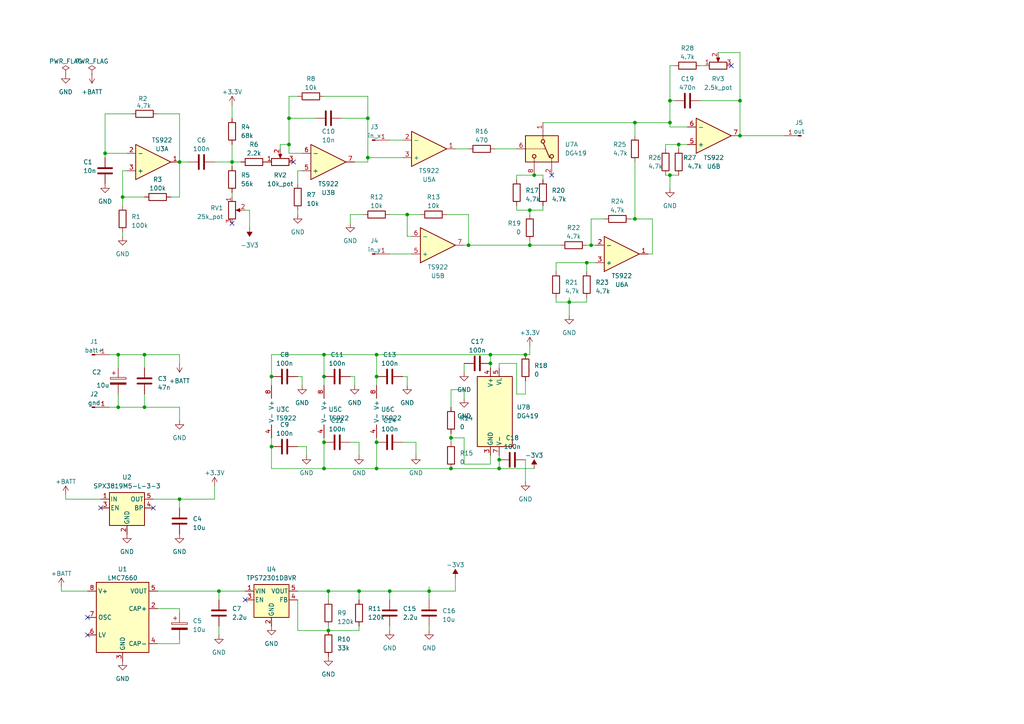
<source format=kicad_sch>
(kicad_sch (version 20230121) (generator eeschema)

  (uuid aefbca74-acba-4bf3-9eb6-92ba2eb8ed0e)

  (paper "A4")

  (lib_symbols
    (symbol "Analog_Switch:DG419LDY" (pin_names (offset 0.254)) (in_bom yes) (on_board yes)
      (property "Reference" "U" (at -3.175 4.699 0)
        (effects (font (size 1.27 1.27)) (justify left))
      )
      (property "Value" "DG419LDY" (at -3.175 2.921 0)
        (effects (font (size 1.27 1.27)) (justify left))
      )
      (property "Footprint" "Package_SO:SOIC-8_3.9x4.9mm_P1.27mm" (at 0 -7.62 0)
        (effects (font (size 1.27 1.27)) hide)
      )
      (property "Datasheet" "https://datasheets.maximintegrated.com/en/ds/DG417-DG419.pdf" (at 0 0 0)
        (effects (font (size 1.27 1.27)) hide)
      )
      (property "ki_keywords" "CMOS Analog Switch" (at 0 0 0)
        (effects (font (size 1.27 1.27)) hide)
      )
      (property "ki_description" "Single SPDT 3V Logic Compatible CMOS Analog Switch, 35Ohm Ron, with Vlogic, SOIC-8" (at 0 0 0)
        (effects (font (size 1.27 1.27)) hide)
      )
      (property "ki_fp_filters" "SOIC*3.9x4.9mm*P1.27mm*" (at 0 0 0)
        (effects (font (size 1.27 1.27)) hide)
      )
      (symbol "DG419LDY_1_1"
        (rectangle (start -3.81 1.905) (end 3.81 -7.62)
          (stroke (width 0.254) (type default))
          (fill (type background))
        )
        (circle (center -2.159 -2.54) (radius 0.508)
          (stroke (width 0.254) (type default))
          (fill (type none))
        )
        (polyline
          (pts
            (xy -5.08 -2.54)
            (xy -2.794 -2.54)
          )
          (stroke (width 0) (type default))
          (fill (type none))
        )
        (polyline
          (pts
            (xy -1.651 -2.413)
            (xy 2.54 -0.635)
          )
          (stroke (width 0.254) (type default))
          (fill (type none))
        )
        (polyline
          (pts
            (xy 0 -7.62)
            (xy 0 -7.112)
          )
          (stroke (width 0) (type default))
          (fill (type none))
        )
        (polyline
          (pts
            (xy 0 -6.858)
            (xy 0 -6.604)
          )
          (stroke (width 0) (type default))
          (fill (type none))
        )
        (polyline
          (pts
            (xy 0 -6.35)
            (xy 0 -6.096)
          )
          (stroke (width 0) (type default))
          (fill (type none))
        )
        (polyline
          (pts
            (xy 0 -5.842)
            (xy 0 -5.588)
          )
          (stroke (width 0) (type default))
          (fill (type none))
        )
        (polyline
          (pts
            (xy 0 -5.334)
            (xy 0 -5.08)
          )
          (stroke (width 0) (type default))
          (fill (type none))
        )
        (polyline
          (pts
            (xy 0 -4.826)
            (xy 0 -4.572)
          )
          (stroke (width 0) (type default))
          (fill (type none))
        )
        (polyline
          (pts
            (xy 0 -4.318)
            (xy 0 -4.064)
          )
          (stroke (width 0) (type default))
          (fill (type none))
        )
        (polyline
          (pts
            (xy 0 -3.81)
            (xy 0 -3.556)
          )
          (stroke (width 0) (type default))
          (fill (type none))
        )
        (polyline
          (pts
            (xy 0 -3.302)
            (xy 0 -3.048)
          )
          (stroke (width 0) (type default))
          (fill (type none))
        )
        (polyline
          (pts
            (xy 0 -2.794)
            (xy 0 -2.54)
          )
          (stroke (width 0) (type default))
          (fill (type none))
        )
        (polyline
          (pts
            (xy 0 -2.286)
            (xy 0 -2.032)
          )
          (stroke (width 0) (type default))
          (fill (type none))
        )
        (polyline
          (pts
            (xy 0 -2.286)
            (xy 0 -2.032)
          )
          (stroke (width 0) (type default))
          (fill (type none))
        )
        (polyline
          (pts
            (xy 5.08 -5.08)
            (xy 2.794 -5.08)
          )
          (stroke (width 0) (type default))
          (fill (type none))
        )
        (polyline
          (pts
            (xy 5.08 0)
            (xy 2.794 0)
          )
          (stroke (width 0) (type default))
          (fill (type none))
        )
        (circle (center 2.159 -5.08) (radius 0.508)
          (stroke (width 0.254) (type default))
          (fill (type none))
        )
        (circle (center 2.159 0) (radius 0.508)
          (stroke (width 0.254) (type default))
          (fill (type none))
        )
        (pin passive line (at -7.62 -2.54 0) (length 2.54)
          (name "~" (effects (font (size 1.27 1.27))))
          (number "1" (effects (font (size 1.27 1.27))))
        )
        (pin passive line (at 7.62 0 180) (length 2.54)
          (name "~" (effects (font (size 1.27 1.27))))
          (number "2" (effects (font (size 1.27 1.27))))
        )
        (pin input line (at 0 -10.16 90) (length 2.54)
          (name "~" (effects (font (size 1.27 1.27))))
          (number "6" (effects (font (size 1.27 1.27))))
        )
        (pin passive line (at 7.62 -5.08 180) (length 2.54)
          (name "~" (effects (font (size 1.27 1.27))))
          (number "8" (effects (font (size 1.27 1.27))))
        )
      )
      (symbol "DG419LDY_2_0"
        (pin power_in line (at 0 -12.7 90) (length 2.54)
          (name "GND" (effects (font (size 1.27 1.27))))
          (number "3" (effects (font (size 1.27 1.27))))
        )
        (pin power_in line (at 0 12.7 270) (length 2.54)
          (name "V+" (effects (font (size 1.27 1.27))))
          (number "4" (effects (font (size 1.27 1.27))))
        )
        (pin power_in line (at 2.54 12.7 270) (length 2.54)
          (name "VL" (effects (font (size 1.27 1.27))))
          (number "5" (effects (font (size 1.27 1.27))))
        )
        (pin power_in line (at 2.54 -12.7 90) (length 2.54)
          (name "V-" (effects (font (size 1.27 1.27))))
          (number "7" (effects (font (size 1.27 1.27))))
        )
      )
      (symbol "DG419LDY_2_1"
        (rectangle (start -3.81 10.16) (end 6.35 -10.16)
          (stroke (width 0.254) (type default))
          (fill (type background))
        )
      )
    )
    (symbol "Connector:Conn_01x01_Pin" (pin_names (offset 1.016) hide) (in_bom yes) (on_board yes)
      (property "Reference" "J" (at 0 2.54 0)
        (effects (font (size 1.27 1.27)))
      )
      (property "Value" "Conn_01x01_Pin" (at 0 -2.54 0)
        (effects (font (size 1.27 1.27)))
      )
      (property "Footprint" "" (at 0 0 0)
        (effects (font (size 1.27 1.27)) hide)
      )
      (property "Datasheet" "~" (at 0 0 0)
        (effects (font (size 1.27 1.27)) hide)
      )
      (property "ki_locked" "" (at 0 0 0)
        (effects (font (size 1.27 1.27)))
      )
      (property "ki_keywords" "connector" (at 0 0 0)
        (effects (font (size 1.27 1.27)) hide)
      )
      (property "ki_description" "Generic connector, single row, 01x01, script generated" (at 0 0 0)
        (effects (font (size 1.27 1.27)) hide)
      )
      (property "ki_fp_filters" "Connector*:*_1x??_*" (at 0 0 0)
        (effects (font (size 1.27 1.27)) hide)
      )
      (symbol "Conn_01x01_Pin_1_1"
        (polyline
          (pts
            (xy 1.27 0)
            (xy 0.8636 0)
          )
          (stroke (width 0.1524) (type default))
          (fill (type none))
        )
        (rectangle (start 0.8636 0.127) (end 0 -0.127)
          (stroke (width 0.1524) (type default))
          (fill (type outline))
        )
        (pin passive line (at 5.08 0 180) (length 3.81)
          (name "Pin_1" (effects (font (size 1.27 1.27))))
          (number "1" (effects (font (size 1.27 1.27))))
        )
      )
    )
    (symbol "Device:C" (pin_numbers hide) (pin_names (offset 0.254)) (in_bom yes) (on_board yes)
      (property "Reference" "C" (at 0.635 2.54 0)
        (effects (font (size 1.27 1.27)) (justify left))
      )
      (property "Value" "C" (at 0.635 -2.54 0)
        (effects (font (size 1.27 1.27)) (justify left))
      )
      (property "Footprint" "" (at 0.9652 -3.81 0)
        (effects (font (size 1.27 1.27)) hide)
      )
      (property "Datasheet" "~" (at 0 0 0)
        (effects (font (size 1.27 1.27)) hide)
      )
      (property "ki_keywords" "cap capacitor" (at 0 0 0)
        (effects (font (size 1.27 1.27)) hide)
      )
      (property "ki_description" "Unpolarized capacitor" (at 0 0 0)
        (effects (font (size 1.27 1.27)) hide)
      )
      (property "ki_fp_filters" "C_*" (at 0 0 0)
        (effects (font (size 1.27 1.27)) hide)
      )
      (symbol "C_0_1"
        (polyline
          (pts
            (xy -2.032 -0.762)
            (xy 2.032 -0.762)
          )
          (stroke (width 0.508) (type default))
          (fill (type none))
        )
        (polyline
          (pts
            (xy -2.032 0.762)
            (xy 2.032 0.762)
          )
          (stroke (width 0.508) (type default))
          (fill (type none))
        )
      )
      (symbol "C_1_1"
        (pin passive line (at 0 3.81 270) (length 2.794)
          (name "~" (effects (font (size 1.27 1.27))))
          (number "1" (effects (font (size 1.27 1.27))))
        )
        (pin passive line (at 0 -3.81 90) (length 2.794)
          (name "~" (effects (font (size 1.27 1.27))))
          (number "2" (effects (font (size 1.27 1.27))))
        )
      )
    )
    (symbol "Device:C_Polarized" (pin_numbers hide) (pin_names (offset 0.254)) (in_bom yes) (on_board yes)
      (property "Reference" "C" (at 0.635 2.54 0)
        (effects (font (size 1.27 1.27)) (justify left))
      )
      (property "Value" "C_Polarized" (at 0.635 -2.54 0)
        (effects (font (size 1.27 1.27)) (justify left))
      )
      (property "Footprint" "" (at 0.9652 -3.81 0)
        (effects (font (size 1.27 1.27)) hide)
      )
      (property "Datasheet" "~" (at 0 0 0)
        (effects (font (size 1.27 1.27)) hide)
      )
      (property "ki_keywords" "cap capacitor" (at 0 0 0)
        (effects (font (size 1.27 1.27)) hide)
      )
      (property "ki_description" "Polarized capacitor" (at 0 0 0)
        (effects (font (size 1.27 1.27)) hide)
      )
      (property "ki_fp_filters" "CP_*" (at 0 0 0)
        (effects (font (size 1.27 1.27)) hide)
      )
      (symbol "C_Polarized_0_1"
        (rectangle (start -2.286 0.508) (end 2.286 1.016)
          (stroke (width 0) (type default))
          (fill (type none))
        )
        (polyline
          (pts
            (xy -1.778 2.286)
            (xy -0.762 2.286)
          )
          (stroke (width 0) (type default))
          (fill (type none))
        )
        (polyline
          (pts
            (xy -1.27 2.794)
            (xy -1.27 1.778)
          )
          (stroke (width 0) (type default))
          (fill (type none))
        )
        (rectangle (start 2.286 -0.508) (end -2.286 -1.016)
          (stroke (width 0) (type default))
          (fill (type outline))
        )
      )
      (symbol "C_Polarized_1_1"
        (pin passive line (at 0 3.81 270) (length 2.794)
          (name "~" (effects (font (size 1.27 1.27))))
          (number "1" (effects (font (size 1.27 1.27))))
        )
        (pin passive line (at 0 -3.81 90) (length 2.794)
          (name "~" (effects (font (size 1.27 1.27))))
          (number "2" (effects (font (size 1.27 1.27))))
        )
      )
    )
    (symbol "Device:Opamp_Dual" (in_bom yes) (on_board yes)
      (property "Reference" "U" (at 0 5.08 0)
        (effects (font (size 1.27 1.27)) (justify left))
      )
      (property "Value" "Opamp_Dual" (at 0 -5.08 0)
        (effects (font (size 1.27 1.27)) (justify left))
      )
      (property "Footprint" "" (at 0 0 0)
        (effects (font (size 1.27 1.27)) hide)
      )
      (property "Datasheet" "~" (at 0 0 0)
        (effects (font (size 1.27 1.27)) hide)
      )
      (property "ki_locked" "" (at 0 0 0)
        (effects (font (size 1.27 1.27)))
      )
      (property "ki_keywords" "dual opamp" (at 0 0 0)
        (effects (font (size 1.27 1.27)) hide)
      )
      (property "ki_description" "Dual operational amplifier" (at 0 0 0)
        (effects (font (size 1.27 1.27)) hide)
      )
      (property "ki_fp_filters" "SOIC*3.9x4.9mm*P1.27mm* DIP*W7.62mm* MSOP*3x3mm*P0.65mm* SSOP*2.95x2.8mm*P0.65mm* TSSOP*3x3mm*P0.65mm* VSSOP*P0.5mm* TO?99*" (at 0 0 0)
        (effects (font (size 1.27 1.27)) hide)
      )
      (symbol "Opamp_Dual_1_1"
        (polyline
          (pts
            (xy -5.08 5.08)
            (xy 5.08 0)
            (xy -5.08 -5.08)
            (xy -5.08 5.08)
          )
          (stroke (width 0.254) (type default))
          (fill (type background))
        )
        (pin output line (at 7.62 0 180) (length 2.54)
          (name "~" (effects (font (size 1.27 1.27))))
          (number "1" (effects (font (size 1.27 1.27))))
        )
        (pin input line (at -7.62 -2.54 0) (length 2.54)
          (name "-" (effects (font (size 1.27 1.27))))
          (number "2" (effects (font (size 1.27 1.27))))
        )
        (pin input line (at -7.62 2.54 0) (length 2.54)
          (name "+" (effects (font (size 1.27 1.27))))
          (number "3" (effects (font (size 1.27 1.27))))
        )
      )
      (symbol "Opamp_Dual_2_1"
        (polyline
          (pts
            (xy -5.08 5.08)
            (xy 5.08 0)
            (xy -5.08 -5.08)
            (xy -5.08 5.08)
          )
          (stroke (width 0.254) (type default))
          (fill (type background))
        )
        (pin input line (at -7.62 2.54 0) (length 2.54)
          (name "+" (effects (font (size 1.27 1.27))))
          (number "5" (effects (font (size 1.27 1.27))))
        )
        (pin input line (at -7.62 -2.54 0) (length 2.54)
          (name "-" (effects (font (size 1.27 1.27))))
          (number "6" (effects (font (size 1.27 1.27))))
        )
        (pin output line (at 7.62 0 180) (length 2.54)
          (name "~" (effects (font (size 1.27 1.27))))
          (number "7" (effects (font (size 1.27 1.27))))
        )
      )
      (symbol "Opamp_Dual_3_1"
        (pin power_in line (at -2.54 -7.62 90) (length 3.81)
          (name "V-" (effects (font (size 1.27 1.27))))
          (number "4" (effects (font (size 1.27 1.27))))
        )
        (pin power_in line (at -2.54 7.62 270) (length 3.81)
          (name "V+" (effects (font (size 1.27 1.27))))
          (number "8" (effects (font (size 1.27 1.27))))
        )
      )
    )
    (symbol "Device:R" (pin_numbers hide) (pin_names (offset 0)) (in_bom yes) (on_board yes)
      (property "Reference" "R" (at 2.032 0 90)
        (effects (font (size 1.27 1.27)))
      )
      (property "Value" "R" (at 0 0 90)
        (effects (font (size 1.27 1.27)))
      )
      (property "Footprint" "" (at -1.778 0 90)
        (effects (font (size 1.27 1.27)) hide)
      )
      (property "Datasheet" "~" (at 0 0 0)
        (effects (font (size 1.27 1.27)) hide)
      )
      (property "ki_keywords" "R res resistor" (at 0 0 0)
        (effects (font (size 1.27 1.27)) hide)
      )
      (property "ki_description" "Resistor" (at 0 0 0)
        (effects (font (size 1.27 1.27)) hide)
      )
      (property "ki_fp_filters" "R_*" (at 0 0 0)
        (effects (font (size 1.27 1.27)) hide)
      )
      (symbol "R_0_1"
        (rectangle (start -1.016 -2.54) (end 1.016 2.54)
          (stroke (width 0.254) (type default))
          (fill (type none))
        )
      )
      (symbol "R_1_1"
        (pin passive line (at 0 3.81 270) (length 1.27)
          (name "~" (effects (font (size 1.27 1.27))))
          (number "1" (effects (font (size 1.27 1.27))))
        )
        (pin passive line (at 0 -3.81 90) (length 1.27)
          (name "~" (effects (font (size 1.27 1.27))))
          (number "2" (effects (font (size 1.27 1.27))))
        )
      )
    )
    (symbol "Device:R_Potentiometer" (pin_names (offset 1.016) hide) (in_bom yes) (on_board yes)
      (property "Reference" "RV" (at -4.445 0 90)
        (effects (font (size 1.27 1.27)))
      )
      (property "Value" "R_Potentiometer" (at -2.54 0 90)
        (effects (font (size 1.27 1.27)))
      )
      (property "Footprint" "" (at 0 0 0)
        (effects (font (size 1.27 1.27)) hide)
      )
      (property "Datasheet" "~" (at 0 0 0)
        (effects (font (size 1.27 1.27)) hide)
      )
      (property "ki_keywords" "resistor variable" (at 0 0 0)
        (effects (font (size 1.27 1.27)) hide)
      )
      (property "ki_description" "Potentiometer" (at 0 0 0)
        (effects (font (size 1.27 1.27)) hide)
      )
      (property "ki_fp_filters" "Potentiometer*" (at 0 0 0)
        (effects (font (size 1.27 1.27)) hide)
      )
      (symbol "R_Potentiometer_0_1"
        (polyline
          (pts
            (xy 2.54 0)
            (xy 1.524 0)
          )
          (stroke (width 0) (type default))
          (fill (type none))
        )
        (polyline
          (pts
            (xy 1.143 0)
            (xy 2.286 0.508)
            (xy 2.286 -0.508)
            (xy 1.143 0)
          )
          (stroke (width 0) (type default))
          (fill (type outline))
        )
        (rectangle (start 1.016 2.54) (end -1.016 -2.54)
          (stroke (width 0.254) (type default))
          (fill (type none))
        )
      )
      (symbol "R_Potentiometer_1_1"
        (pin passive line (at 0 3.81 270) (length 1.27)
          (name "1" (effects (font (size 1.27 1.27))))
          (number "1" (effects (font (size 1.27 1.27))))
        )
        (pin passive line (at 3.81 0 180) (length 1.27)
          (name "2" (effects (font (size 1.27 1.27))))
          (number "2" (effects (font (size 1.27 1.27))))
        )
        (pin passive line (at 0 -3.81 90) (length 1.27)
          (name "3" (effects (font (size 1.27 1.27))))
          (number "3" (effects (font (size 1.27 1.27))))
        )
      )
    )
    (symbol "Regulator_Linear:SPX3819M5-L-3-3" (pin_names (offset 0.254)) (in_bom yes) (on_board yes)
      (property "Reference" "U" (at -3.81 5.715 0)
        (effects (font (size 1.27 1.27)))
      )
      (property "Value" "SPX3819M5-L-3-3" (at 0 5.715 0)
        (effects (font (size 1.27 1.27)) (justify left))
      )
      (property "Footprint" "Package_TO_SOT_SMD:SOT-23-5" (at 0 8.255 0)
        (effects (font (size 1.27 1.27)) hide)
      )
      (property "Datasheet" "https://www.exar.com/content/document.ashx?id=22106&languageid=1033&type=Datasheet&partnumber=SPX3819&filename=SPX3819.pdf&part=SPX3819" (at 0 0 0)
        (effects (font (size 1.27 1.27)) hide)
      )
      (property "ki_keywords" "REGULATOR LDO 3.3V" (at 0 0 0)
        (effects (font (size 1.27 1.27)) hide)
      )
      (property "ki_description" "500mA Low drop-out regulator, Fixed Output 3.3V, SOT-23-5" (at 0 0 0)
        (effects (font (size 1.27 1.27)) hide)
      )
      (property "ki_fp_filters" "SOT?23*" (at 0 0 0)
        (effects (font (size 1.27 1.27)) hide)
      )
      (symbol "SPX3819M5-L-3-3_0_1"
        (rectangle (start -5.08 4.445) (end 5.08 -5.08)
          (stroke (width 0.254) (type default))
          (fill (type background))
        )
      )
      (symbol "SPX3819M5-L-3-3_1_1"
        (pin power_in line (at -7.62 2.54 0) (length 2.54)
          (name "IN" (effects (font (size 1.27 1.27))))
          (number "1" (effects (font (size 1.27 1.27))))
        )
        (pin power_in line (at 0 -7.62 90) (length 2.54)
          (name "GND" (effects (font (size 1.27 1.27))))
          (number "2" (effects (font (size 1.27 1.27))))
        )
        (pin input line (at -7.62 0 0) (length 2.54)
          (name "EN" (effects (font (size 1.27 1.27))))
          (number "3" (effects (font (size 1.27 1.27))))
        )
        (pin input line (at 7.62 0 180) (length 2.54)
          (name "BP" (effects (font (size 1.27 1.27))))
          (number "4" (effects (font (size 1.27 1.27))))
        )
        (pin power_out line (at 7.62 2.54 180) (length 2.54)
          (name "OUT" (effects (font (size 1.27 1.27))))
          (number "5" (effects (font (size 1.27 1.27))))
        )
      )
    )
    (symbol "Regulator_Linear:TPS72201" (pin_names (offset 0.254)) (in_bom yes) (on_board yes)
      (property "Reference" "U" (at -3.81 5.715 0)
        (effects (font (size 1.27 1.27)))
      )
      (property "Value" "TPS72201" (at 0 5.715 0)
        (effects (font (size 1.27 1.27)) (justify left))
      )
      (property "Footprint" "Package_TO_SOT_SMD:SOT-23-5" (at 0 8.255 0)
        (effects (font (size 1.27 1.27) italic) hide)
      )
      (property "Datasheet" "http://www.ti.com/lit/ds/symlink/tps722.pdf" (at 0 0 0)
        (effects (font (size 1.27 1.27)) hide)
      )
      (property "ki_keywords" "linear low dropout Regulator adjustable" (at 0 0 0)
        (effects (font (size 1.27 1.27)) hide)
      )
      (property "ki_description" "Low input voltage 50mA LDO variable output voltage, SOT-23-5" (at 0 0 0)
        (effects (font (size 1.27 1.27)) hide)
      )
      (property "ki_fp_filters" "SOT?23*" (at 0 0 0)
        (effects (font (size 1.27 1.27)) hide)
      )
      (symbol "TPS72201_0_1"
        (rectangle (start -5.08 4.445) (end 5.08 -5.08)
          (stroke (width 0.254) (type default))
          (fill (type background))
        )
      )
      (symbol "TPS72201_1_1"
        (pin power_in line (at -7.62 2.54 0) (length 2.54)
          (name "VIN" (effects (font (size 1.27 1.27))))
          (number "1" (effects (font (size 1.27 1.27))))
        )
        (pin power_in line (at 0 -7.62 90) (length 2.54)
          (name "GND" (effects (font (size 1.27 1.27))))
          (number "2" (effects (font (size 1.27 1.27))))
        )
        (pin input line (at -7.62 0 0) (length 2.54)
          (name "EN" (effects (font (size 1.27 1.27))))
          (number "3" (effects (font (size 1.27 1.27))))
        )
        (pin input line (at 7.62 0 180) (length 2.54)
          (name "FB" (effects (font (size 1.27 1.27))))
          (number "4" (effects (font (size 1.27 1.27))))
        )
        (pin power_out line (at 7.62 2.54 180) (length 2.54)
          (name "VOUT" (effects (font (size 1.27 1.27))))
          (number "5" (effects (font (size 1.27 1.27))))
        )
      )
    )
    (symbol "Regulator_SwitchedCapacitor:LMC7660" (in_bom yes) (on_board yes)
      (property "Reference" "U" (at -6.604 11.43 0)
        (effects (font (size 1.27 1.27)))
      )
      (property "Value" "LMC7660" (at 0 11.43 0)
        (effects (font (size 1.27 1.27)) (justify left))
      )
      (property "Footprint" "" (at -66.04 30.48 0)
        (effects (font (size 1.27 1.27)) hide)
      )
      (property "Datasheet" "http://www.ti.com/lit/ds/symlink/lmc7660.pdf" (at -66.04 30.48 0)
        (effects (font (size 1.27 1.27)) hide)
      )
      (property "ki_keywords" "Voltage converter" (at 0 0 0)
        (effects (font (size 1.27 1.27)) hide)
      )
      (property "ki_description" "Voltage converter from +1.5V to +10V to +1.5V to +10V, SO-8/DIP-8" (at 0 0 0)
        (effects (font (size 1.27 1.27)) hide)
      )
      (property "ki_fp_filters" "SOIC*3.9x4.9mm*P1.27mm* DIP*W7.62mm*" (at 0 0 0)
        (effects (font (size 1.27 1.27)) hide)
      )
      (symbol "LMC7660_0_1"
        (rectangle (start -7.62 10.16) (end 7.62 -10.16)
          (stroke (width 0.254) (type default))
          (fill (type background))
        )
      )
      (symbol "LMC7660_1_1"
        (pin no_connect line (at -7.62 5.08 0) (length 2.54) hide
          (name "NC" (effects (font (size 1.27 1.27))))
          (number "1" (effects (font (size 1.27 1.27))))
        )
        (pin input line (at 10.16 2.54 180) (length 2.54)
          (name "CAP+" (effects (font (size 1.27 1.27))))
          (number "2" (effects (font (size 1.27 1.27))))
        )
        (pin power_in line (at 0 -12.7 90) (length 2.54)
          (name "GND" (effects (font (size 1.27 1.27))))
          (number "3" (effects (font (size 1.27 1.27))))
        )
        (pin input line (at 10.16 -7.62 180) (length 2.54)
          (name "CAP-" (effects (font (size 1.27 1.27))))
          (number "4" (effects (font (size 1.27 1.27))))
        )
        (pin power_out line (at 10.16 7.62 180) (length 2.54)
          (name "VOUT" (effects (font (size 1.27 1.27))))
          (number "5" (effects (font (size 1.27 1.27))))
        )
        (pin input line (at -10.16 -5.08 0) (length 2.54)
          (name "LV" (effects (font (size 1.27 1.27))))
          (number "6" (effects (font (size 1.27 1.27))))
        )
        (pin input line (at -10.16 0 0) (length 2.54)
          (name "OSC" (effects (font (size 1.27 1.27))))
          (number "7" (effects (font (size 1.27 1.27))))
        )
        (pin power_in line (at -10.16 7.62 0) (length 2.54)
          (name "V+" (effects (font (size 1.27 1.27))))
          (number "8" (effects (font (size 1.27 1.27))))
        )
      )
    )
    (symbol "power:+3.3V" (power) (pin_names (offset 0)) (in_bom yes) (on_board yes)
      (property "Reference" "#PWR" (at 0 -3.81 0)
        (effects (font (size 1.27 1.27)) hide)
      )
      (property "Value" "+3.3V" (at 0 3.556 0)
        (effects (font (size 1.27 1.27)))
      )
      (property "Footprint" "" (at 0 0 0)
        (effects (font (size 1.27 1.27)) hide)
      )
      (property "Datasheet" "" (at 0 0 0)
        (effects (font (size 1.27 1.27)) hide)
      )
      (property "ki_keywords" "global power" (at 0 0 0)
        (effects (font (size 1.27 1.27)) hide)
      )
      (property "ki_description" "Power symbol creates a global label with name \"+3.3V\"" (at 0 0 0)
        (effects (font (size 1.27 1.27)) hide)
      )
      (symbol "+3.3V_0_1"
        (polyline
          (pts
            (xy -0.762 1.27)
            (xy 0 2.54)
          )
          (stroke (width 0) (type default))
          (fill (type none))
        )
        (polyline
          (pts
            (xy 0 0)
            (xy 0 2.54)
          )
          (stroke (width 0) (type default))
          (fill (type none))
        )
        (polyline
          (pts
            (xy 0 2.54)
            (xy 0.762 1.27)
          )
          (stroke (width 0) (type default))
          (fill (type none))
        )
      )
      (symbol "+3.3V_1_1"
        (pin power_in line (at 0 0 90) (length 0) hide
          (name "+3.3V" (effects (font (size 1.27 1.27))))
          (number "1" (effects (font (size 1.27 1.27))))
        )
      )
    )
    (symbol "power:+BATT" (power) (pin_names (offset 0)) (in_bom yes) (on_board yes)
      (property "Reference" "#PWR" (at 0 -3.81 0)
        (effects (font (size 1.27 1.27)) hide)
      )
      (property "Value" "+BATT" (at 0 3.556 0)
        (effects (font (size 1.27 1.27)))
      )
      (property "Footprint" "" (at 0 0 0)
        (effects (font (size 1.27 1.27)) hide)
      )
      (property "Datasheet" "" (at 0 0 0)
        (effects (font (size 1.27 1.27)) hide)
      )
      (property "ki_keywords" "global power battery" (at 0 0 0)
        (effects (font (size 1.27 1.27)) hide)
      )
      (property "ki_description" "Power symbol creates a global label with name \"+BATT\"" (at 0 0 0)
        (effects (font (size 1.27 1.27)) hide)
      )
      (symbol "+BATT_0_1"
        (polyline
          (pts
            (xy -0.762 1.27)
            (xy 0 2.54)
          )
          (stroke (width 0) (type default))
          (fill (type none))
        )
        (polyline
          (pts
            (xy 0 0)
            (xy 0 2.54)
          )
          (stroke (width 0) (type default))
          (fill (type none))
        )
        (polyline
          (pts
            (xy 0 2.54)
            (xy 0.762 1.27)
          )
          (stroke (width 0) (type default))
          (fill (type none))
        )
      )
      (symbol "+BATT_1_1"
        (pin power_in line (at 0 0 90) (length 0) hide
          (name "+BATT" (effects (font (size 1.27 1.27))))
          (number "1" (effects (font (size 1.27 1.27))))
        )
      )
    )
    (symbol "power:-3V3" (power) (pin_names (offset 0)) (in_bom yes) (on_board yes)
      (property "Reference" "#PWR" (at 0 2.54 0)
        (effects (font (size 1.27 1.27)) hide)
      )
      (property "Value" "-3V3" (at 0 3.81 0)
        (effects (font (size 1.27 1.27)))
      )
      (property "Footprint" "" (at 0 0 0)
        (effects (font (size 1.27 1.27)) hide)
      )
      (property "Datasheet" "" (at 0 0 0)
        (effects (font (size 1.27 1.27)) hide)
      )
      (property "ki_keywords" "global power" (at 0 0 0)
        (effects (font (size 1.27 1.27)) hide)
      )
      (property "ki_description" "Power symbol creates a global label with name \"-3V3\"" (at 0 0 0)
        (effects (font (size 1.27 1.27)) hide)
      )
      (symbol "-3V3_0_0"
        (pin power_in line (at 0 0 90) (length 0) hide
          (name "-3V3" (effects (font (size 1.27 1.27))))
          (number "1" (effects (font (size 1.27 1.27))))
        )
      )
      (symbol "-3V3_0_1"
        (polyline
          (pts
            (xy 0 0)
            (xy 0 1.27)
            (xy 0.762 1.27)
            (xy 0 2.54)
            (xy -0.762 1.27)
            (xy 0 1.27)
          )
          (stroke (width 0) (type default))
          (fill (type outline))
        )
      )
    )
    (symbol "power:GND" (power) (pin_names (offset 0)) (in_bom yes) (on_board yes)
      (property "Reference" "#PWR" (at 0 -6.35 0)
        (effects (font (size 1.27 1.27)) hide)
      )
      (property "Value" "GND" (at 0 -3.81 0)
        (effects (font (size 1.27 1.27)))
      )
      (property "Footprint" "" (at 0 0 0)
        (effects (font (size 1.27 1.27)) hide)
      )
      (property "Datasheet" "" (at 0 0 0)
        (effects (font (size 1.27 1.27)) hide)
      )
      (property "ki_keywords" "global power" (at 0 0 0)
        (effects (font (size 1.27 1.27)) hide)
      )
      (property "ki_description" "Power symbol creates a global label with name \"GND\" , ground" (at 0 0 0)
        (effects (font (size 1.27 1.27)) hide)
      )
      (symbol "GND_0_1"
        (polyline
          (pts
            (xy 0 0)
            (xy 0 -1.27)
            (xy 1.27 -1.27)
            (xy 0 -2.54)
            (xy -1.27 -1.27)
            (xy 0 -1.27)
          )
          (stroke (width 0) (type default))
          (fill (type none))
        )
      )
      (symbol "GND_1_1"
        (pin power_in line (at 0 0 270) (length 0) hide
          (name "GND" (effects (font (size 1.27 1.27))))
          (number "1" (effects (font (size 1.27 1.27))))
        )
      )
    )
    (symbol "power:PWR_FLAG" (power) (pin_numbers hide) (pin_names (offset 0) hide) (in_bom yes) (on_board yes)
      (property "Reference" "#FLG" (at 0 1.905 0)
        (effects (font (size 1.27 1.27)) hide)
      )
      (property "Value" "PWR_FLAG" (at 0 3.81 0)
        (effects (font (size 1.27 1.27)))
      )
      (property "Footprint" "" (at 0 0 0)
        (effects (font (size 1.27 1.27)) hide)
      )
      (property "Datasheet" "~" (at 0 0 0)
        (effects (font (size 1.27 1.27)) hide)
      )
      (property "ki_keywords" "flag power" (at 0 0 0)
        (effects (font (size 1.27 1.27)) hide)
      )
      (property "ki_description" "Special symbol for telling ERC where power comes from" (at 0 0 0)
        (effects (font (size 1.27 1.27)) hide)
      )
      (symbol "PWR_FLAG_0_0"
        (pin power_out line (at 0 0 90) (length 0)
          (name "pwr" (effects (font (size 1.27 1.27))))
          (number "1" (effects (font (size 1.27 1.27))))
        )
      )
      (symbol "PWR_FLAG_0_1"
        (polyline
          (pts
            (xy 0 0)
            (xy 0 1.27)
            (xy -1.016 1.905)
            (xy 0 2.54)
            (xy 1.016 1.905)
            (xy 0 1.27)
          )
          (stroke (width 0) (type default))
          (fill (type none))
        )
      )
    )
  )

  (junction (at 67.31 46.99) (diameter 0) (color 0 0 0 0)
    (uuid 045fd8ff-b03a-4e8b-ba51-c921693f2988)
  )
  (junction (at 106.68 45.72) (diameter 0) (color 0 0 0 0)
    (uuid 0c081a5f-f3ad-4f03-ac25-8d1f1e508fda)
  )
  (junction (at 196.85 41.91) (diameter 0) (color 0 0 0 0)
    (uuid 167a47de-5f9d-414d-8d90-c2655bf5d963)
  )
  (junction (at 34.29 118.11) (diameter 0) (color 0 0 0 0)
    (uuid 18e0f7a5-b26f-4c82-9f51-441ae18514b7)
  )
  (junction (at 194.31 29.21) (diameter 0) (color 0 0 0 0)
    (uuid 1a1cc920-1c04-46e0-9b1c-70d10ca7703b)
  )
  (junction (at 153.67 60.96) (diameter 0) (color 0 0 0 0)
    (uuid 36107240-75f3-4d79-8105-cf18335e689c)
  )
  (junction (at 170.18 76.2) (diameter 0) (color 0 0 0 0)
    (uuid 49075dca-0bad-4308-a3c0-05e407fbea7f)
  )
  (junction (at 95.25 171.45) (diameter 0) (color 0 0 0 0)
    (uuid 4bb557ab-1f5d-49c1-b065-bca1e93d6159)
  )
  (junction (at 78.74 109.22) (diameter 0) (color 0 0 0 0)
    (uuid 55627afe-0566-49e2-a1f9-e35ef8b04a63)
  )
  (junction (at 165.1 87.63) (diameter 0) (color 0 0 0 0)
    (uuid 5654220a-b1e6-463a-b493-2390efe53c06)
  )
  (junction (at 171.45 71.12) (diameter 0) (color 0 0 0 0)
    (uuid 577e66b0-449d-4d12-b916-125f3cba2e95)
  )
  (junction (at 34.29 102.87) (diameter 0) (color 0 0 0 0)
    (uuid 57c7f0bf-b27d-4cad-bf68-28cf4f7c2e9d)
  )
  (junction (at 153.67 71.12) (diameter 0) (color 0 0 0 0)
    (uuid 59da109d-8332-4b86-a1aa-56adb2a78349)
  )
  (junction (at 83.82 41.91) (diameter 0) (color 0 0 0 0)
    (uuid 5e8592da-c39d-4a3d-9683-4ed6261a817c)
  )
  (junction (at 93.98 128.27) (diameter 0) (color 0 0 0 0)
    (uuid 5f8671f0-424d-4bf3-94fa-b2ffbfb67c09)
  )
  (junction (at 214.63 39.37) (diameter 0) (color 0 0 0 0)
    (uuid 64fda470-7248-433d-9718-05cf7cb389d2)
  )
  (junction (at 41.91 118.11) (diameter 0) (color 0 0 0 0)
    (uuid 69e20968-f7d4-48a2-97e7-183bc261dc81)
  )
  (junction (at 109.22 102.87) (diameter 0) (color 0 0 0 0)
    (uuid 742a7e16-019e-4667-bf3b-f863e19f0b62)
  )
  (junction (at 93.98 102.87) (diameter 0) (color 0 0 0 0)
    (uuid 74e2500e-be34-4041-ad71-96db38a4d4c7)
  )
  (junction (at 35.56 57.15) (diameter 0) (color 0 0 0 0)
    (uuid 76d98dee-acf5-45a2-a964-7437f16c7828)
  )
  (junction (at 142.24 102.87) (diameter 0) (color 0 0 0 0)
    (uuid 7979afd7-1120-4988-bdab-b6b144758d69)
  )
  (junction (at 83.82 34.29) (diameter 0) (color 0 0 0 0)
    (uuid 79fdbd5a-ad7e-4fe1-8636-586b480ac4dd)
  )
  (junction (at 144.78 135.89) (diameter 0) (color 0 0 0 0)
    (uuid 7b8ff9f5-b9ab-4ea7-8897-5a0c704b87c8)
  )
  (junction (at 78.74 129.54) (diameter 0) (color 0 0 0 0)
    (uuid 7ba5de73-3672-4dd3-a8bc-98adb0e79da2)
  )
  (junction (at 93.98 109.22) (diameter 0) (color 0 0 0 0)
    (uuid 7da742bf-f2b9-4c4a-9867-f2b363413184)
  )
  (junction (at 194.31 35.56) (diameter 0) (color 0 0 0 0)
    (uuid 7e495a52-fc86-4c51-af09-581e9a79cc04)
  )
  (junction (at 106.68 34.29) (diameter 0) (color 0 0 0 0)
    (uuid 838c8682-5ad3-45f0-9945-48ea1cea2853)
  )
  (junction (at 135.89 71.12) (diameter 0) (color 0 0 0 0)
    (uuid 8a1a2b38-a5ee-4c10-bcad-9a5609f6ce06)
  )
  (junction (at 130.81 135.89) (diameter 0) (color 0 0 0 0)
    (uuid 8a75ffea-b035-4e01-b72d-f4d74446d878)
  )
  (junction (at 30.48 44.45) (diameter 0) (color 0 0 0 0)
    (uuid 92383fa9-b12c-4783-ad59-b1c03f7182de)
  )
  (junction (at 109.22 128.27) (diameter 0) (color 0 0 0 0)
    (uuid 96ef5419-b1bb-4b80-a384-419fe1535850)
  )
  (junction (at 194.31 50.8) (diameter 0) (color 0 0 0 0)
    (uuid 98d239fe-d700-4706-b3ca-d467711930cf)
  )
  (junction (at 184.15 63.5) (diameter 0) (color 0 0 0 0)
    (uuid a0cce142-cdcb-4ba8-bf1a-b3973c848c57)
  )
  (junction (at 93.98 135.89) (diameter 0) (color 0 0 0 0)
    (uuid a22ee355-1c0b-4be9-9cb8-d6157c1993ed)
  )
  (junction (at 144.78 133.35) (diameter 0) (color 0 0 0 0)
    (uuid a4ab8c1e-6706-4e52-a7ef-334414511f38)
  )
  (junction (at 109.22 109.22) (diameter 0) (color 0 0 0 0)
    (uuid a51c9c6f-eca9-4117-9967-fc2510146bb6)
  )
  (junction (at 214.63 29.21) (diameter 0) (color 0 0 0 0)
    (uuid ac5e6267-5704-4be8-b79b-1540c34ef1fe)
  )
  (junction (at 124.46 171.45) (diameter 0) (color 0 0 0 0)
    (uuid b0688730-a74c-4b68-9712-b28aebd73c14)
  )
  (junction (at 118.11 62.23) (diameter 0) (color 0 0 0 0)
    (uuid b70019e5-ce20-4e91-bf10-0ece3ffec3ad)
  )
  (junction (at 109.22 135.89) (diameter 0) (color 0 0 0 0)
    (uuid b7e01192-7d99-4979-acef-fbfd9ff8ec93)
  )
  (junction (at 154.94 50.8) (diameter 0) (color 0 0 0 0)
    (uuid c1b9ea63-0c2f-4de9-832d-1b3d33df2f18)
  )
  (junction (at 41.91 102.87) (diameter 0) (color 0 0 0 0)
    (uuid c21d202b-ad04-4606-a6a0-49ffe536971b)
  )
  (junction (at 104.14 171.45) (diameter 0) (color 0 0 0 0)
    (uuid c9c82fce-2657-49b4-8837-f5084cc84a80)
  )
  (junction (at 95.25 182.88) (diameter 0) (color 0 0 0 0)
    (uuid dde1b8c9-957a-4e26-a21e-ca0b862ec8f9)
  )
  (junction (at 113.03 171.45) (diameter 0) (color 0 0 0 0)
    (uuid e407688c-2851-427b-93a1-7d4d8a48b04c)
  )
  (junction (at 152.4 102.87) (diameter 0) (color 0 0 0 0)
    (uuid e708eb9d-9c65-4bec-8aa4-59ee745bc90c)
  )
  (junction (at 130.81 127) (diameter 0) (color 0 0 0 0)
    (uuid e7387a07-5983-4284-a4d2-331f3a7d006e)
  )
  (junction (at 184.15 35.56) (diameter 0) (color 0 0 0 0)
    (uuid e7c3b8ef-8c76-4a0e-8f18-555697ac4a1e)
  )
  (junction (at 52.07 144.78) (diameter 0) (color 0 0 0 0)
    (uuid e977ae46-6c9c-40be-91fc-82633c3de6a4)
  )
  (junction (at 63.5 171.45) (diameter 0) (color 0 0 0 0)
    (uuid eb72b3a6-b889-41c6-b7f9-8f261482d28e)
  )
  (junction (at 142.24 105.41) (diameter 0) (color 0 0 0 0)
    (uuid edf7a53b-2162-4678-8c5a-6c2ffe5e6af4)
  )
  (junction (at 52.07 46.99) (diameter 0) (color 0 0 0 0)
    (uuid ff40e986-b7cd-4c34-9f15-694761525b2c)
  )

  (no_connect (at 25.4 184.15) (uuid 0788edb7-44ae-4bac-aba9-4483d3b52d31))
  (no_connect (at 67.31 64.77) (uuid 178c9b94-6a79-46de-ac02-a23e77aa1b95))
  (no_connect (at 25.4 179.07) (uuid 1c656cb3-0d71-42b9-94bf-4985f59c3a38))
  (no_connect (at 44.45 147.32) (uuid 1d4977ac-ad0e-43ab-9acb-da4e8ffe52d9))
  (no_connect (at 71.12 173.99) (uuid 27d863ef-d7fe-499a-8620-ff16ee113f3c))
  (no_connect (at 85.09 46.99) (uuid 8f8b143c-eac6-45fb-80a7-714a12b7dd98))
  (no_connect (at 212.09 19.05) (uuid bc222579-cd43-48c6-a8b9-bdc5e726a7b0))
  (no_connect (at 29.21 147.32) (uuid cb97e6c3-1cae-4802-b035-c2fd3397fd99))
  (no_connect (at 160.02 50.8) (uuid d6808e92-e29e-4a71-b79f-1e2a6530380f))

  (wire (pts (xy 134.62 134.62) (xy 142.24 134.62))
    (stroke (width 0) (type default))
    (uuid 018b5ac3-64f2-49fa-a7dc-4019b61e1f9b)
  )
  (wire (pts (xy 161.29 87.63) (xy 165.1 87.63))
    (stroke (width 0) (type default))
    (uuid 024b2b0c-25f8-487e-8007-e9163e74655c)
  )
  (wire (pts (xy 95.25 182.88) (xy 95.25 181.61))
    (stroke (width 0) (type default))
    (uuid 03202869-bf40-4994-8f64-a066fe3cc229)
  )
  (wire (pts (xy 214.63 15.24) (xy 214.63 29.21))
    (stroke (width 0) (type default))
    (uuid 0526c56a-011e-422f-8a1d-da9f386b5843)
  )
  (wire (pts (xy 52.07 118.11) (xy 52.07 121.92))
    (stroke (width 0) (type default))
    (uuid 05c15ae0-d752-4b94-aff3-ad725da95bc0)
  )
  (wire (pts (xy 170.18 76.2) (xy 170.18 78.74))
    (stroke (width 0) (type default))
    (uuid 0696e940-af3c-4748-abac-1759b79d4edd)
  )
  (wire (pts (xy 95.25 171.45) (xy 104.14 171.45))
    (stroke (width 0) (type default))
    (uuid 06b3579c-a43b-4268-a576-2396c98f8f4d)
  )
  (wire (pts (xy 113.03 173.99) (xy 113.03 171.45))
    (stroke (width 0) (type default))
    (uuid 070ce807-3943-492c-be1e-9849601b8173)
  )
  (wire (pts (xy 118.11 62.23) (xy 118.11 68.58))
    (stroke (width 0) (type default))
    (uuid 08aa51a4-5d91-41d8-96c5-d0a2c57c1009)
  )
  (wire (pts (xy 63.5 184.15) (xy 63.5 181.61))
    (stroke (width 0) (type default))
    (uuid 0a113291-554e-46e4-8c91-000404dd04c1)
  )
  (wire (pts (xy 203.2 19.05) (xy 204.47 19.05))
    (stroke (width 0) (type default))
    (uuid 0a1aaf5c-eeac-4df2-a337-74362ab4d9f9)
  )
  (wire (pts (xy 67.31 41.91) (xy 67.31 46.99))
    (stroke (width 0) (type default))
    (uuid 0adb7d8b-8992-4840-a2ed-60e9679e9567)
  )
  (wire (pts (xy 44.45 144.78) (xy 52.07 144.78))
    (stroke (width 0) (type default))
    (uuid 0ae79ecb-a42a-4c62-8bbc-3e1e73f9cbc5)
  )
  (wire (pts (xy 124.46 181.61) (xy 124.46 182.88))
    (stroke (width 0) (type default))
    (uuid 0bc6a47f-41d0-4e4d-9d8e-9ca0855a1be7)
  )
  (wire (pts (xy 196.85 41.91) (xy 199.39 41.91))
    (stroke (width 0) (type default))
    (uuid 0c1b4c7c-994a-4e3e-83b0-2d700eac4ef9)
  )
  (wire (pts (xy 87.63 49.53) (xy 86.36 49.53))
    (stroke (width 0) (type default))
    (uuid 0ce2f81d-f6aa-4f0f-90e0-b030ba1aa73f)
  )
  (wire (pts (xy 162.56 71.12) (xy 153.67 71.12))
    (stroke (width 0) (type default))
    (uuid 0ce424a4-1acd-471b-9131-94142d664648)
  )
  (wire (pts (xy 67.31 46.99) (xy 69.85 46.99))
    (stroke (width 0) (type default))
    (uuid 0f07a61a-521a-49e9-b4ac-9eeadcd976a1)
  )
  (wire (pts (xy 109.22 127) (xy 109.22 128.27))
    (stroke (width 0) (type default))
    (uuid 0ffbaf8b-4add-4c32-861c-7b99c9b8f8cf)
  )
  (wire (pts (xy 62.23 46.99) (xy 67.31 46.99))
    (stroke (width 0) (type default))
    (uuid 150b50f0-8d66-4ec4-9053-5352b4f641c7)
  )
  (wire (pts (xy 113.03 182.88) (xy 113.03 181.61))
    (stroke (width 0) (type default))
    (uuid 1caaa7df-263d-493c-af10-5759a5f988df)
  )
  (wire (pts (xy 34.29 102.87) (xy 41.91 102.87))
    (stroke (width 0) (type default))
    (uuid 1cdd64ae-8e6d-4054-8e98-e2b463d7ae99)
  )
  (wire (pts (xy 161.29 76.2) (xy 170.18 76.2))
    (stroke (width 0) (type default))
    (uuid 1e997ab2-3f07-4d49-8d72-a5eb08454b18)
  )
  (wire (pts (xy 170.18 71.12) (xy 171.45 71.12))
    (stroke (width 0) (type default))
    (uuid 1f87f6b1-718d-4608-b39e-c5c641979c4a)
  )
  (wire (pts (xy 109.22 102.87) (xy 142.24 102.87))
    (stroke (width 0) (type default))
    (uuid 1fd6bab2-24e6-4f1e-884e-47a3e80956d7)
  )
  (wire (pts (xy 78.74 109.22) (xy 78.74 102.87))
    (stroke (width 0) (type default))
    (uuid 203a81d1-b382-40f2-9a6e-99015433d2b8)
  )
  (wire (pts (xy 170.18 86.36) (xy 170.18 87.63))
    (stroke (width 0) (type default))
    (uuid 2086abac-e13d-42b4-a693-a4b55c5fb530)
  )
  (wire (pts (xy 52.07 185.42) (xy 52.07 186.69))
    (stroke (width 0) (type default))
    (uuid 20ea22c4-8efc-410f-b221-b153a1b0e57e)
  )
  (wire (pts (xy 189.23 73.66) (xy 187.96 73.66))
    (stroke (width 0) (type default))
    (uuid 2112172b-99b9-482b-8ba0-06021b48d7d4)
  )
  (wire (pts (xy 36.83 49.53) (xy 35.56 49.53))
    (stroke (width 0) (type default))
    (uuid 215a997c-d932-4b79-a974-f909fcb2da73)
  )
  (wire (pts (xy 78.74 127) (xy 78.74 129.54))
    (stroke (width 0) (type default))
    (uuid 2165bbd7-5610-4c95-82b7-ccba5317d491)
  )
  (wire (pts (xy 182.88 63.5) (xy 184.15 63.5))
    (stroke (width 0) (type default))
    (uuid 220df99b-502f-43e8-82dc-08f69bb699e4)
  )
  (wire (pts (xy 154.94 50.8) (xy 149.86 50.8))
    (stroke (width 0) (type default))
    (uuid 228f3bf4-f86c-4090-b237-bc151360a129)
  )
  (wire (pts (xy 142.24 102.87) (xy 152.4 102.87))
    (stroke (width 0) (type default))
    (uuid 23fe1b50-1a7a-4185-9c97-95c6b8b9f2c7)
  )
  (wire (pts (xy 109.22 102.87) (xy 109.22 109.22))
    (stroke (width 0) (type default))
    (uuid 249fa4cf-26a0-4747-aee2-cc6ddaf0ed93)
  )
  (wire (pts (xy 195.58 19.05) (xy 194.31 19.05))
    (stroke (width 0) (type default))
    (uuid 25da476a-2853-4143-b7e7-2df71a158f35)
  )
  (wire (pts (xy 72.39 60.96) (xy 72.39 66.04))
    (stroke (width 0) (type default))
    (uuid 2640fbc8-b866-42e6-888f-b7d66a503999)
  )
  (wire (pts (xy 157.48 52.07) (xy 157.48 50.8))
    (stroke (width 0) (type default))
    (uuid 267df8b8-3a10-48cc-8239-a15b85ea25a3)
  )
  (wire (pts (xy 193.04 43.18) (xy 193.04 41.91))
    (stroke (width 0) (type default))
    (uuid 2852c522-fed6-4234-9916-218c3fa7b8b2)
  )
  (wire (pts (xy 149.86 59.69) (xy 149.86 60.96))
    (stroke (width 0) (type default))
    (uuid 2a5a86b4-c859-4e3b-83ae-d0c95a9be42f)
  )
  (wire (pts (xy 104.14 182.88) (xy 104.14 181.61))
    (stroke (width 0) (type default))
    (uuid 2b42db30-a996-4741-94c4-97abfdd952de)
  )
  (wire (pts (xy 153.67 60.96) (xy 153.67 62.23))
    (stroke (width 0) (type default))
    (uuid 2d42ff53-0fdd-4586-b53e-1bd73211ad00)
  )
  (wire (pts (xy 63.5 173.99) (xy 63.5 171.45))
    (stroke (width 0) (type default))
    (uuid 2f88af8f-9098-495c-8978-3130e29ae064)
  )
  (wire (pts (xy 196.85 50.8) (xy 194.31 50.8))
    (stroke (width 0) (type default))
    (uuid 2fe28336-2204-4a4b-8918-6a35810840ee)
  )
  (wire (pts (xy 35.56 67.31) (xy 35.56 68.58))
    (stroke (width 0) (type default))
    (uuid 320c39ad-d120-419a-b696-5695b09b7551)
  )
  (wire (pts (xy 63.5 171.45) (xy 71.12 171.45))
    (stroke (width 0) (type default))
    (uuid 341473ae-5ad9-4e15-bd1e-3fae09dc8056)
  )
  (wire (pts (xy 113.03 73.66) (xy 119.38 73.66))
    (stroke (width 0) (type default))
    (uuid 3487a156-6ecf-4b47-8ea8-73d71a202bb4)
  )
  (wire (pts (xy 113.03 171.45) (xy 124.46 171.45))
    (stroke (width 0) (type default))
    (uuid 378ae12e-5a4e-4be4-b934-454a7ba820aa)
  )
  (wire (pts (xy 134.62 127) (xy 134.62 134.62))
    (stroke (width 0) (type default))
    (uuid 385328e3-c4f2-4ca2-b4a6-17c5a165af2c)
  )
  (wire (pts (xy 101.6 62.23) (xy 101.6 64.77))
    (stroke (width 0) (type default))
    (uuid 3857c8de-6fe6-449a-a8f5-58f09b34096e)
  )
  (wire (pts (xy 154.94 135.89) (xy 144.78 135.89))
    (stroke (width 0) (type default))
    (uuid 38e90b7d-d551-4aec-837e-257bf99e695f)
  )
  (wire (pts (xy 52.07 46.99) (xy 54.61 46.99))
    (stroke (width 0) (type default))
    (uuid 3912f312-d14e-4f16-8f99-cb5ea292b505)
  )
  (wire (pts (xy 142.24 102.87) (xy 142.24 105.41))
    (stroke (width 0) (type default))
    (uuid 39416fad-2627-481e-951a-e0793b0785bc)
  )
  (wire (pts (xy 144.78 105.41) (xy 144.78 106.68))
    (stroke (width 0) (type default))
    (uuid 39aa9207-bd22-47ea-94b8-01b92b96f46b)
  )
  (wire (pts (xy 153.67 60.96) (xy 157.48 60.96))
    (stroke (width 0) (type default))
    (uuid 39c46786-5c71-45dd-9f9e-eb800d09a3b5)
  )
  (wire (pts (xy 93.98 127) (xy 93.98 128.27))
    (stroke (width 0) (type default))
    (uuid 3ba997bc-6f0a-44d9-8cbc-55f28fc48fda)
  )
  (wire (pts (xy 91.44 34.29) (xy 83.82 34.29))
    (stroke (width 0) (type default))
    (uuid 3cc29628-c2fd-412b-b413-d6f6f95fed89)
  )
  (wire (pts (xy 78.74 102.87) (xy 93.98 102.87))
    (stroke (width 0) (type default))
    (uuid 3f2b55ca-ca94-4b3b-bbd0-c37948f1d83a)
  )
  (wire (pts (xy 120.65 128.27) (xy 120.65 132.08))
    (stroke (width 0) (type default))
    (uuid 4094f17f-35c8-41b1-b3c1-d544afbec5eb)
  )
  (wire (pts (xy 81.28 41.91) (xy 83.82 41.91))
    (stroke (width 0) (type default))
    (uuid 40ce0bdb-8ad2-42e7-8960-a9767c5240bf)
  )
  (wire (pts (xy 118.11 109.22) (xy 118.11 111.76))
    (stroke (width 0) (type default))
    (uuid 41155cc3-84a1-4314-909e-e71362eff208)
  )
  (wire (pts (xy 34.29 114.3) (xy 34.29 118.11))
    (stroke (width 0) (type default))
    (uuid 47c3b3f3-b419-47c6-a61e-88161775c8f8)
  )
  (wire (pts (xy 81.28 43.18) (xy 81.28 41.91))
    (stroke (width 0) (type default))
    (uuid 48edffd0-2078-4c6d-996b-ba07c5d17473)
  )
  (wire (pts (xy 184.15 63.5) (xy 189.23 63.5))
    (stroke (width 0) (type default))
    (uuid 4c9a1d69-05f0-4f7e-bf44-8873d38f7394)
  )
  (wire (pts (xy 83.82 34.29) (xy 83.82 41.91))
    (stroke (width 0) (type default))
    (uuid 4d463d79-59cc-479f-bef7-6ae310a89402)
  )
  (wire (pts (xy 78.74 135.89) (xy 93.98 135.89))
    (stroke (width 0) (type default))
    (uuid 4fd9df09-2352-475c-85db-bf65fe74b199)
  )
  (wire (pts (xy 78.74 129.54) (xy 78.74 135.89))
    (stroke (width 0) (type default))
    (uuid 50971960-ae07-4616-8277-107fb5c67a67)
  )
  (wire (pts (xy 135.89 71.12) (xy 153.67 71.12))
    (stroke (width 0) (type default))
    (uuid 512a2ac6-d6df-4e85-93c9-56706a758bb5)
  )
  (wire (pts (xy 109.22 128.27) (xy 109.22 135.89))
    (stroke (width 0) (type default))
    (uuid 5359b78d-25d9-4796-9f42-70078341d7c5)
  )
  (wire (pts (xy 157.48 35.56) (xy 184.15 35.56))
    (stroke (width 0) (type default))
    (uuid 5426074f-e85b-4f34-8edc-663ce2c95888)
  )
  (wire (pts (xy 124.46 171.45) (xy 124.46 173.99))
    (stroke (width 0) (type default))
    (uuid 566eabd7-d990-4958-a308-b428f5011b6a)
  )
  (wire (pts (xy 144.78 133.35) (xy 144.78 135.89))
    (stroke (width 0) (type default))
    (uuid 58669581-113c-425e-8875-1ce810ce05e8)
  )
  (wire (pts (xy 83.82 44.45) (xy 87.63 44.45))
    (stroke (width 0) (type default))
    (uuid 595a4155-f9d4-45fe-9be6-47a4d669eb58)
  )
  (wire (pts (xy 172.72 76.2) (xy 170.18 76.2))
    (stroke (width 0) (type default))
    (uuid 595ab3fd-1b83-47e6-94eb-2796be10d7a9)
  )
  (wire (pts (xy 154.94 50.8) (xy 157.48 50.8))
    (stroke (width 0) (type default))
    (uuid 5a129f00-bcb3-4aa3-aeda-99d5aefba8c3)
  )
  (wire (pts (xy 88.9 129.54) (xy 88.9 132.08))
    (stroke (width 0) (type default))
    (uuid 5a8db913-9c26-434d-9104-45d5956be385)
  )
  (wire (pts (xy 130.81 113.03) (xy 134.62 113.03))
    (stroke (width 0) (type default))
    (uuid 5b20f238-2913-4806-b592-63490b0a51e1)
  )
  (wire (pts (xy 194.31 29.21) (xy 194.31 35.56))
    (stroke (width 0) (type default))
    (uuid 5c393d40-3969-4321-b0c6-5b6d07ff253e)
  )
  (wire (pts (xy 165.1 86.36) (xy 165.1 87.63))
    (stroke (width 0) (type default))
    (uuid 5d26eefd-641c-4c64-b030-cf97799ea02f)
  )
  (wire (pts (xy 193.04 41.91) (xy 196.85 41.91))
    (stroke (width 0) (type default))
    (uuid 5f606ab6-cd8c-4575-9660-cf39b86a0612)
  )
  (wire (pts (xy 175.26 63.5) (xy 171.45 63.5))
    (stroke (width 0) (type default))
    (uuid 5fabaae4-2e6d-4682-8978-72a2655e6cff)
  )
  (wire (pts (xy 113.03 62.23) (xy 118.11 62.23))
    (stroke (width 0) (type default))
    (uuid 5fcf0f1c-1f2e-407c-93e0-7ba46f57fa88)
  )
  (wire (pts (xy 104.14 173.99) (xy 104.14 171.45))
    (stroke (width 0) (type default))
    (uuid 61138b02-7693-475f-a566-96ce148c5a23)
  )
  (wire (pts (xy 52.07 176.53) (xy 52.07 177.8))
    (stroke (width 0) (type default))
    (uuid 65125a6c-1262-4e3c-9f0f-f45eaa54c093)
  )
  (wire (pts (xy 149.86 105.41) (xy 144.78 105.41))
    (stroke (width 0) (type default))
    (uuid 664707b6-600d-40f5-852a-ef98f332544d)
  )
  (wire (pts (xy 134.62 127) (xy 130.81 127))
    (stroke (width 0) (type default))
    (uuid 66749cff-b23f-4d4b-9c28-f5452195b60a)
  )
  (wire (pts (xy 165.1 87.63) (xy 170.18 87.63))
    (stroke (width 0) (type default))
    (uuid 67bf34fd-e8c5-437e-94cf-dcfebab46744)
  )
  (wire (pts (xy 104.14 128.27) (xy 104.14 132.08))
    (stroke (width 0) (type default))
    (uuid 67c0ad23-5d79-4c4c-a750-603c373eacb4)
  )
  (wire (pts (xy 41.91 114.3) (xy 41.91 118.11))
    (stroke (width 0) (type default))
    (uuid 68a6fd13-33f0-4ab9-8867-9e7f3de34fd6)
  )
  (wire (pts (xy 93.98 102.87) (xy 109.22 102.87))
    (stroke (width 0) (type default))
    (uuid 696e38c6-b730-4700-b3c0-56d23bed8b0a)
  )
  (wire (pts (xy 149.86 114.3) (xy 152.4 114.3))
    (stroke (width 0) (type default))
    (uuid 6a0a1a46-336d-49e4-97ca-09682fe091bc)
  )
  (wire (pts (xy 86.36 182.88) (xy 95.25 182.88))
    (stroke (width 0) (type default))
    (uuid 6a7575c0-dbb8-4b62-879d-b548777e990f)
  )
  (wire (pts (xy 106.68 45.72) (xy 116.84 45.72))
    (stroke (width 0) (type default))
    (uuid 6c16e334-92ff-49d7-86cf-727147dc4003)
  )
  (wire (pts (xy 106.68 27.94) (xy 106.68 34.29))
    (stroke (width 0) (type default))
    (uuid 6cf0ff5d-4d32-4576-8b2e-8af9f1a60c8f)
  )
  (wire (pts (xy 105.41 62.23) (xy 101.6 62.23))
    (stroke (width 0) (type default))
    (uuid 6e277f1e-9c1d-4036-85e6-9c51c6cc1ac2)
  )
  (wire (pts (xy 194.31 19.05) (xy 194.31 29.21))
    (stroke (width 0) (type default))
    (uuid 6f8eec14-8fc4-4259-b046-1962d665ade9)
  )
  (wire (pts (xy 161.29 78.74) (xy 161.29 76.2))
    (stroke (width 0) (type default))
    (uuid 7045eb7c-e1e7-4042-9a41-30291b710c0c)
  )
  (wire (pts (xy 67.31 46.99) (xy 67.31 48.26))
    (stroke (width 0) (type default))
    (uuid 76c13e67-6cba-40c1-8e7e-05dcf7823756)
  )
  (wire (pts (xy 30.48 33.02) (xy 30.48 44.45))
    (stroke (width 0) (type default))
    (uuid 778824d0-dd0a-4099-ac0c-41117c0c9ce0)
  )
  (wire (pts (xy 109.22 135.89) (xy 130.81 135.89))
    (stroke (width 0) (type default))
    (uuid 7822c0ba-387f-4792-aff4-dbcf2029b80e)
  )
  (wire (pts (xy 106.68 45.72) (xy 106.68 46.99))
    (stroke (width 0) (type default))
    (uuid 79b5583b-e345-4ea4-8d3a-18153d8ff8ba)
  )
  (wire (pts (xy 132.08 167.64) (xy 132.08 171.45))
    (stroke (width 0) (type default))
    (uuid 7a2597ab-e3f2-448a-a25d-1787c01a0e07)
  )
  (wire (pts (xy 52.07 102.87) (xy 52.07 105.41))
    (stroke (width 0) (type default))
    (uuid 7bd108ad-1afa-4b6c-893b-5ddafb7b2c2c)
  )
  (wire (pts (xy 144.78 132.08) (xy 144.78 133.35))
    (stroke (width 0) (type default))
    (uuid 7ca1e570-3766-45ff-a66f-c5b7a95ceac1)
  )
  (wire (pts (xy 101.6 128.27) (xy 104.14 128.27))
    (stroke (width 0) (type default))
    (uuid 7edcf3df-195b-4eb4-b10c-d48968d79ef1)
  )
  (wire (pts (xy 45.72 186.69) (xy 52.07 186.69))
    (stroke (width 0) (type default))
    (uuid 7f18ea06-7cfd-41d4-9e69-769f7d01391b)
  )
  (wire (pts (xy 19.05 144.78) (xy 29.21 144.78))
    (stroke (width 0) (type default))
    (uuid 803db75c-bb85-4842-bff1-b8609150f133)
  )
  (wire (pts (xy 71.12 60.96) (xy 72.39 60.96))
    (stroke (width 0) (type default))
    (uuid 821c97cb-87ff-4106-952d-489e5cd158ad)
  )
  (wire (pts (xy 52.07 144.78) (xy 52.07 147.32))
    (stroke (width 0) (type default))
    (uuid 838db9d6-f847-40d6-8eee-a4848c03d0b4)
  )
  (wire (pts (xy 41.91 102.87) (xy 41.91 106.68))
    (stroke (width 0) (type default))
    (uuid 83d93995-74f1-43a5-8126-5328f02be1d9)
  )
  (wire (pts (xy 95.25 182.88) (xy 104.14 182.88))
    (stroke (width 0) (type default))
    (uuid 879a0d8a-e931-4089-8972-672c4bae7f27)
  )
  (wire (pts (xy 134.62 105.41) (xy 134.62 107.95))
    (stroke (width 0) (type default))
    (uuid 881eea8b-d61d-4d5d-8442-14f33b31c705)
  )
  (wire (pts (xy 52.07 46.99) (xy 52.07 57.15))
    (stroke (width 0) (type default))
    (uuid 883480c0-c6c3-4a1a-b7d0-2146c4716768)
  )
  (wire (pts (xy 36.83 44.45) (xy 30.48 44.45))
    (stroke (width 0) (type default))
    (uuid 89ce1e4c-0f0b-47bf-8cfe-4bf8d8c268d4)
  )
  (wire (pts (xy 49.53 57.15) (xy 52.07 57.15))
    (stroke (width 0) (type default))
    (uuid 8afaef5f-58ff-4dae-acb0-a3decb19f74c)
  )
  (wire (pts (xy 152.4 110.49) (xy 152.4 114.3))
    (stroke (width 0) (type default))
    (uuid 8b0425f5-c054-4432-83de-d8b9842d5db0)
  )
  (wire (pts (xy 135.89 62.23) (xy 135.89 71.12))
    (stroke (width 0) (type default))
    (uuid 8db4264e-4ac8-4804-b6ce-3e4ed82937d0)
  )
  (wire (pts (xy 134.62 71.12) (xy 135.89 71.12))
    (stroke (width 0) (type default))
    (uuid 8f60b2bf-d6f8-4c26-81d3-f747015f6244)
  )
  (wire (pts (xy 214.63 29.21) (xy 214.63 39.37))
    (stroke (width 0) (type default))
    (uuid 9068b110-39cb-4810-ad4f-be6b101b4569)
  )
  (wire (pts (xy 45.72 176.53) (xy 52.07 176.53))
    (stroke (width 0) (type default))
    (uuid 9091c690-7df4-499a-9c20-8ed2f0004efd)
  )
  (wire (pts (xy 116.84 109.22) (xy 118.11 109.22))
    (stroke (width 0) (type default))
    (uuid 90d5d0ea-56a5-4d4f-ad5b-b9932148fac7)
  )
  (wire (pts (xy 214.63 39.37) (xy 227.33 39.37))
    (stroke (width 0) (type default))
    (uuid 916cfc26-2cbf-439f-88e0-a329c2154564)
  )
  (wire (pts (xy 31.75 102.87) (xy 34.29 102.87))
    (stroke (width 0) (type default))
    (uuid 925819b6-fc4e-4188-bb1e-6e86cab4be78)
  )
  (wire (pts (xy 62.23 140.97) (xy 62.23 144.78))
    (stroke (width 0) (type default))
    (uuid 9537bf1c-f06f-4363-aa0b-16725f8f3b7e)
  )
  (wire (pts (xy 129.54 62.23) (xy 135.89 62.23))
    (stroke (width 0) (type default))
    (uuid 955c46ae-f863-4ed4-b5c9-2000d771700e)
  )
  (wire (pts (xy 38.1 33.02) (xy 30.48 33.02))
    (stroke (width 0) (type default))
    (uuid 96729351-9c99-4ee4-9a89-118f46fe9d66)
  )
  (wire (pts (xy 83.82 41.91) (xy 83.82 44.45))
    (stroke (width 0) (type default))
    (uuid 978c736f-2afc-454e-a7c5-6c8fb6526749)
  )
  (wire (pts (xy 86.36 173.99) (xy 86.36 182.88))
    (stroke (width 0) (type default))
    (uuid 9869a9b8-872b-43c0-a68e-64e351676b38)
  )
  (wire (pts (xy 149.86 105.41) (xy 149.86 114.3))
    (stroke (width 0) (type default))
    (uuid 98760f39-4d68-457c-bced-e495699a9ec9)
  )
  (wire (pts (xy 116.84 128.27) (xy 120.65 128.27))
    (stroke (width 0) (type default))
    (uuid 991f8c4c-a87f-40fd-9480-3abcac3760a5)
  )
  (wire (pts (xy 67.31 55.88) (xy 67.31 57.15))
    (stroke (width 0) (type default))
    (uuid 9ae573fa-91ab-4e98-88bc-f6fcd9f04a1a)
  )
  (wire (pts (xy 45.72 33.02) (xy 52.07 33.02))
    (stroke (width 0) (type default))
    (uuid 9be4bf1e-0623-4bb7-81e1-0ab543db38ba)
  )
  (wire (pts (xy 17.78 170.18) (xy 17.78 171.45))
    (stroke (width 0) (type default))
    (uuid 9c71c8d7-d467-45ba-a59a-4793b9fb6604)
  )
  (wire (pts (xy 78.74 111.76) (xy 78.74 109.22))
    (stroke (width 0) (type default))
    (uuid 9cd503ad-67ee-4815-9c13-1aa36f4f3435)
  )
  (wire (pts (xy 104.14 171.45) (xy 113.03 171.45))
    (stroke (width 0) (type default))
    (uuid 9d53df55-e497-42de-9d4a-fd013d0739de)
  )
  (wire (pts (xy 194.31 54.61) (xy 194.31 50.8))
    (stroke (width 0) (type default))
    (uuid 9f2b45a7-a7f8-4a5f-b53c-b11bada30042)
  )
  (wire (pts (xy 86.36 129.54) (xy 88.9 129.54))
    (stroke (width 0) (type default))
    (uuid 9fc34309-95af-41de-92fa-53fc296ab636)
  )
  (wire (pts (xy 189.23 63.5) (xy 189.23 73.66))
    (stroke (width 0) (type default))
    (uuid a024ab98-8de0-4e4c-bd53-80e66c61cbb8)
  )
  (wire (pts (xy 194.31 35.56) (xy 194.31 36.83))
    (stroke (width 0) (type default))
    (uuid a0c4b8b7-f386-485e-980b-f1402193edfc)
  )
  (wire (pts (xy 102.87 109.22) (xy 102.87 111.76))
    (stroke (width 0) (type default))
    (uuid a288b58c-1486-4023-a0e5-99601f75eca5)
  )
  (wire (pts (xy 152.4 133.35) (xy 152.4 139.7))
    (stroke (width 0) (type default))
    (uuid a29028db-b039-4fbb-ba97-c411b8e455d8)
  )
  (wire (pts (xy 109.22 109.22) (xy 109.22 111.76))
    (stroke (width 0) (type default))
    (uuid a29b08d7-854d-4a51-bfde-5e6b9bba17a4)
  )
  (wire (pts (xy 87.63 109.22) (xy 87.63 111.76))
    (stroke (width 0) (type default))
    (uuid a2e081c8-c7d6-456d-90b9-4eb52185a3e9)
  )
  (wire (pts (xy 157.48 59.69) (xy 157.48 60.96))
    (stroke (width 0) (type default))
    (uuid a4823174-7c05-4d78-adf3-989ec2c0c9fb)
  )
  (wire (pts (xy 121.92 62.23) (xy 118.11 62.23))
    (stroke (width 0) (type default))
    (uuid a595c5d7-7302-453c-8935-f106485fc6ee)
  )
  (wire (pts (xy 142.24 132.08) (xy 142.24 134.62))
    (stroke (width 0) (type default))
    (uuid a84ef786-14b4-43aa-bcb9-88425756e5f4)
  )
  (wire (pts (xy 106.68 34.29) (xy 106.68 45.72))
    (stroke (width 0) (type default))
    (uuid a8cff031-d4e0-4983-aab5-684b6de925b9)
  )
  (wire (pts (xy 93.98 27.94) (xy 106.68 27.94))
    (stroke (width 0) (type default))
    (uuid a8e7e497-415c-456c-bc19-973b98eee7ad)
  )
  (wire (pts (xy 194.31 36.83) (xy 199.39 36.83))
    (stroke (width 0) (type default))
    (uuid aabc8783-cd1c-40ba-ad97-45a2e45e3370)
  )
  (wire (pts (xy 124.46 171.45) (xy 132.08 171.45))
    (stroke (width 0) (type default))
    (uuid aca40827-1cef-4004-9af9-b771b056d369)
  )
  (wire (pts (xy 153.67 100.33) (xy 153.67 102.87))
    (stroke (width 0) (type default))
    (uuid ad5c7814-5903-48d7-9ce4-0a332742c079)
  )
  (wire (pts (xy 184.15 35.56) (xy 194.31 35.56))
    (stroke (width 0) (type default))
    (uuid ad8beab6-4491-4a81-bc75-5ae455996e9e)
  )
  (wire (pts (xy 93.98 102.87) (xy 93.98 109.22))
    (stroke (width 0) (type default))
    (uuid af7aa448-b8f0-447e-8a13-9d753e6118fc)
  )
  (wire (pts (xy 93.98 135.89) (xy 109.22 135.89))
    (stroke (width 0) (type default))
    (uuid b0189ad7-d3e3-4326-8da6-01bc4ce2b45f)
  )
  (wire (pts (xy 184.15 35.56) (xy 184.15 39.37))
    (stroke (width 0) (type default))
    (uuid b0c20632-e902-421d-b423-de14963b859b)
  )
  (wire (pts (xy 196.85 43.18) (xy 196.85 41.91))
    (stroke (width 0) (type default))
    (uuid b3bae3dc-63e3-443a-9647-74bcb878aeb2)
  )
  (wire (pts (xy 171.45 63.5) (xy 171.45 71.12))
    (stroke (width 0) (type default))
    (uuid b7587d42-7315-419e-86f8-c906303f869e)
  )
  (wire (pts (xy 86.36 109.22) (xy 87.63 109.22))
    (stroke (width 0) (type default))
    (uuid b851b50d-4050-4871-9e99-a918de2b3dc5)
  )
  (wire (pts (xy 208.28 15.24) (xy 214.63 15.24))
    (stroke (width 0) (type default))
    (uuid b8fb0b4d-2f43-4228-ab90-fbd817c1e1d6)
  )
  (wire (pts (xy 19.05 144.78) (xy 19.05 143.51))
    (stroke (width 0) (type default))
    (uuid b9b59cd3-1922-4c60-b2cf-7013e7cb01b0)
  )
  (wire (pts (xy 93.98 109.22) (xy 93.98 111.76))
    (stroke (width 0) (type default))
    (uuid bc0c3e26-0013-466c-9d88-8d91f64c2eee)
  )
  (wire (pts (xy 99.06 34.29) (xy 106.68 34.29))
    (stroke (width 0) (type default))
    (uuid be534dde-b154-4d24-a17d-93e624f18bff)
  )
  (wire (pts (xy 86.36 27.94) (xy 83.82 27.94))
    (stroke (width 0) (type default))
    (uuid be6a7005-b3ac-4752-892d-faf227bd964c)
  )
  (wire (pts (xy 153.67 69.85) (xy 153.67 71.12))
    (stroke (width 0) (type default))
    (uuid c013288b-e826-49ca-8d3f-7d74354ea097)
  )
  (wire (pts (xy 130.81 113.03) (xy 130.81 118.11))
    (stroke (width 0) (type default))
    (uuid c14ec669-339c-4fd9-9acf-dcbf4c0873e9)
  )
  (wire (pts (xy 134.62 113.03) (xy 134.62 115.57))
    (stroke (width 0) (type default))
    (uuid c370f7a8-b932-461a-8bfb-c7d2fc8cee56)
  )
  (wire (pts (xy 52.07 33.02) (xy 52.07 46.99))
    (stroke (width 0) (type default))
    (uuid c5369a54-8a42-4f9d-b6d1-5f98e4ed6565)
  )
  (wire (pts (xy 194.31 50.8) (xy 193.04 50.8))
    (stroke (width 0) (type default))
    (uuid c6fc4c02-acd4-425d-a457-d1a9bfbab8ac)
  )
  (wire (pts (xy 35.56 49.53) (xy 35.56 57.15))
    (stroke (width 0) (type default))
    (uuid c6fd554a-169f-47d3-af70-a2670957a810)
  )
  (wire (pts (xy 95.25 173.99) (xy 95.25 171.45))
    (stroke (width 0) (type default))
    (uuid c99b9a22-4eb4-4ead-bf18-795d1691a617)
  )
  (wire (pts (xy 171.45 71.12) (xy 172.72 71.12))
    (stroke (width 0) (type default))
    (uuid cc8d4ff2-9619-4968-adbe-ab315c3d9461)
  )
  (wire (pts (xy 35.56 59.69) (xy 35.56 57.15))
    (stroke (width 0) (type default))
    (uuid ccd112e7-6ccb-4dec-9c48-fdde20086d56)
  )
  (wire (pts (xy 67.31 30.48) (xy 67.31 34.29))
    (stroke (width 0) (type default))
    (uuid ccf67a1a-6f97-40f6-8043-b10d14db3a6f)
  )
  (wire (pts (xy 149.86 60.96) (xy 153.67 60.96))
    (stroke (width 0) (type default))
    (uuid cfa23b61-4e16-4a32-92b7-d7e56f00e92f)
  )
  (wire (pts (xy 195.58 29.21) (xy 194.31 29.21))
    (stroke (width 0) (type default))
    (uuid d041b9d9-81f5-40e7-9391-067876ff4e68)
  )
  (wire (pts (xy 142.24 105.41) (xy 142.24 106.68))
    (stroke (width 0) (type default))
    (uuid d243dcde-a9c7-474a-8c8b-3c5830abd2a3)
  )
  (wire (pts (xy 124.46 170.18) (xy 124.46 171.45))
    (stroke (width 0) (type default))
    (uuid d24abcf9-2618-409e-a85a-085db885ffdd)
  )
  (wire (pts (xy 130.81 125.73) (xy 130.81 127))
    (stroke (width 0) (type default))
    (uuid d632a85e-2185-4e70-b4c5-a5b956b1c715)
  )
  (wire (pts (xy 17.78 171.45) (xy 25.4 171.45))
    (stroke (width 0) (type default))
    (uuid d87efbc0-6a37-49c9-9bdd-0fbeca21d93d)
  )
  (wire (pts (xy 52.07 144.78) (xy 62.23 144.78))
    (stroke (width 0) (type default))
    (uuid dc37a6ab-1a27-4702-a60b-2f8c10304814)
  )
  (wire (pts (xy 93.98 128.27) (xy 93.98 135.89))
    (stroke (width 0) (type default))
    (uuid deab4df8-6a34-4a87-88dd-5afc2d2bd81c)
  )
  (wire (pts (xy 41.91 118.11) (xy 52.07 118.11))
    (stroke (width 0) (type default))
    (uuid deb134d8-a704-40e7-9b35-de33a33921b6)
  )
  (wire (pts (xy 86.36 60.96) (xy 86.36 62.23))
    (stroke (width 0) (type default))
    (uuid defc5893-5472-422b-9432-70d08a12b45c)
  )
  (wire (pts (xy 149.86 50.8) (xy 149.86 52.07))
    (stroke (width 0) (type default))
    (uuid df69618c-00de-4b55-a383-c6d00f65fe7a)
  )
  (wire (pts (xy 116.84 40.64) (xy 113.03 40.64))
    (stroke (width 0) (type default))
    (uuid dfd6211c-5ae0-4960-83dd-2d461820e545)
  )
  (wire (pts (xy 101.6 109.22) (xy 102.87 109.22))
    (stroke (width 0) (type default))
    (uuid e1b06d53-a211-486f-90ae-c0b9649abc0e)
  )
  (wire (pts (xy 130.81 135.89) (xy 144.78 135.89))
    (stroke (width 0) (type default))
    (uuid e35dd6cf-26b8-45a8-bb55-747929d46bb1)
  )
  (wire (pts (xy 34.29 118.11) (xy 41.91 118.11))
    (stroke (width 0) (type default))
    (uuid e3c194b2-734f-49b4-ba5a-b83389cb6b40)
  )
  (wire (pts (xy 152.4 102.87) (xy 153.67 102.87))
    (stroke (width 0) (type default))
    (uuid e3ce0216-f089-43cf-8012-faa7e0f21685)
  )
  (wire (pts (xy 45.72 171.45) (xy 63.5 171.45))
    (stroke (width 0) (type default))
    (uuid e3f39281-2171-4d78-a44f-ecc1e6526900)
  )
  (wire (pts (xy 184.15 46.99) (xy 184.15 63.5))
    (stroke (width 0) (type default))
    (uuid e7b354ae-c8e0-4bfd-b59f-f09e7c47bd9d)
  )
  (wire (pts (xy 143.51 43.18) (xy 149.86 43.18))
    (stroke (width 0) (type default))
    (uuid ea4da22b-aec5-42ee-94ff-943836459b67)
  )
  (wire (pts (xy 30.48 44.45) (xy 30.48 45.72))
    (stroke (width 0) (type default))
    (uuid eca2e712-6579-4dfc-8545-191802cac5c2)
  )
  (wire (pts (xy 161.29 86.36) (xy 161.29 87.63))
    (stroke (width 0) (type default))
    (uuid ed2249ce-d014-44c4-8b5f-5976bd558284)
  )
  (wire (pts (xy 132.08 43.18) (xy 135.89 43.18))
    (stroke (width 0) (type default))
    (uuid eed30395-619e-4b2b-8e8c-09deeca9b864)
  )
  (wire (pts (xy 106.68 46.99) (xy 102.87 46.99))
    (stroke (width 0) (type default))
    (uuid eef8b7e0-aaba-444d-a754-5455c9bccc27)
  )
  (wire (pts (xy 86.36 171.45) (xy 95.25 171.45))
    (stroke (width 0) (type default))
    (uuid f3adf7e5-f323-4301-95ba-4b0a33107542)
  )
  (wire (pts (xy 118.11 68.58) (xy 119.38 68.58))
    (stroke (width 0) (type default))
    (uuid f515017f-6a23-4495-988c-bfde40fa40f8)
  )
  (wire (pts (xy 35.56 57.15) (xy 41.91 57.15))
    (stroke (width 0) (type default))
    (uuid f603ba12-ff14-45d9-93d0-f26cab20fe16)
  )
  (wire (pts (xy 130.81 127) (xy 130.81 128.27))
    (stroke (width 0) (type default))
    (uuid f889b9a3-9bc6-4461-9ef0-8b58501f199a)
  )
  (wire (pts (xy 203.2 29.21) (xy 214.63 29.21))
    (stroke (width 0) (type default))
    (uuid fb387cb6-959e-488d-94ea-aafaff1205e1)
  )
  (wire (pts (xy 86.36 49.53) (xy 86.36 53.34))
    (stroke (width 0) (type default))
    (uuid fb6717e5-7589-4923-a489-aa630293004d)
  )
  (wire (pts (xy 34.29 102.87) (xy 34.29 106.68))
    (stroke (width 0) (type default))
    (uuid fddca114-a2c4-451e-ae8d-8b8251498f3b)
  )
  (wire (pts (xy 83.82 27.94) (xy 83.82 34.29))
    (stroke (width 0) (type default))
    (uuid feeb5f0f-11fe-4ffb-8f8f-858b7872bd32)
  )
  (wire (pts (xy 165.1 87.63) (xy 165.1 91.44))
    (stroke (width 0) (type default))
    (uuid ff163b95-dbc0-4e90-8bd7-36e44c6f9a3f)
  )
  (wire (pts (xy 41.91 102.87) (xy 52.07 102.87))
    (stroke (width 0) (type default))
    (uuid ff323344-5d2f-4b5d-adc2-bc58601ef35b)
  )
  (wire (pts (xy 31.75 118.11) (xy 34.29 118.11))
    (stroke (width 0) (type default))
    (uuid ff4e215f-7606-4f1a-b2a8-bb1947da91dc)
  )

  (symbol (lib_id "Device:Opamp_Dual") (at 207.01 39.37 0) (mirror x) (unit 2)
    (in_bom yes) (on_board yes) (dnp no)
    (uuid 005721cb-6f95-4954-9d96-bae89aa72bf4)
    (property "Reference" "U6" (at 207.01 48.26 0)
      (effects (font (size 1.27 1.27)))
    )
    (property "Value" "TS922" (at 207.01 45.72 0)
      (effects (font (size 1.27 1.27)))
    )
    (property "Footprint" "Package_SO:SO-8_5.3x6.2mm_P1.27mm" (at 207.01 39.37 0)
      (effects (font (size 1.27 1.27)) hide)
    )
    (property "Datasheet" "~" (at 207.01 39.37 0)
      (effects (font (size 1.27 1.27)) hide)
    )
    (pin "1" (uuid aa588859-2485-4eca-b486-4fd769bd56fd))
    (pin "2" (uuid 6636d630-5822-4d40-98d0-abdf558150db))
    (pin "3" (uuid 92a23d1f-24d5-460a-b6b1-6e164fe5c71a))
    (pin "5" (uuid 29b9803a-2b41-480b-8db0-c3d2d76ff6ec))
    (pin "6" (uuid c1a48a8e-340f-41f2-ae19-e8db7c73c30e))
    (pin "7" (uuid a79c13fa-c3b3-487a-b4a9-8634df40b093))
    (pin "4" (uuid 94494982-7cb5-4fb0-847f-35868498dbb1))
    (pin "8" (uuid 0d5107b3-297f-4477-904b-c36e5d292ae9))
    (instances
      (project "analog_multiplier_final"
        (path "/aefbca74-acba-4bf3-9eb6-92ba2eb8ed0e"
          (reference "U6") (unit 2)
        )
      )
    )
  )

  (symbol (lib_id "Device:C") (at 58.42 46.99 90) (unit 1)
    (in_bom yes) (on_board yes) (dnp no) (fields_autoplaced)
    (uuid 007c7aea-2a50-4496-af8f-c93739e3ec2d)
    (property "Reference" "C6" (at 58.42 40.64 90)
      (effects (font (size 1.27 1.27)))
    )
    (property "Value" "100n" (at 58.42 43.18 90)
      (effects (font (size 1.27 1.27)))
    )
    (property "Footprint" "Capacitor_SMD:C_0805_2012Metric_Pad1.18x1.45mm_HandSolder" (at 62.23 46.0248 0)
      (effects (font (size 1.27 1.27)) hide)
    )
    (property "Datasheet" "~" (at 58.42 46.99 0)
      (effects (font (size 1.27 1.27)) hide)
    )
    (pin "1" (uuid 7e83cc47-9c5c-4977-8bc8-2c1b2fbfb881))
    (pin "2" (uuid 329c488e-dc6a-440b-afb8-5900967c881b))
    (instances
      (project "analog_multiplier_final"
        (path "/aefbca74-acba-4bf3-9eb6-92ba2eb8ed0e"
          (reference "C6") (unit 1)
        )
      )
    )
  )

  (symbol (lib_id "power:GND") (at 104.14 132.08 0) (unit 1)
    (in_bom yes) (on_board yes) (dnp no) (fields_autoplaced)
    (uuid 00cad06c-24e1-4d8d-94ba-9bed0ade40e5)
    (property "Reference" "#PWR023" (at 104.14 138.43 0)
      (effects (font (size 1.27 1.27)) hide)
    )
    (property "Value" "GND" (at 104.14 137.16 0)
      (effects (font (size 1.27 1.27)))
    )
    (property "Footprint" "" (at 104.14 132.08 0)
      (effects (font (size 1.27 1.27)) hide)
    )
    (property "Datasheet" "" (at 104.14 132.08 0)
      (effects (font (size 1.27 1.27)) hide)
    )
    (pin "1" (uuid d2a8e7bf-d291-4344-8b40-3840f705acca))
    (instances
      (project "analog_multiplier_final"
        (path "/aefbca74-acba-4bf3-9eb6-92ba2eb8ed0e"
          (reference "#PWR023") (unit 1)
        )
      )
    )
  )

  (symbol (lib_id "Device:Opamp_Dual") (at 96.52 119.38 0) (unit 3)
    (in_bom yes) (on_board yes) (dnp no) (fields_autoplaced)
    (uuid 011189c5-b941-4ee8-965c-ac02b1727906)
    (property "Reference" "U5" (at 95.25 118.745 0)
      (effects (font (size 1.27 1.27)) (justify left))
    )
    (property "Value" "TS922" (at 95.25 121.285 0)
      (effects (font (size 1.27 1.27)) (justify left))
    )
    (property "Footprint" "Package_SO:SO-8_5.3x6.2mm_P1.27mm" (at 96.52 119.38 0)
      (effects (font (size 1.27 1.27)) hide)
    )
    (property "Datasheet" "~" (at 96.52 119.38 0)
      (effects (font (size 1.27 1.27)) hide)
    )
    (pin "1" (uuid bcea94d7-b764-4b44-857d-08e6f0a75403))
    (pin "2" (uuid d1e50524-5808-4d05-9d77-1e73a27a85df))
    (pin "3" (uuid 71f6480e-23df-4566-ba71-376e3bc01306))
    (pin "5" (uuid 495d3fd6-4033-4431-8317-55082f767795))
    (pin "6" (uuid 3088b4b6-c68b-4acb-9e17-7e25b0281e6c))
    (pin "7" (uuid dbe9028d-4d30-4dc6-b484-6e55af0deb1d))
    (pin "4" (uuid 1bb3caba-3859-48d6-b809-5aa29e4eacef))
    (pin "8" (uuid 969a3468-a8b4-47d0-a4f0-ac850c9fe733))
    (instances
      (project "analog_multiplier_final"
        (path "/aefbca74-acba-4bf3-9eb6-92ba2eb8ed0e"
          (reference "U5") (unit 3)
        )
      )
    )
  )

  (symbol (lib_id "Device:R") (at 35.56 63.5 0) (unit 1)
    (in_bom yes) (on_board yes) (dnp no) (fields_autoplaced)
    (uuid 025d9035-ea6c-4553-a154-feaefd6d8d6d)
    (property "Reference" "R1" (at 38.1 62.865 0)
      (effects (font (size 1.27 1.27)) (justify left))
    )
    (property "Value" "100k" (at 38.1 65.405 0)
      (effects (font (size 1.27 1.27)) (justify left))
    )
    (property "Footprint" "Resistor_SMD:R_0805_2012Metric_Pad1.20x1.40mm_HandSolder" (at 33.782 63.5 90)
      (effects (font (size 1.27 1.27)) hide)
    )
    (property "Datasheet" "~" (at 35.56 63.5 0)
      (effects (font (size 1.27 1.27)) hide)
    )
    (pin "1" (uuid 89681038-c626-44fd-92af-cb70c8f121f1))
    (pin "2" (uuid 0d5edd03-5a1a-4451-9bc2-d0bb29b3214d))
    (instances
      (project "analog_multiplier_final"
        (path "/aefbca74-acba-4bf3-9eb6-92ba2eb8ed0e"
          (reference "R1") (unit 1)
        )
      )
    )
  )

  (symbol (lib_id "Connector:Conn_01x01_Pin") (at 107.95 40.64 0) (unit 1)
    (in_bom yes) (on_board yes) (dnp no) (fields_autoplaced)
    (uuid 073ecc57-ff0f-4b56-b1f7-e02322300296)
    (property "Reference" "J3" (at 108.585 36.83 0)
      (effects (font (size 1.27 1.27)))
    )
    (property "Value" "in_x" (at 108.585 39.37 0)
      (effects (font (size 1.27 1.27)))
    )
    (property "Footprint" "TestPoint:TestPoint_Pad_D2.0mm" (at 107.95 40.64 0)
      (effects (font (size 1.27 1.27)) hide)
    )
    (property "Datasheet" "~" (at 107.95 40.64 0)
      (effects (font (size 1.27 1.27)) hide)
    )
    (pin "1" (uuid 7d36cf50-3f85-475c-89ea-047e076012e4))
    (instances
      (project "analog_multiplier_final"
        (path "/aefbca74-acba-4bf3-9eb6-92ba2eb8ed0e"
          (reference "J3") (unit 1)
        )
      )
    )
  )

  (symbol (lib_id "power:GND") (at 120.65 132.08 0) (unit 1)
    (in_bom yes) (on_board yes) (dnp no) (fields_autoplaced)
    (uuid 07ee0d24-9a45-43dd-81b0-64eb593beb0f)
    (property "Reference" "#PWR026" (at 120.65 138.43 0)
      (effects (font (size 1.27 1.27)) hide)
    )
    (property "Value" "GND" (at 120.65 137.16 0)
      (effects (font (size 1.27 1.27)))
    )
    (property "Footprint" "" (at 120.65 132.08 0)
      (effects (font (size 1.27 1.27)) hide)
    )
    (property "Datasheet" "" (at 120.65 132.08 0)
      (effects (font (size 1.27 1.27)) hide)
    )
    (pin "1" (uuid 6dbe3e93-0952-47ff-b9dd-668ef7871179))
    (instances
      (project "analog_multiplier_final"
        (path "/aefbca74-acba-4bf3-9eb6-92ba2eb8ed0e"
          (reference "#PWR026") (unit 1)
        )
      )
    )
  )

  (symbol (lib_id "power:GND") (at 52.07 154.94 0) (unit 1)
    (in_bom yes) (on_board yes) (dnp no) (fields_autoplaced)
    (uuid 09a3430b-8d27-426c-9e13-af94493dd9ea)
    (property "Reference" "#PWR011" (at 52.07 161.29 0)
      (effects (font (size 1.27 1.27)) hide)
    )
    (property "Value" "GND" (at 52.07 160.02 0)
      (effects (font (size 1.27 1.27)))
    )
    (property "Footprint" "" (at 52.07 154.94 0)
      (effects (font (size 1.27 1.27)) hide)
    )
    (property "Datasheet" "" (at 52.07 154.94 0)
      (effects (font (size 1.27 1.27)) hide)
    )
    (pin "1" (uuid 6061abba-54be-4425-8246-1aa2193d1611))
    (instances
      (project "analog_multiplier_final"
        (path "/aefbca74-acba-4bf3-9eb6-92ba2eb8ed0e"
          (reference "#PWR011") (unit 1)
        )
      )
    )
  )

  (symbol (lib_id "Device:R") (at 41.91 33.02 90) (unit 1)
    (in_bom yes) (on_board yes) (dnp no)
    (uuid 0a9adde6-95cb-4276-a8c5-e676d95027fe)
    (property "Reference" "R2" (at 41.4274 28.6258 90)
      (effects (font (size 1.27 1.27)))
    )
    (property "Value" "4,7k" (at 41.7068 30.6578 90)
      (effects (font (size 1.27 1.27)))
    )
    (property "Footprint" "Resistor_SMD:R_0805_2012Metric_Pad1.20x1.40mm_HandSolder" (at 41.91 34.798 90)
      (effects (font (size 1.27 1.27)) hide)
    )
    (property "Datasheet" "~" (at 41.91 33.02 0)
      (effects (font (size 1.27 1.27)) hide)
    )
    (pin "1" (uuid a5a45720-a058-4b4c-a616-d996e525af76))
    (pin "2" (uuid c0d36c9a-b79d-4616-a5d4-377eb9ddeda1))
    (instances
      (project "analog_multiplier_final"
        (path "/aefbca74-acba-4bf3-9eb6-92ba2eb8ed0e"
          (reference "R2") (unit 1)
        )
      )
    )
  )

  (symbol (lib_id "power:GND") (at 63.5 184.15 0) (unit 1)
    (in_bom yes) (on_board yes) (dnp no) (fields_autoplaced)
    (uuid 0b724ab9-4848-4b12-81bd-3d235f277feb)
    (property "Reference" "#PWR013" (at 63.5 190.5 0)
      (effects (font (size 1.27 1.27)) hide)
    )
    (property "Value" "GND" (at 63.5 189.23 0)
      (effects (font (size 1.27 1.27)))
    )
    (property "Footprint" "" (at 63.5 184.15 0)
      (effects (font (size 1.27 1.27)) hide)
    )
    (property "Datasheet" "" (at 63.5 184.15 0)
      (effects (font (size 1.27 1.27)) hide)
    )
    (pin "1" (uuid f42236bf-8e49-4c64-a2a5-0d7b8536f16c))
    (instances
      (project "analog_multiplier_final"
        (path "/aefbca74-acba-4bf3-9eb6-92ba2eb8ed0e"
          (reference "#PWR013") (unit 1)
        )
      )
    )
  )

  (symbol (lib_id "Device:C") (at 97.79 128.27 90) (unit 1)
    (in_bom yes) (on_board yes) (dnp no) (fields_autoplaced)
    (uuid 0e78652f-4a11-4851-a6fc-b4b5052249d6)
    (property "Reference" "C12" (at 97.79 121.92 90)
      (effects (font (size 1.27 1.27)))
    )
    (property "Value" "100n" (at 97.79 124.46 90)
      (effects (font (size 1.27 1.27)))
    )
    (property "Footprint" "Capacitor_SMD:C_0805_2012Metric_Pad1.18x1.45mm_HandSolder" (at 101.6 127.3048 0)
      (effects (font (size 1.27 1.27)) hide)
    )
    (property "Datasheet" "~" (at 97.79 128.27 0)
      (effects (font (size 1.27 1.27)) hide)
    )
    (pin "1" (uuid d90a2b2b-637e-49d7-a8e7-d75f23db11a4))
    (pin "2" (uuid 3369c53d-715e-4ca2-80b8-40aa3d5ec2cb))
    (instances
      (project "analog_multiplier_final"
        (path "/aefbca74-acba-4bf3-9eb6-92ba2eb8ed0e"
          (reference "C12") (unit 1)
        )
      )
    )
  )

  (symbol (lib_id "power:GND") (at 124.46 182.88 0) (unit 1)
    (in_bom yes) (on_board yes) (dnp no) (fields_autoplaced)
    (uuid 1620f1d5-6ae0-45ca-bd1b-ff1c9c7c8503)
    (property "Reference" "#PWR027" (at 124.46 189.23 0)
      (effects (font (size 1.27 1.27)) hide)
    )
    (property "Value" "GND" (at 124.46 187.96 0)
      (effects (font (size 1.27 1.27)))
    )
    (property "Footprint" "" (at 124.46 182.88 0)
      (effects (font (size 1.27 1.27)) hide)
    )
    (property "Datasheet" "" (at 124.46 182.88 0)
      (effects (font (size 1.27 1.27)) hide)
    )
    (pin "1" (uuid 7c8e8e34-4572-48c0-97a5-6c5f360f66a6))
    (instances
      (project "analog_multiplier_final"
        (path "/aefbca74-acba-4bf3-9eb6-92ba2eb8ed0e"
          (reference "#PWR027") (unit 1)
        )
      )
    )
  )

  (symbol (lib_id "power:GND") (at 95.25 190.5 0) (unit 1)
    (in_bom yes) (on_board yes) (dnp no) (fields_autoplaced)
    (uuid 1680a63f-510e-4377-a3e0-53b2ba7b78d2)
    (property "Reference" "#PWR020" (at 95.25 196.85 0)
      (effects (font (size 1.27 1.27)) hide)
    )
    (property "Value" "GND" (at 95.25 195.58 0)
      (effects (font (size 1.27 1.27)))
    )
    (property "Footprint" "" (at 95.25 190.5 0)
      (effects (font (size 1.27 1.27)) hide)
    )
    (property "Datasheet" "" (at 95.25 190.5 0)
      (effects (font (size 1.27 1.27)) hide)
    )
    (pin "1" (uuid 0c788a23-dac8-4a9b-bb79-fa7d7cd1ab50))
    (instances
      (project "analog_multiplier_final"
        (path "/aefbca74-acba-4bf3-9eb6-92ba2eb8ed0e"
          (reference "#PWR020") (unit 1)
        )
      )
    )
  )

  (symbol (lib_id "Device:C") (at 113.03 177.8 0) (unit 1)
    (in_bom yes) (on_board yes) (dnp no) (fields_autoplaced)
    (uuid 176bf209-a907-4e6e-a30b-735e01a9b6e8)
    (property "Reference" "C15" (at 116.84 176.53 0)
      (effects (font (size 1.27 1.27)) (justify left))
    )
    (property "Value" "2.2u" (at 116.84 179.07 0)
      (effects (font (size 1.27 1.27)) (justify left))
    )
    (property "Footprint" "Capacitor_SMD:C_0805_2012Metric_Pad1.18x1.45mm_HandSolder" (at 113.9952 181.61 0)
      (effects (font (size 1.27 1.27)) hide)
    )
    (property "Datasheet" "~" (at 113.03 177.8 0)
      (effects (font (size 1.27 1.27)) hide)
    )
    (pin "1" (uuid 8f661043-5307-4cb4-965c-39afd2c67b8c))
    (pin "2" (uuid d1e67bac-d8b9-47bc-b9ca-8ad598de3494))
    (instances
      (project "analog_multiplier_final"
        (path "/aefbca74-acba-4bf3-9eb6-92ba2eb8ed0e"
          (reference "C15") (unit 1)
        )
      )
    )
  )

  (symbol (lib_id "Device:C") (at 113.03 128.27 90) (unit 1)
    (in_bom yes) (on_board yes) (dnp no) (fields_autoplaced)
    (uuid 183fe0ef-9e43-4810-a9e0-37c7f8be71dc)
    (property "Reference" "C14" (at 113.03 121.92 90)
      (effects (font (size 1.27 1.27)))
    )
    (property "Value" "100n" (at 113.03 124.46 90)
      (effects (font (size 1.27 1.27)))
    )
    (property "Footprint" "Capacitor_SMD:C_0805_2012Metric_Pad1.18x1.45mm_HandSolder" (at 116.84 127.3048 0)
      (effects (font (size 1.27 1.27)) hide)
    )
    (property "Datasheet" "~" (at 113.03 128.27 0)
      (effects (font (size 1.27 1.27)) hide)
    )
    (pin "1" (uuid baabbcdb-ae05-42e0-81f7-2c9467d99564))
    (pin "2" (uuid d1eaa146-621d-4ab7-95f7-3d00e34dc0bd))
    (instances
      (project "analog_multiplier_final"
        (path "/aefbca74-acba-4bf3-9eb6-92ba2eb8ed0e"
          (reference "C14") (unit 1)
        )
      )
    )
  )

  (symbol (lib_id "Device:C") (at 41.91 110.49 0) (unit 1)
    (in_bom yes) (on_board yes) (dnp no) (fields_autoplaced)
    (uuid 19d5fd7a-ca56-4249-ab9c-09a87a46024a)
    (property "Reference" "C3" (at 45.72 109.855 0)
      (effects (font (size 1.27 1.27)) (justify left))
    )
    (property "Value" "47n" (at 45.72 112.395 0)
      (effects (font (size 1.27 1.27)) (justify left))
    )
    (property "Footprint" "Capacitor_SMD:C_0805_2012Metric_Pad1.18x1.45mm_HandSolder" (at 42.8752 114.3 0)
      (effects (font (size 1.27 1.27)) hide)
    )
    (property "Datasheet" "~" (at 41.91 110.49 0)
      (effects (font (size 1.27 1.27)) hide)
    )
    (pin "1" (uuid 3f9a277b-4612-4c10-9bcc-d369a4d4f836))
    (pin "2" (uuid 54d9a887-a181-4397-853a-ed2478b7568b))
    (instances
      (project "analog_multiplier_final"
        (path "/aefbca74-acba-4bf3-9eb6-92ba2eb8ed0e"
          (reference "C3") (unit 1)
        )
      )
    )
  )

  (symbol (lib_id "Device:C") (at 138.43 105.41 90) (unit 1)
    (in_bom yes) (on_board yes) (dnp no) (fields_autoplaced)
    (uuid 1ace6248-6776-4871-8b7d-d2f50af44ebe)
    (property "Reference" "C17" (at 138.43 99.06 90)
      (effects (font (size 1.27 1.27)))
    )
    (property "Value" "100n" (at 138.43 101.6 90)
      (effects (font (size 1.27 1.27)))
    )
    (property "Footprint" "Capacitor_SMD:C_0805_2012Metric_Pad1.18x1.45mm_HandSolder" (at 142.24 104.4448 0)
      (effects (font (size 1.27 1.27)) hide)
    )
    (property "Datasheet" "~" (at 138.43 105.41 0)
      (effects (font (size 1.27 1.27)) hide)
    )
    (pin "1" (uuid 07aa5d12-c220-41c5-af8e-b6aa4ccc719f))
    (pin "2" (uuid 02353ada-b32d-4bf6-bbc9-ead6622f5812))
    (instances
      (project "analog_multiplier_final"
        (path "/aefbca74-acba-4bf3-9eb6-92ba2eb8ed0e"
          (reference "C17") (unit 1)
        )
      )
    )
  )

  (symbol (lib_id "power:+BATT") (at 26.67 21.59 180) (unit 1)
    (in_bom yes) (on_board yes) (dnp no) (fields_autoplaced)
    (uuid 1b0738fd-d798-4523-a8a8-1a6157164726)
    (property "Reference" "#PWR04" (at 26.67 17.78 0)
      (effects (font (size 1.27 1.27)) hide)
    )
    (property "Value" "+BATT" (at 26.67 26.67 0)
      (effects (font (size 1.27 1.27)))
    )
    (property "Footprint" "" (at 26.67 21.59 0)
      (effects (font (size 1.27 1.27)) hide)
    )
    (property "Datasheet" "" (at 26.67 21.59 0)
      (effects (font (size 1.27 1.27)) hide)
    )
    (pin "1" (uuid 02d5cf2c-dc2d-47f6-b21b-bce14d9a5303))
    (instances
      (project "analog_multiplier_final"
        (path "/aefbca74-acba-4bf3-9eb6-92ba2eb8ed0e"
          (reference "#PWR04") (unit 1)
        )
      )
    )
  )

  (symbol (lib_id "Device:Opamp_Dual") (at 81.28 119.38 0) (unit 3)
    (in_bom yes) (on_board yes) (dnp no) (fields_autoplaced)
    (uuid 1b09dd2a-3217-46d1-b833-f8d131b400ea)
    (property "Reference" "U3" (at 80.01 118.745 0)
      (effects (font (size 1.27 1.27)) (justify left))
    )
    (property "Value" "TS922" (at 80.01 121.285 0)
      (effects (font (size 1.27 1.27)) (justify left))
    )
    (property "Footprint" "Package_SO:SO-8_5.3x6.2mm_P1.27mm" (at 81.28 119.38 0)
      (effects (font (size 1.27 1.27)) hide)
    )
    (property "Datasheet" "~" (at 81.28 119.38 0)
      (effects (font (size 1.27 1.27)) hide)
    )
    (pin "1" (uuid 1ad27ee6-e97a-44a1-bc2b-b3d211dd7a74))
    (pin "2" (uuid 5cd4c74c-96c7-4b81-aa2c-c9a1c9649546))
    (pin "3" (uuid 7c463434-6d6c-44b0-81d3-87b34ed0e91c))
    (pin "5" (uuid a99fa892-e639-4dfd-9cf5-35ab7c61bf7b))
    (pin "6" (uuid bfdd7685-81e6-42e9-bbc7-bb268e6a8f72))
    (pin "7" (uuid c0f06e8b-b8da-428a-ba56-a28839f3fa96))
    (pin "4" (uuid 0d4a6fa5-94a9-4a77-995a-0844d5e9e940))
    (pin "8" (uuid e19b0d87-2fb2-4570-a89a-b2ddd1f4c271))
    (instances
      (project "analog_multiplier_final"
        (path "/aefbca74-acba-4bf3-9eb6-92ba2eb8ed0e"
          (reference "U3") (unit 3)
        )
      )
    )
  )

  (symbol (lib_id "Device:R") (at 109.22 62.23 90) (unit 1)
    (in_bom yes) (on_board yes) (dnp no) (fields_autoplaced)
    (uuid 1c74567c-5ba4-477f-8140-f00c4c2bb334)
    (property "Reference" "R12" (at 109.22 57.15 90)
      (effects (font (size 1.27 1.27)))
    )
    (property "Value" "10k" (at 109.22 59.69 90)
      (effects (font (size 1.27 1.27)))
    )
    (property "Footprint" "Resistor_SMD:R_0805_2012Metric_Pad1.20x1.40mm_HandSolder" (at 109.22 64.008 90)
      (effects (font (size 1.27 1.27)) hide)
    )
    (property "Datasheet" "~" (at 109.22 62.23 0)
      (effects (font (size 1.27 1.27)) hide)
    )
    (pin "1" (uuid 6be43312-2cc5-42b1-92eb-754c2d0b2501))
    (pin "2" (uuid 5857dd2c-2428-445f-83e4-811b42bde24a))
    (instances
      (project "analog_multiplier_final"
        (path "/aefbca74-acba-4bf3-9eb6-92ba2eb8ed0e"
          (reference "R12") (unit 1)
        )
      )
    )
  )

  (symbol (lib_id "Device:C") (at 82.55 109.22 90) (unit 1)
    (in_bom yes) (on_board yes) (dnp no) (fields_autoplaced)
    (uuid 1d2258ba-c824-46f9-bfe2-7d4a5878cb83)
    (property "Reference" "C8" (at 82.55 102.87 90)
      (effects (font (size 1.27 1.27)))
    )
    (property "Value" "100n" (at 82.55 105.41 90)
      (effects (font (size 1.27 1.27)))
    )
    (property "Footprint" "Capacitor_SMD:C_0805_2012Metric_Pad1.18x1.45mm_HandSolder" (at 86.36 108.2548 0)
      (effects (font (size 1.27 1.27)) hide)
    )
    (property "Datasheet" "~" (at 82.55 109.22 0)
      (effects (font (size 1.27 1.27)) hide)
    )
    (pin "1" (uuid 60839eab-c768-4ce3-82b1-976b9293ef8f))
    (pin "2" (uuid e8d36d26-efb6-416d-b6e2-f01d0b024a3c))
    (instances
      (project "analog_multiplier_final"
        (path "/aefbca74-acba-4bf3-9eb6-92ba2eb8ed0e"
          (reference "C8") (unit 1)
        )
      )
    )
  )

  (symbol (lib_id "Device:R_Potentiometer") (at 208.28 19.05 90) (unit 1)
    (in_bom yes) (on_board yes) (dnp no) (fields_autoplaced)
    (uuid 1ef39422-d172-4225-94c1-83264fdc14ba)
    (property "Reference" "RV3" (at 208.28 22.86 90)
      (effects (font (size 1.27 1.27)))
    )
    (property "Value" "2.5k_pot" (at 208.28 25.4 90)
      (effects (font (size 1.27 1.27)))
    )
    (property "Footprint" "Potentiometer_THT:Potentiometer_ACP_CA6-H2,5_Horizontal" (at 208.28 19.05 0)
      (effects (font (size 1.27 1.27)) hide)
    )
    (property "Datasheet" "~" (at 208.28 19.05 0)
      (effects (font (size 1.27 1.27)) hide)
    )
    (pin "1" (uuid baab0b19-de89-4064-95e5-6965aa64b160))
    (pin "2" (uuid a012478e-65c2-4916-b48a-9bc4cd401fcf))
    (pin "3" (uuid b34f5237-223c-487d-94b4-d5ebe75e4939))
    (instances
      (project "analog_multiplier_final"
        (path "/aefbca74-acba-4bf3-9eb6-92ba2eb8ed0e"
          (reference "RV3") (unit 1)
        )
      )
    )
  )

  (symbol (lib_id "Analog_Switch:DG419LDY") (at 160.02 43.18 270) (unit 1)
    (in_bom yes) (on_board yes) (dnp no) (fields_autoplaced)
    (uuid 1fd9357f-1e52-4bdd-94f0-1d14e93b9666)
    (property "Reference" "U7" (at 163.83 41.91 90)
      (effects (font (size 1.27 1.27)) (justify left))
    )
    (property "Value" "DG419" (at 163.83 44.45 90)
      (effects (font (size 1.27 1.27)) (justify left))
    )
    (property "Footprint" "Package_SO:SOIC-8_3.9x4.9mm_P1.27mm" (at 152.4 43.18 0)
      (effects (font (size 1.27 1.27)) hide)
    )
    (property "Datasheet" "https://datasheets.maximintegrated.com/en/ds/DG417-DG419.pdf" (at 160.02 43.18 0)
      (effects (font (size 1.27 1.27)) hide)
    )
    (pin "1" (uuid 73e7a266-0eed-4551-a5b6-04564036280b))
    (pin "2" (uuid 85dbbddd-2b39-40cc-9164-a3c2741faae3))
    (pin "6" (uuid 25432efa-ca76-4a6c-9978-2ebf3382d424))
    (pin "8" (uuid 0a6e6fc5-a306-44e3-90d6-91c9b77d3ec2))
    (pin "3" (uuid 2e02b1fe-abb0-48b1-9464-808e08231535))
    (pin "4" (uuid 3da21007-bf36-424f-bf90-ea17e34042a3))
    (pin "5" (uuid 83f098c7-1015-4918-825b-6be27c3747ee))
    (pin "7" (uuid 6a111e2a-ece4-4785-90ac-940b0fa35ed7))
    (instances
      (project "analog_multiplier_final"
        (path "/aefbca74-acba-4bf3-9eb6-92ba2eb8ed0e"
          (reference "U7") (unit 1)
        )
      )
    )
  )

  (symbol (lib_id "Connector:Conn_01x01_Pin") (at 26.67 118.11 0) (unit 1)
    (in_bom yes) (on_board yes) (dnp no) (fields_autoplaced)
    (uuid 205769e8-c043-4ee8-9d52-bec257d013ab)
    (property "Reference" "J2" (at 27.305 114.3 0)
      (effects (font (size 1.27 1.27)))
    )
    (property "Value" "gnd" (at 27.305 116.84 0)
      (effects (font (size 1.27 1.27)))
    )
    (property "Footprint" "TestPoint:TestPoint_Pad_D2.0mm" (at 26.67 118.11 0)
      (effects (font (size 1.27 1.27)) hide)
    )
    (property "Datasheet" "~" (at 26.67 118.11 0)
      (effects (font (size 1.27 1.27)) hide)
    )
    (pin "1" (uuid 980adb9f-14df-4b6a-b220-e29f93dfedca))
    (instances
      (project "analog_multiplier_final"
        (path "/aefbca74-acba-4bf3-9eb6-92ba2eb8ed0e"
          (reference "J2") (unit 1)
        )
      )
    )
  )

  (symbol (lib_id "Device:R") (at 179.07 63.5 90) (unit 1)
    (in_bom yes) (on_board yes) (dnp no) (fields_autoplaced)
    (uuid 235c6c5c-df86-4e35-9fb5-8fc049fdf1b3)
    (property "Reference" "R24" (at 179.07 58.42 90)
      (effects (font (size 1.27 1.27)))
    )
    (property "Value" "4.7k" (at 179.07 60.96 90)
      (effects (font (size 1.27 1.27)))
    )
    (property "Footprint" "Resistor_SMD:R_0805_2012Metric_Pad1.20x1.40mm_HandSolder" (at 179.07 65.278 90)
      (effects (font (size 1.27 1.27)) hide)
    )
    (property "Datasheet" "~" (at 179.07 63.5 0)
      (effects (font (size 1.27 1.27)) hide)
    )
    (pin "1" (uuid d04ca5fd-2ee8-4912-9436-810d154133a5))
    (pin "2" (uuid 576ea383-98d6-4da2-b632-5f50284ca860))
    (instances
      (project "analog_multiplier_final"
        (path "/aefbca74-acba-4bf3-9eb6-92ba2eb8ed0e"
          (reference "R24") (unit 1)
        )
      )
    )
  )

  (symbol (lib_id "Device:C") (at 52.07 151.13 0) (unit 1)
    (in_bom yes) (on_board yes) (dnp no) (fields_autoplaced)
    (uuid 24b63bc7-40dd-4d72-8122-915a3be16834)
    (property "Reference" "C4" (at 55.88 150.495 0)
      (effects (font (size 1.27 1.27)) (justify left))
    )
    (property "Value" "10u" (at 55.88 153.035 0)
      (effects (font (size 1.27 1.27)) (justify left))
    )
    (property "Footprint" "Capacitor_SMD:C_0805_2012Metric_Pad1.18x1.45mm_HandSolder" (at 53.0352 154.94 0)
      (effects (font (size 1.27 1.27)) hide)
    )
    (property "Datasheet" "~" (at 52.07 151.13 0)
      (effects (font (size 1.27 1.27)) hide)
    )
    (pin "1" (uuid 49891f91-e8e0-4ebf-8840-172a1448fda8))
    (pin "2" (uuid 823902f6-08d4-4089-904d-a0006747e681))
    (instances
      (project "analog_multiplier_final"
        (path "/aefbca74-acba-4bf3-9eb6-92ba2eb8ed0e"
          (reference "C4") (unit 1)
        )
      )
    )
  )

  (symbol (lib_id "Regulator_Linear:TPS72201") (at 78.74 173.99 0) (unit 1)
    (in_bom yes) (on_board yes) (dnp no) (fields_autoplaced)
    (uuid 254a24aa-26f8-43cc-a975-79a9b4b64408)
    (property "Reference" "U4" (at 78.74 165.1 0)
      (effects (font (size 1.27 1.27)))
    )
    (property "Value" "TPS72301DBVR" (at 78.74 167.64 0)
      (effects (font (size 1.27 1.27)))
    )
    (property "Footprint" "Package_TO_SOT_SMD:SOT-23-5" (at 78.74 165.735 0)
      (effects (font (size 1.27 1.27) italic) hide)
    )
    (property "Datasheet" "http://www.ti.com/lit/ds/symlink/tps722.pdf" (at 78.74 173.99 0)
      (effects (font (size 1.27 1.27)) hide)
    )
    (pin "1" (uuid 05178ef3-d981-490c-b096-c35aed88aa5c))
    (pin "2" (uuid cf492dcf-7f41-4c74-a5a2-024d78e57a21))
    (pin "3" (uuid 2b46211f-b446-4b35-a3be-c6de03cafcd5))
    (pin "4" (uuid f7e96e55-22a4-4133-93b2-38a2b7a76553))
    (pin "5" (uuid 2871a8da-66ac-4625-b18f-ee2f255f7339))
    (instances
      (project "analog_multiplier_final"
        (path "/aefbca74-acba-4bf3-9eb6-92ba2eb8ed0e"
          (reference "U4") (unit 1)
        )
      )
    )
  )

  (symbol (lib_id "Device:R") (at 104.14 177.8 0) (unit 1)
    (in_bom yes) (on_board yes) (dnp no)
    (uuid 285c6390-f5a0-4178-9061-784d3385eace)
    (property "Reference" "R11" (at 106.68 176.53 0)
      (effects (font (size 1.27 1.27)) (justify left))
    )
    (property "Value" "120k" (at 106.68 179.07 0)
      (effects (font (size 1.27 1.27)) (justify left))
    )
    (property "Footprint" "Resistor_SMD:R_0805_2012Metric_Pad1.20x1.40mm_HandSolder" (at 102.362 177.8 90)
      (effects (font (size 1.27 1.27)) hide)
    )
    (property "Datasheet" "~" (at 104.14 177.8 0)
      (effects (font (size 1.27 1.27)) hide)
    )
    (pin "1" (uuid 0c0b26d8-5444-40ed-a144-a9a703ca2fe2))
    (pin "2" (uuid cd5fa5d2-c097-4302-ae1b-2fd4b56d6e22))
    (instances
      (project "analog_multiplier_final"
        (path "/aefbca74-acba-4bf3-9eb6-92ba2eb8ed0e"
          (reference "R11") (unit 1)
        )
      )
    )
  )

  (symbol (lib_id "Device:Opamp_Dual") (at 124.46 43.18 0) (mirror x) (unit 1)
    (in_bom yes) (on_board yes) (dnp no)
    (uuid 291d19d1-4957-414f-8ed3-8f6188287851)
    (property "Reference" "U5" (at 124.46 52.07 0)
      (effects (font (size 1.27 1.27)))
    )
    (property "Value" "TS922" (at 124.46 49.53 0)
      (effects (font (size 1.27 1.27)))
    )
    (property "Footprint" "Package_SO:SO-8_5.3x6.2mm_P1.27mm" (at 124.46 43.18 0)
      (effects (font (size 1.27 1.27)) hide)
    )
    (property "Datasheet" "~" (at 124.46 43.18 0)
      (effects (font (size 1.27 1.27)) hide)
    )
    (pin "1" (uuid 965137e3-7adf-4679-92b7-9b518fa00d01))
    (pin "2" (uuid 0b2d1111-4266-4d1d-92b4-a8af9e8ff9bb))
    (pin "3" (uuid ae574e5d-1c00-4025-acbb-3c8c0d047144))
    (pin "5" (uuid 633c8912-f3d3-4f4d-a096-4b879dc5d70c))
    (pin "6" (uuid b39d0130-932d-4978-9dae-060ca1e958cb))
    (pin "7" (uuid 74496d8f-245c-4ac8-ad20-3b0efbe9c65b))
    (pin "4" (uuid 9fee25c0-49ce-4cef-9c7d-b9d1068855d1))
    (pin "8" (uuid 22c49e81-e82e-4987-adb8-31c3ae6bd8cf))
    (instances
      (project "analog_multiplier_final"
        (path "/aefbca74-acba-4bf3-9eb6-92ba2eb8ed0e"
          (reference "U5") (unit 1)
        )
      )
    )
  )

  (symbol (lib_id "Device:R") (at 95.25 177.8 0) (unit 1)
    (in_bom yes) (on_board yes) (dnp no)
    (uuid 29d50595-68bd-4f15-ab5a-85984b07c8a7)
    (property "Reference" "R9" (at 97.79 177.8 0)
      (effects (font (size 1.27 1.27)) (justify left))
    )
    (property "Value" "120k" (at 97.79 180.34 0)
      (effects (font (size 1.27 1.27)) (justify left))
    )
    (property "Footprint" "Resistor_SMD:R_0805_2012Metric_Pad1.20x1.40mm_HandSolder" (at 93.472 177.8 90)
      (effects (font (size 1.27 1.27)) hide)
    )
    (property "Datasheet" "~" (at 95.25 177.8 0)
      (effects (font (size 1.27 1.27)) hide)
    )
    (pin "1" (uuid 4aa3bf10-c5bd-4631-8791-b568c89b7b47))
    (pin "2" (uuid e36f3ca8-5ffc-474a-8bab-0d3cf40d2e25))
    (instances
      (project "analog_multiplier_final"
        (path "/aefbca74-acba-4bf3-9eb6-92ba2eb8ed0e"
          (reference "R9") (unit 1)
        )
      )
    )
  )

  (symbol (lib_id "Device:R") (at 161.29 82.55 0) (unit 1)
    (in_bom yes) (on_board yes) (dnp no) (fields_autoplaced)
    (uuid 2a21999e-7152-47d9-b8e4-0faec45add48)
    (property "Reference" "R21" (at 163.83 81.915 0)
      (effects (font (size 1.27 1.27)) (justify left))
    )
    (property "Value" "4.7k" (at 163.83 84.455 0)
      (effects (font (size 1.27 1.27)) (justify left))
    )
    (property "Footprint" "Resistor_SMD:R_0805_2012Metric_Pad1.20x1.40mm_HandSolder" (at 159.512 82.55 90)
      (effects (font (size 1.27 1.27)) hide)
    )
    (property "Datasheet" "~" (at 161.29 82.55 0)
      (effects (font (size 1.27 1.27)) hide)
    )
    (pin "1" (uuid 58844f12-52e8-4fa5-8496-b30200c11c63))
    (pin "2" (uuid 7dfdb563-87fa-4ba2-b3e5-990030b0cbd1))
    (instances
      (project "analog_multiplier_final"
        (path "/aefbca74-acba-4bf3-9eb6-92ba2eb8ed0e"
          (reference "R21") (unit 1)
        )
      )
    )
  )

  (symbol (lib_id "Device:R") (at 67.31 52.07 0) (unit 1)
    (in_bom yes) (on_board yes) (dnp no) (fields_autoplaced)
    (uuid 2a7407a5-750e-4fac-88a1-b3f06076e1d4)
    (property "Reference" "R5" (at 69.85 50.8 0)
      (effects (font (size 1.27 1.27)) (justify left))
    )
    (property "Value" "56k" (at 69.85 53.34 0)
      (effects (font (size 1.27 1.27)) (justify left))
    )
    (property "Footprint" "Resistor_SMD:R_0805_2012Metric_Pad1.20x1.40mm_HandSolder" (at 65.532 52.07 90)
      (effects (font (size 1.27 1.27)) hide)
    )
    (property "Datasheet" "~" (at 67.31 52.07 0)
      (effects (font (size 1.27 1.27)) hide)
    )
    (pin "1" (uuid 91f0c3cb-0033-4bf3-b7bb-835ab89f4468))
    (pin "2" (uuid 4bf9b3f0-9eb5-4525-a8d3-224c2741fbe0))
    (instances
      (project "analog_multiplier_final"
        (path "/aefbca74-acba-4bf3-9eb6-92ba2eb8ed0e"
          (reference "R5") (unit 1)
        )
      )
    )
  )

  (symbol (lib_id "Device:R_Potentiometer") (at 81.28 46.99 90) (unit 1)
    (in_bom yes) (on_board yes) (dnp no) (fields_autoplaced)
    (uuid 2af7b47d-85b2-4bd5-bb0a-f3a9d591703c)
    (property "Reference" "RV2" (at 81.28 50.8 90)
      (effects (font (size 1.27 1.27)))
    )
    (property "Value" "10k_pot" (at 81.28 53.34 90)
      (effects (font (size 1.27 1.27)))
    )
    (property "Footprint" "Potentiometer_THT:Potentiometer_ACP_CA6-H2,5_Horizontal" (at 81.28 46.99 0)
      (effects (font (size 1.27 1.27)) hide)
    )
    (property "Datasheet" "~" (at 81.28 46.99 0)
      (effects (font (size 1.27 1.27)) hide)
    )
    (pin "1" (uuid c4bb6df9-f80c-4fa2-aec3-b99ae830c0b1))
    (pin "2" (uuid bc24caaf-f44e-4234-afc4-173b84a0eb48))
    (pin "3" (uuid c2db3ff4-6002-447e-bd9d-2223307ab41b))
    (instances
      (project "analog_multiplier_final"
        (path "/aefbca74-acba-4bf3-9eb6-92ba2eb8ed0e"
          (reference "RV2") (unit 1)
        )
      )
    )
  )

  (symbol (lib_id "Regulator_Linear:SPX3819M5-L-3-3") (at 36.83 147.32 0) (unit 1)
    (in_bom yes) (on_board yes) (dnp no) (fields_autoplaced)
    (uuid 2b1868cc-4088-45f3-9493-5c607700eb8b)
    (property "Reference" "U2" (at 36.83 138.43 0)
      (effects (font (size 1.27 1.27)))
    )
    (property "Value" "SPX3819M5-L-3-3" (at 36.83 140.97 0)
      (effects (font (size 1.27 1.27)))
    )
    (property "Footprint" "Package_TO_SOT_SMD:SOT-23-5" (at 36.83 139.065 0)
      (effects (font (size 1.27 1.27)) hide)
    )
    (property "Datasheet" "https://www.exar.com/content/document.ashx?id=22106&languageid=1033&type=Datasheet&partnumber=SPX3819&filename=SPX3819.pdf&part=SPX3819" (at 36.83 147.32 0)
      (effects (font (size 1.27 1.27)) hide)
    )
    (pin "1" (uuid c3f071b4-bc29-45bd-9c0c-adfa94ed7102))
    (pin "2" (uuid 4cead7e5-3dd3-4eda-bf79-d8a41a222224))
    (pin "3" (uuid 0a31955a-5bea-4d62-9f55-0fbe407946f7))
    (pin "4" (uuid d44a9d7b-5bdb-42b3-a2c2-29babf0fb1fa))
    (pin "5" (uuid 9c77d534-befd-4429-9bfe-d559d7a6a4a8))
    (instances
      (project "analog_multiplier_final"
        (path "/aefbca74-acba-4bf3-9eb6-92ba2eb8ed0e"
          (reference "U2") (unit 1)
        )
      )
    )
  )

  (symbol (lib_id "Device:R") (at 130.81 121.92 0) (unit 1)
    (in_bom yes) (on_board yes) (dnp no) (fields_autoplaced)
    (uuid 2df48f3a-4407-491e-9823-f168f547e3cb)
    (property "Reference" "R14" (at 133.35 121.285 0)
      (effects (font (size 1.27 1.27)) (justify left))
    )
    (property "Value" "0" (at 133.35 123.825 0)
      (effects (font (size 1.27 1.27)) (justify left))
    )
    (property "Footprint" "Resistor_SMD:R_0805_2012Metric_Pad1.20x1.40mm_HandSolder" (at 129.032 121.92 90)
      (effects (font (size 1.27 1.27)) hide)
    )
    (property "Datasheet" "~" (at 130.81 121.92 0)
      (effects (font (size 1.27 1.27)) hide)
    )
    (pin "1" (uuid 4be09824-9588-4963-a8e7-0c207b933ea9))
    (pin "2" (uuid f470b943-c43c-4705-9cad-ae1174f0411d))
    (instances
      (project "analog_multiplier_final"
        (path "/aefbca74-acba-4bf3-9eb6-92ba2eb8ed0e"
          (reference "R14") (unit 1)
        )
      )
    )
  )

  (symbol (lib_id "Connector:Conn_01x01_Pin") (at 232.41 39.37 180) (unit 1)
    (in_bom yes) (on_board yes) (dnp no) (fields_autoplaced)
    (uuid 2f68a8bc-7f2a-4575-8116-bbdc2412ff8d)
    (property "Reference" "J5" (at 231.775 35.56 0)
      (effects (font (size 1.27 1.27)))
    )
    (property "Value" "out" (at 231.775 38.1 0)
      (effects (font (size 1.27 1.27)))
    )
    (property "Footprint" "TestPoint:TestPoint_Pad_D2.0mm" (at 232.41 39.37 0)
      (effects (font (size 1.27 1.27)) hide)
    )
    (property "Datasheet" "~" (at 232.41 39.37 0)
      (effects (font (size 1.27 1.27)) hide)
    )
    (pin "1" (uuid 8de019e6-e2c3-492f-a605-837f28cad996))
    (instances
      (project "analog_multiplier_final"
        (path "/aefbca74-acba-4bf3-9eb6-92ba2eb8ed0e"
          (reference "J5") (unit 1)
        )
      )
    )
  )

  (symbol (lib_id "Device:C_Polarized") (at 34.29 110.49 0) (unit 1)
    (in_bom yes) (on_board yes) (dnp no)
    (uuid 32ba3b64-1779-439d-88a5-25519496d5e4)
    (property "Reference" "C2" (at 26.67 107.95 0)
      (effects (font (size 1.27 1.27)) (justify left))
    )
    (property "Value" "10u" (at 27.94 111.76 0)
      (effects (font (size 1.27 1.27)) (justify left))
    )
    (property "Footprint" "Capacitor_Tantalum_SMD:CP_EIA-3528-21_Kemet-B" (at 35.2552 114.3 0)
      (effects (font (size 1.27 1.27)) hide)
    )
    (property "Datasheet" "~" (at 34.29 110.49 0)
      (effects (font (size 1.27 1.27)) hide)
    )
    (pin "1" (uuid 49b70134-e989-4147-a8f2-db4624d568c2))
    (pin "2" (uuid 725c91ec-d9fc-4403-86f0-13fcca963adf))
    (instances
      (project "analog_multiplier_final"
        (path "/aefbca74-acba-4bf3-9eb6-92ba2eb8ed0e"
          (reference "C2") (unit 1)
        )
      )
    )
  )

  (symbol (lib_id "Device:R") (at 95.25 186.69 0) (unit 1)
    (in_bom yes) (on_board yes) (dnp no) (fields_autoplaced)
    (uuid 33ecbfc9-a4c4-4294-bd7a-54d17afe99e1)
    (property "Reference" "R10" (at 97.79 185.42 0)
      (effects (font (size 1.27 1.27)) (justify left))
    )
    (property "Value" "33k" (at 97.79 187.96 0)
      (effects (font (size 1.27 1.27)) (justify left))
    )
    (property "Footprint" "Resistor_SMD:R_0805_2012Metric_Pad1.20x1.40mm_HandSolder" (at 93.472 186.69 90)
      (effects (font (size 1.27 1.27)) hide)
    )
    (property "Datasheet" "~" (at 95.25 186.69 0)
      (effects (font (size 1.27 1.27)) hide)
    )
    (pin "1" (uuid 4c746559-0200-479c-8eaa-f3885320453c))
    (pin "2" (uuid a79d5b97-f8aa-4d0b-ab71-699e6d5a666f))
    (instances
      (project "analog_multiplier_final"
        (path "/aefbca74-acba-4bf3-9eb6-92ba2eb8ed0e"
          (reference "R10") (unit 1)
        )
      )
    )
  )

  (symbol (lib_id "Device:C") (at 95.25 34.29 90) (unit 1)
    (in_bom yes) (on_board yes) (dnp no)
    (uuid 372e05e1-c744-4d4c-bede-298ff49cea65)
    (property "Reference" "C10" (at 95.25 38.1 90)
      (effects (font (size 1.27 1.27)))
    )
    (property "Value" "10n" (at 95.25 40.64 90)
      (effects (font (size 1.27 1.27)))
    )
    (property "Footprint" "Capacitor_SMD:C_0805_2012Metric_Pad1.18x1.45mm_HandSolder" (at 99.06 33.3248 0)
      (effects (font (size 1.27 1.27)) hide)
    )
    (property "Datasheet" "~" (at 95.25 34.29 0)
      (effects (font (size 1.27 1.27)) hide)
    )
    (pin "1" (uuid 43068c56-8948-4618-a7a9-d5257f5fd46c))
    (pin "2" (uuid 97d5f6b4-bca4-4899-b304-8f5eaedaf8fc))
    (instances
      (project "analog_multiplier_final"
        (path "/aefbca74-acba-4bf3-9eb6-92ba2eb8ed0e"
          (reference "C10") (unit 1)
        )
      )
    )
  )

  (symbol (lib_id "Device:R") (at 86.36 57.15 180) (unit 1)
    (in_bom yes) (on_board yes) (dnp no) (fields_autoplaced)
    (uuid 38c36249-3446-4e40-9157-93d44bc043b1)
    (property "Reference" "R7" (at 88.9 56.515 0)
      (effects (font (size 1.27 1.27)) (justify right))
    )
    (property "Value" "10k" (at 88.9 59.055 0)
      (effects (font (size 1.27 1.27)) (justify right))
    )
    (property "Footprint" "Resistor_SMD:R_0805_2012Metric_Pad1.20x1.40mm_HandSolder" (at 88.138 57.15 90)
      (effects (font (size 1.27 1.27)) hide)
    )
    (property "Datasheet" "~" (at 86.36 57.15 0)
      (effects (font (size 1.27 1.27)) hide)
    )
    (pin "1" (uuid 35209eca-a939-4131-b58a-78c7a5724662))
    (pin "2" (uuid 5f85d477-f1dc-453e-bfad-85145dd65b21))
    (instances
      (project "analog_multiplier_final"
        (path "/aefbca74-acba-4bf3-9eb6-92ba2eb8ed0e"
          (reference "R7") (unit 1)
        )
      )
    )
  )

  (symbol (lib_id "power:GND") (at 35.56 191.77 0) (unit 1)
    (in_bom yes) (on_board yes) (dnp no) (fields_autoplaced)
    (uuid 3a4ca964-8d3c-4cd3-8983-86e00908f484)
    (property "Reference" "#PWR07" (at 35.56 198.12 0)
      (effects (font (size 1.27 1.27)) hide)
    )
    (property "Value" "GND" (at 35.56 196.85 0)
      (effects (font (size 1.27 1.27)))
    )
    (property "Footprint" "" (at 35.56 191.77 0)
      (effects (font (size 1.27 1.27)) hide)
    )
    (property "Datasheet" "" (at 35.56 191.77 0)
      (effects (font (size 1.27 1.27)) hide)
    )
    (pin "1" (uuid a2047bae-f4c7-4d40-a884-4a845e26a976))
    (instances
      (project "analog_multiplier_final"
        (path "/aefbca74-acba-4bf3-9eb6-92ba2eb8ed0e"
          (reference "#PWR07") (unit 1)
        )
      )
    )
  )

  (symbol (lib_id "power:GND") (at 101.6 64.77 0) (unit 1)
    (in_bom yes) (on_board yes) (dnp no) (fields_autoplaced)
    (uuid 401e2935-b9d1-4cea-8041-c80e361cfe6c)
    (property "Reference" "#PWR021" (at 101.6 71.12 0)
      (effects (font (size 1.27 1.27)) hide)
    )
    (property "Value" "GND" (at 101.6 69.85 0)
      (effects (font (size 1.27 1.27)))
    )
    (property "Footprint" "" (at 101.6 64.77 0)
      (effects (font (size 1.27 1.27)) hide)
    )
    (property "Datasheet" "" (at 101.6 64.77 0)
      (effects (font (size 1.27 1.27)) hide)
    )
    (pin "1" (uuid 2f206cc0-5f0c-41b1-a810-e8591fe7dce7))
    (instances
      (project "analog_multiplier_final"
        (path "/aefbca74-acba-4bf3-9eb6-92ba2eb8ed0e"
          (reference "#PWR021") (unit 1)
        )
      )
    )
  )

  (symbol (lib_id "power:GND") (at 36.83 154.94 0) (unit 1)
    (in_bom yes) (on_board yes) (dnp no) (fields_autoplaced)
    (uuid 43a1a6b5-e5e0-47bd-822b-259aaf02cdd6)
    (property "Reference" "#PWR08" (at 36.83 161.29 0)
      (effects (font (size 1.27 1.27)) hide)
    )
    (property "Value" "GND" (at 36.83 160.02 0)
      (effects (font (size 1.27 1.27)))
    )
    (property "Footprint" "" (at 36.83 154.94 0)
      (effects (font (size 1.27 1.27)) hide)
    )
    (property "Datasheet" "" (at 36.83 154.94 0)
      (effects (font (size 1.27 1.27)) hide)
    )
    (pin "1" (uuid ac88ef75-dee9-4ba6-abb5-5f1f56458f0e))
    (instances
      (project "analog_multiplier_final"
        (path "/aefbca74-acba-4bf3-9eb6-92ba2eb8ed0e"
          (reference "#PWR08") (unit 1)
        )
      )
    )
  )

  (symbol (lib_id "Device:R") (at 67.31 38.1 180) (unit 1)
    (in_bom yes) (on_board yes) (dnp no)
    (uuid 444f7769-c710-4dfb-af46-d05d7546a5c5)
    (property "Reference" "R4" (at 69.85 36.83 0)
      (effects (font (size 1.27 1.27)) (justify right))
    )
    (property "Value" "68k" (at 69.85 39.37 0)
      (effects (font (size 1.27 1.27)) (justify right))
    )
    (property "Footprint" "Resistor_SMD:R_0805_2012Metric_Pad1.20x1.40mm_HandSolder" (at 69.088 38.1 90)
      (effects (font (size 1.27 1.27)) hide)
    )
    (property "Datasheet" "~" (at 67.31 38.1 0)
      (effects (font (size 1.27 1.27)) hide)
    )
    (pin "1" (uuid 618c4f1b-0c51-479e-8d44-464308eabc21))
    (pin "2" (uuid a59f359f-f043-4726-b112-d85ca127689d))
    (instances
      (project "analog_multiplier_final"
        (path "/aefbca74-acba-4bf3-9eb6-92ba2eb8ed0e"
          (reference "R4") (unit 1)
        )
      )
    )
  )

  (symbol (lib_id "Device:C") (at 124.46 177.8 0) (unit 1)
    (in_bom yes) (on_board yes) (dnp no) (fields_autoplaced)
    (uuid 46f76b91-519e-4256-826a-a2ddbb7f2e32)
    (property "Reference" "C16" (at 128.27 177.165 0)
      (effects (font (size 1.27 1.27)) (justify left))
    )
    (property "Value" "10u" (at 128.27 179.705 0)
      (effects (font (size 1.27 1.27)) (justify left))
    )
    (property "Footprint" "Capacitor_SMD:C_0805_2012Metric_Pad1.18x1.45mm_HandSolder" (at 125.4252 181.61 0)
      (effects (font (size 1.27 1.27)) hide)
    )
    (property "Datasheet" "~" (at 124.46 177.8 0)
      (effects (font (size 1.27 1.27)) hide)
    )
    (pin "1" (uuid 5e4d7920-33fd-4da7-a2f2-33a3d2869ad4))
    (pin "2" (uuid 574502d7-1888-44ad-96b5-a745c3a68501))
    (instances
      (project "analog_multiplier_final"
        (path "/aefbca74-acba-4bf3-9eb6-92ba2eb8ed0e"
          (reference "C16") (unit 1)
        )
      )
    )
  )

  (symbol (lib_id "power:GND") (at 86.36 62.23 0) (unit 1)
    (in_bom yes) (on_board yes) (dnp no) (fields_autoplaced)
    (uuid 47afabf5-05b4-4d6b-9bc4-701dc15dd520)
    (property "Reference" "#PWR017" (at 86.36 68.58 0)
      (effects (font (size 1.27 1.27)) hide)
    )
    (property "Value" "GND" (at 86.36 67.31 0)
      (effects (font (size 1.27 1.27)))
    )
    (property "Footprint" "" (at 86.36 62.23 0)
      (effects (font (size 1.27 1.27)) hide)
    )
    (property "Datasheet" "" (at 86.36 62.23 0)
      (effects (font (size 1.27 1.27)) hide)
    )
    (pin "1" (uuid fb9147c8-808a-4e00-9086-f4a2196e6a2b))
    (instances
      (project "analog_multiplier_final"
        (path "/aefbca74-acba-4bf3-9eb6-92ba2eb8ed0e"
          (reference "#PWR017") (unit 1)
        )
      )
    )
  )

  (symbol (lib_id "Device:R") (at 90.17 27.94 90) (unit 1)
    (in_bom yes) (on_board yes) (dnp no) (fields_autoplaced)
    (uuid 4d20165c-4b82-4812-8394-a5f13c79bfc2)
    (property "Reference" "R8" (at 90.17 22.86 90)
      (effects (font (size 1.27 1.27)))
    )
    (property "Value" "10k" (at 90.17 25.4 90)
      (effects (font (size 1.27 1.27)))
    )
    (property "Footprint" "Resistor_SMD:R_0805_2012Metric_Pad1.20x1.40mm_HandSolder" (at 90.17 29.718 90)
      (effects (font (size 1.27 1.27)) hide)
    )
    (property "Datasheet" "~" (at 90.17 27.94 0)
      (effects (font (size 1.27 1.27)) hide)
    )
    (pin "1" (uuid 968a7875-40ae-4fcf-b513-d8dcba6ecaad))
    (pin "2" (uuid 28167d24-172d-4786-aec9-5c33050fc5dd))
    (instances
      (project "analog_multiplier_final"
        (path "/aefbca74-acba-4bf3-9eb6-92ba2eb8ed0e"
          (reference "R8") (unit 1)
        )
      )
    )
  )

  (symbol (lib_id "Device:R") (at 184.15 43.18 0) (unit 1)
    (in_bom yes) (on_board yes) (dnp no)
    (uuid 4f111d3e-c0b4-4db2-9207-fb9a4c8bded9)
    (property "Reference" "R25" (at 177.8 41.91 0)
      (effects (font (size 1.27 1.27)) (justify left))
    )
    (property "Value" "4.7k" (at 177.8 44.45 0)
      (effects (font (size 1.27 1.27)) (justify left))
    )
    (property "Footprint" "Resistor_SMD:R_0805_2012Metric_Pad1.20x1.40mm_HandSolder" (at 182.372 43.18 90)
      (effects (font (size 1.27 1.27)) hide)
    )
    (property "Datasheet" "~" (at 184.15 43.18 0)
      (effects (font (size 1.27 1.27)) hide)
    )
    (pin "1" (uuid 17227ddc-d6d1-483c-be57-9c44435a611c))
    (pin "2" (uuid 6953c379-d654-4ba6-9ad7-17d50cf5e805))
    (instances
      (project "analog_multiplier_final"
        (path "/aefbca74-acba-4bf3-9eb6-92ba2eb8ed0e"
          (reference "R25") (unit 1)
        )
      )
    )
  )

  (symbol (lib_id "power:-3V3") (at 72.39 66.04 180) (unit 1)
    (in_bom yes) (on_board yes) (dnp no) (fields_autoplaced)
    (uuid 55ec300a-eec6-4081-8f82-b088991872d0)
    (property "Reference" "#PWR015" (at 72.39 68.58 0)
      (effects (font (size 1.27 1.27)) hide)
    )
    (property "Value" "-3V3" (at 72.39 71.12 0)
      (effects (font (size 1.27 1.27)))
    )
    (property "Footprint" "" (at 72.39 66.04 0)
      (effects (font (size 1.27 1.27)) hide)
    )
    (property "Datasheet" "" (at 72.39 66.04 0)
      (effects (font (size 1.27 1.27)) hide)
    )
    (pin "1" (uuid edfdf37b-866c-415e-915c-a84e6c054a7a))
    (instances
      (project "analog_multiplier_final"
        (path "/aefbca74-acba-4bf3-9eb6-92ba2eb8ed0e"
          (reference "#PWR015") (unit 1)
        )
      )
    )
  )

  (symbol (lib_id "Device:R") (at 196.85 46.99 0) (unit 1)
    (in_bom yes) (on_board yes) (dnp no)
    (uuid 56bddb23-ef89-41f2-85ae-3cec865f14aa)
    (property "Reference" "R27" (at 198.12 45.72 0)
      (effects (font (size 1.27 1.27)) (justify left))
    )
    (property "Value" "4.7k" (at 199.39 48.26 0)
      (effects (font (size 1.27 1.27)) (justify left))
    )
    (property "Footprint" "Resistor_SMD:R_0805_2012Metric_Pad1.20x1.40mm_HandSolder" (at 195.072 46.99 90)
      (effects (font (size 1.27 1.27)) hide)
    )
    (property "Datasheet" "~" (at 196.85 46.99 0)
      (effects (font (size 1.27 1.27)) hide)
    )
    (pin "1" (uuid b94b131f-6d07-4df1-bda2-d9bc72bb33d8))
    (pin "2" (uuid 3e1ac4ad-38e3-4ac6-8327-b4fe394830c4))
    (instances
      (project "analog_multiplier_final"
        (path "/aefbca74-acba-4bf3-9eb6-92ba2eb8ed0e"
          (reference "R27") (unit 1)
        )
      )
    )
  )

  (symbol (lib_id "Device:R") (at 166.37 71.12 90) (unit 1)
    (in_bom yes) (on_board yes) (dnp no) (fields_autoplaced)
    (uuid 58928f1b-3fea-4473-9573-3b6fd6a7f955)
    (property "Reference" "R22" (at 166.37 66.04 90)
      (effects (font (size 1.27 1.27)))
    )
    (property "Value" "4.7k" (at 166.37 68.58 90)
      (effects (font (size 1.27 1.27)))
    )
    (property "Footprint" "Resistor_SMD:R_0805_2012Metric_Pad1.20x1.40mm_HandSolder" (at 166.37 72.898 90)
      (effects (font (size 1.27 1.27)) hide)
    )
    (property "Datasheet" "~" (at 166.37 71.12 0)
      (effects (font (size 1.27 1.27)) hide)
    )
    (pin "1" (uuid 9d50142f-f301-4483-8853-2cf00544efeb))
    (pin "2" (uuid 0990a38d-1171-41f5-8789-39bc7f9ae2e1))
    (instances
      (project "analog_multiplier_final"
        (path "/aefbca74-acba-4bf3-9eb6-92ba2eb8ed0e"
          (reference "R22") (unit 1)
        )
      )
    )
  )

  (symbol (lib_id "Device:Opamp_Dual") (at 180.34 73.66 0) (mirror x) (unit 1)
    (in_bom yes) (on_board yes) (dnp no)
    (uuid 58ad7475-b9b3-4917-a272-0ecbd0b3e0bb)
    (property "Reference" "U6" (at 180.34 82.55 0)
      (effects (font (size 1.27 1.27)))
    )
    (property "Value" "TS922" (at 180.34 80.01 0)
      (effects (font (size 1.27 1.27)))
    )
    (property "Footprint" "Package_SO:SO-8_5.3x6.2mm_P1.27mm" (at 180.34 73.66 0)
      (effects (font (size 1.27 1.27)) hide)
    )
    (property "Datasheet" "~" (at 180.34 73.66 0)
      (effects (font (size 1.27 1.27)) hide)
    )
    (pin "1" (uuid f14f6ba5-9996-47ff-af04-f5083407d227))
    (pin "2" (uuid 1a14a685-4457-41c9-bfd9-7e4cdb8fa4b8))
    (pin "3" (uuid 9b3a7c91-5fcc-4edc-bf82-214e7f3727a0))
    (pin "5" (uuid 35eb9c21-803c-41fe-9759-710ce6126e80))
    (pin "6" (uuid 1248ad38-195c-4164-b5fc-a2696df7dd2f))
    (pin "7" (uuid 13373a72-ae3b-4fad-9875-80d5326b0319))
    (pin "4" (uuid 0fedc3f0-774f-43b1-96fd-6ed4b16e6b5e))
    (pin "8" (uuid 9ca16ef1-4a17-46c0-aa25-490eb7d1caf3))
    (instances
      (project "analog_multiplier_final"
        (path "/aefbca74-acba-4bf3-9eb6-92ba2eb8ed0e"
          (reference "U6") (unit 1)
        )
      )
    )
  )

  (symbol (lib_id "Device:Opamp_Dual") (at 127 71.12 0) (mirror x) (unit 2)
    (in_bom yes) (on_board yes) (dnp no)
    (uuid 5bd60fbf-8a67-47d1-8a04-b76bc6633b3c)
    (property "Reference" "U5" (at 127 80.01 0)
      (effects (font (size 1.27 1.27)))
    )
    (property "Value" "TS922" (at 127 77.47 0)
      (effects (font (size 1.27 1.27)))
    )
    (property "Footprint" "Package_SO:SO-8_5.3x6.2mm_P1.27mm" (at 127 71.12 0)
      (effects (font (size 1.27 1.27)) hide)
    )
    (property "Datasheet" "~" (at 127 71.12 0)
      (effects (font (size 1.27 1.27)) hide)
    )
    (pin "1" (uuid f83ed87e-5d22-4920-8fcd-f465e108b5a0))
    (pin "2" (uuid a96eeaee-3686-4179-8c56-babd2ba8ea5c))
    (pin "3" (uuid d52e0db7-641e-41e9-bd54-8c9227c27b01))
    (pin "5" (uuid 9679e1b6-b864-440c-ad83-30157b1d9c88))
    (pin "6" (uuid a0101b6f-def9-4d00-b740-c57df56ba813))
    (pin "7" (uuid 001088e4-753a-47a0-9ebe-5913978957ba))
    (pin "4" (uuid a1758b6f-365b-46b6-9808-7dd2316341c0))
    (pin "8" (uuid 089c7bd3-3a81-4521-a998-d7f14d11db8d))
    (instances
      (project "analog_multiplier_final"
        (path "/aefbca74-acba-4bf3-9eb6-92ba2eb8ed0e"
          (reference "U5") (unit 2)
        )
      )
    )
  )

  (symbol (lib_id "power:GND") (at 102.87 111.76 0) (unit 1)
    (in_bom yes) (on_board yes) (dnp no) (fields_autoplaced)
    (uuid 5c1d5ed6-6727-41fb-a181-a15d4ade3c6d)
    (property "Reference" "#PWR022" (at 102.87 118.11 0)
      (effects (font (size 1.27 1.27)) hide)
    )
    (property "Value" "GND" (at 102.87 116.84 0)
      (effects (font (size 1.27 1.27)))
    )
    (property "Footprint" "" (at 102.87 111.76 0)
      (effects (font (size 1.27 1.27)) hide)
    )
    (property "Datasheet" "" (at 102.87 111.76 0)
      (effects (font (size 1.27 1.27)) hide)
    )
    (pin "1" (uuid 7c3675b1-4b1d-4985-949c-5de81e56ee23))
    (instances
      (project "analog_multiplier_final"
        (path "/aefbca74-acba-4bf3-9eb6-92ba2eb8ed0e"
          (reference "#PWR022") (unit 1)
        )
      )
    )
  )

  (symbol (lib_id "Analog_Switch:DG419LDY") (at 142.24 119.38 0) (unit 2)
    (in_bom yes) (on_board yes) (dnp no) (fields_autoplaced)
    (uuid 5f90c3bf-f5b6-4165-8f1c-073a3ee73fd3)
    (property "Reference" "U7" (at 149.86 118.11 0)
      (effects (font (size 1.27 1.27)) (justify left))
    )
    (property "Value" "DG419" (at 149.86 120.65 0)
      (effects (font (size 1.27 1.27)) (justify left))
    )
    (property "Footprint" "Package_SO:SOIC-8_3.9x4.9mm_P1.27mm" (at 142.24 127 0)
      (effects (font (size 1.27 1.27)) hide)
    )
    (property "Datasheet" "https://datasheets.maximintegrated.com/en/ds/DG417-DG419.pdf" (at 142.24 119.38 0)
      (effects (font (size 1.27 1.27)) hide)
    )
    (pin "1" (uuid 0dbeabbb-5bee-49e1-b7a9-354e02bb54e5))
    (pin "2" (uuid 6e2a65cc-5646-4561-a8e4-a558c982c941))
    (pin "6" (uuid bd1909d1-1f3d-40ef-93a7-6bd1264cd7bd))
    (pin "8" (uuid dba6eb82-5e87-45f8-98f1-192fbb774027))
    (pin "3" (uuid 176879a3-7bb2-4098-a09b-c010a629efad))
    (pin "4" (uuid 9d92e2b5-4610-48ed-af2f-a4bec0ee0c0c))
    (pin "5" (uuid 49e63ffd-451f-4114-9f67-b757ba83b1d4))
    (pin "7" (uuid 39680a22-1adb-4aff-a22c-0ab9a01ae30f))
    (instances
      (project "analog_multiplier_final"
        (path "/aefbca74-acba-4bf3-9eb6-92ba2eb8ed0e"
          (reference "U7") (unit 2)
        )
      )
    )
  )

  (symbol (lib_id "power:+3.3V") (at 62.23 140.97 0) (unit 1)
    (in_bom yes) (on_board yes) (dnp no) (fields_autoplaced)
    (uuid 600bbd67-839b-4c99-a9d1-8d5cb170187b)
    (property "Reference" "#PWR012" (at 62.23 144.78 0)
      (effects (font (size 1.27 1.27)) hide)
    )
    (property "Value" "+3.3V" (at 62.23 137.16 0)
      (effects (font (size 1.27 1.27)))
    )
    (property "Footprint" "" (at 62.23 140.97 0)
      (effects (font (size 1.27 1.27)) hide)
    )
    (property "Datasheet" "" (at 62.23 140.97 0)
      (effects (font (size 1.27 1.27)) hide)
    )
    (pin "1" (uuid 29a0ff09-641a-4d60-82b5-5566139b8bbc))
    (instances
      (project "analog_multiplier_final"
        (path "/aefbca74-acba-4bf3-9eb6-92ba2eb8ed0e"
          (reference "#PWR012") (unit 1)
        )
      )
    )
  )

  (symbol (lib_id "Device:R") (at 199.39 19.05 90) (unit 1)
    (in_bom yes) (on_board yes) (dnp no) (fields_autoplaced)
    (uuid 62387f93-e53b-4d8e-9c81-f95870e37e1c)
    (property "Reference" "R28" (at 199.39 13.97 90)
      (effects (font (size 1.27 1.27)))
    )
    (property "Value" "4.7k" (at 199.39 16.51 90)
      (effects (font (size 1.27 1.27)))
    )
    (property "Footprint" "Resistor_SMD:R_0805_2012Metric_Pad1.20x1.40mm_HandSolder" (at 199.39 20.828 90)
      (effects (font (size 1.27 1.27)) hide)
    )
    (property "Datasheet" "~" (at 199.39 19.05 0)
      (effects (font (size 1.27 1.27)) hide)
    )
    (pin "1" (uuid 680ab9b2-8089-4078-9eda-03e5096ff268))
    (pin "2" (uuid e89972da-da42-4805-bfe9-89e705c27e9e))
    (instances
      (project "analog_multiplier_final"
        (path "/aefbca74-acba-4bf3-9eb6-92ba2eb8ed0e"
          (reference "R28") (unit 1)
        )
      )
    )
  )

  (symbol (lib_id "power:GND") (at 87.63 111.76 0) (unit 1)
    (in_bom yes) (on_board yes) (dnp no) (fields_autoplaced)
    (uuid 649b1b5d-385c-4cf1-b794-2fe6e848828f)
    (property "Reference" "#PWR018" (at 87.63 118.11 0)
      (effects (font (size 1.27 1.27)) hide)
    )
    (property "Value" "GND" (at 87.63 116.84 0)
      (effects (font (size 1.27 1.27)))
    )
    (property "Footprint" "" (at 87.63 111.76 0)
      (effects (font (size 1.27 1.27)) hide)
    )
    (property "Datasheet" "" (at 87.63 111.76 0)
      (effects (font (size 1.27 1.27)) hide)
    )
    (pin "1" (uuid 8b399e2f-b574-489e-8150-9815088938ca))
    (instances
      (project "analog_multiplier_final"
        (path "/aefbca74-acba-4bf3-9eb6-92ba2eb8ed0e"
          (reference "#PWR018") (unit 1)
        )
      )
    )
  )

  (symbol (lib_id "Device:C_Polarized") (at 52.07 181.61 0) (unit 1)
    (in_bom yes) (on_board yes) (dnp no) (fields_autoplaced)
    (uuid 6f0a8a85-d302-4f94-94d1-7254145ff012)
    (property "Reference" "C5" (at 55.88 180.086 0)
      (effects (font (size 1.27 1.27)) (justify left))
    )
    (property "Value" "10u" (at 55.88 182.626 0)
      (effects (font (size 1.27 1.27)) (justify left))
    )
    (property "Footprint" "Capacitor_SMD:CP_Elec_4x5.4" (at 53.0352 185.42 0)
      (effects (font (size 1.27 1.27)) hide)
    )
    (property "Datasheet" "~" (at 52.07 181.61 0)
      (effects (font (size 1.27 1.27)) hide)
    )
    (pin "1" (uuid 461be236-fe5e-4191-8494-ff82ae10860c))
    (pin "2" (uuid 237945aa-ed4f-4553-8940-586ad6f6a2ff))
    (instances
      (project "analog_multiplier_final"
        (path "/aefbca74-acba-4bf3-9eb6-92ba2eb8ed0e"
          (reference "C5") (unit 1)
        )
      )
    )
  )

  (symbol (lib_id "Device:R") (at 149.86 55.88 0) (unit 1)
    (in_bom yes) (on_board yes) (dnp no) (fields_autoplaced)
    (uuid 7032c952-9689-4a50-a410-edfa755ba478)
    (property "Reference" "R17" (at 152.4 55.245 0)
      (effects (font (size 1.27 1.27)) (justify left))
    )
    (property "Value" "4.7k" (at 152.4 57.785 0)
      (effects (font (size 1.27 1.27)) (justify left))
    )
    (property "Footprint" "Resistor_SMD:R_0805_2012Metric_Pad1.20x1.40mm_HandSolder" (at 148.082 55.88 90)
      (effects (font (size 1.27 1.27)) hide)
    )
    (property "Datasheet" "~" (at 149.86 55.88 0)
      (effects (font (size 1.27 1.27)) hide)
    )
    (pin "1" (uuid 1518423e-8831-42fa-9f8d-2d5c3d4e16a9))
    (pin "2" (uuid 8b2745d3-1006-41ee-8566-06e18ca777a3))
    (instances
      (project "analog_multiplier_final"
        (path "/aefbca74-acba-4bf3-9eb6-92ba2eb8ed0e"
          (reference "R17") (unit 1)
        )
      )
    )
  )

  (symbol (lib_id "Device:R") (at 130.81 132.08 0) (unit 1)
    (in_bom yes) (on_board yes) (dnp no) (fields_autoplaced)
    (uuid 71c74c9f-042b-449b-bb5a-b558fb087076)
    (property "Reference" "R15" (at 133.35 131.445 0)
      (effects (font (size 1.27 1.27)) (justify left))
    )
    (property "Value" "0" (at 133.35 133.985 0)
      (effects (font (size 1.27 1.27)) (justify left))
    )
    (property "Footprint" "Resistor_SMD:R_0805_2012Metric_Pad1.20x1.40mm_HandSolder" (at 129.032 132.08 90)
      (effects (font (size 1.27 1.27)) hide)
    )
    (property "Datasheet" "~" (at 130.81 132.08 0)
      (effects (font (size 1.27 1.27)) hide)
    )
    (pin "1" (uuid 07f890f9-7620-421a-bd28-70508e118128))
    (pin "2" (uuid 31ff262a-9f2a-4746-a63e-47269ec88b51))
    (instances
      (project "analog_multiplier_final"
        (path "/aefbca74-acba-4bf3-9eb6-92ba2eb8ed0e"
          (reference "R15") (unit 1)
        )
      )
    )
  )

  (symbol (lib_id "power:GND") (at 88.9 132.08 0) (unit 1)
    (in_bom yes) (on_board yes) (dnp no) (fields_autoplaced)
    (uuid 71eff5a6-0b25-4ecc-8d69-f4255afe7961)
    (property "Reference" "#PWR019" (at 88.9 138.43 0)
      (effects (font (size 1.27 1.27)) hide)
    )
    (property "Value" "GND" (at 88.9 137.16 0)
      (effects (font (size 1.27 1.27)))
    )
    (property "Footprint" "" (at 88.9 132.08 0)
      (effects (font (size 1.27 1.27)) hide)
    )
    (property "Datasheet" "" (at 88.9 132.08 0)
      (effects (font (size 1.27 1.27)) hide)
    )
    (pin "1" (uuid 2c64a8a4-f505-4df2-ab82-648aec1af19b))
    (instances
      (project "analog_multiplier_final"
        (path "/aefbca74-acba-4bf3-9eb6-92ba2eb8ed0e"
          (reference "#PWR019") (unit 1)
        )
      )
    )
  )

  (symbol (lib_id "power:GND") (at 118.11 111.76 0) (unit 1)
    (in_bom yes) (on_board yes) (dnp no) (fields_autoplaced)
    (uuid 77ed9e5d-245f-4629-90de-b2f6c271a153)
    (property "Reference" "#PWR025" (at 118.11 118.11 0)
      (effects (font (size 1.27 1.27)) hide)
    )
    (property "Value" "GND" (at 118.11 116.84 0)
      (effects (font (size 1.27 1.27)))
    )
    (property "Footprint" "" (at 118.11 111.76 0)
      (effects (font (size 1.27 1.27)) hide)
    )
    (property "Datasheet" "" (at 118.11 111.76 0)
      (effects (font (size 1.27 1.27)) hide)
    )
    (pin "1" (uuid a5601798-43bd-4b3b-8a98-87c7aa0796e0))
    (instances
      (project "analog_multiplier_final"
        (path "/aefbca74-acba-4bf3-9eb6-92ba2eb8ed0e"
          (reference "#PWR025") (unit 1)
        )
      )
    )
  )

  (symbol (lib_id "power:GND") (at 113.03 182.88 0) (unit 1)
    (in_bom yes) (on_board yes) (dnp no) (fields_autoplaced)
    (uuid 7dba85f2-5f06-49a8-ae6d-80eec57f4231)
    (property "Reference" "#PWR024" (at 113.03 189.23 0)
      (effects (font (size 1.27 1.27)) hide)
    )
    (property "Value" "GND" (at 113.03 187.96 0)
      (effects (font (size 1.27 1.27)))
    )
    (property "Footprint" "" (at 113.03 182.88 0)
      (effects (font (size 1.27 1.27)) hide)
    )
    (property "Datasheet" "" (at 113.03 182.88 0)
      (effects (font (size 1.27 1.27)) hide)
    )
    (pin "1" (uuid ae3f643d-ca69-4272-a359-cf17f55fcaf2))
    (instances
      (project "analog_multiplier_final"
        (path "/aefbca74-acba-4bf3-9eb6-92ba2eb8ed0e"
          (reference "#PWR024") (unit 1)
        )
      )
    )
  )

  (symbol (lib_id "Device:R") (at 153.67 66.04 0) (mirror x) (unit 1)
    (in_bom yes) (on_board yes) (dnp no)
    (uuid 7faa328b-d472-4fa2-b6f4-fc73648d9c1e)
    (property "Reference" "R19" (at 151.13 64.77 0)
      (effects (font (size 1.27 1.27)) (justify right))
    )
    (property "Value" "0" (at 151.13 67.31 0)
      (effects (font (size 1.27 1.27)) (justify right))
    )
    (property "Footprint" "Resistor_SMD:R_0805_2012Metric_Pad1.20x1.40mm_HandSolder" (at 151.892 66.04 90)
      (effects (font (size 1.27 1.27)) hide)
    )
    (property "Datasheet" "~" (at 153.67 66.04 0)
      (effects (font (size 1.27 1.27)) hide)
    )
    (pin "1" (uuid e258aa47-648a-4b11-87fe-da644b1cbaf4))
    (pin "2" (uuid 28393397-f6bd-4163-9b37-d93630f72a54))
    (instances
      (project "analog_multiplier_final"
        (path "/aefbca74-acba-4bf3-9eb6-92ba2eb8ed0e"
          (reference "R19") (unit 1)
        )
      )
    )
  )

  (symbol (lib_id "power:+BATT") (at 17.78 170.18 0) (unit 1)
    (in_bom yes) (on_board yes) (dnp no) (fields_autoplaced)
    (uuid 84c5b6c0-6cec-43f6-a15e-2002cc2540c2)
    (property "Reference" "#PWR01" (at 17.78 173.99 0)
      (effects (font (size 1.27 1.27)) hide)
    )
    (property "Value" "+BATT" (at 17.78 166.37 0)
      (effects (font (size 1.27 1.27)))
    )
    (property "Footprint" "" (at 17.78 170.18 0)
      (effects (font (size 1.27 1.27)) hide)
    )
    (property "Datasheet" "" (at 17.78 170.18 0)
      (effects (font (size 1.27 1.27)) hide)
    )
    (pin "1" (uuid e27cb25f-0ebb-441c-96e6-dbe9058d47b5))
    (instances
      (project "analog_multiplier_final"
        (path "/aefbca74-acba-4bf3-9eb6-92ba2eb8ed0e"
          (reference "#PWR01") (unit 1)
        )
      )
    )
  )

  (symbol (lib_id "power:GND") (at 165.1 91.44 0) (unit 1)
    (in_bom yes) (on_board yes) (dnp no) (fields_autoplaced)
    (uuid 87b2c355-7311-4f57-87f4-5a2faea518f3)
    (property "Reference" "#PWR034" (at 165.1 97.79 0)
      (effects (font (size 1.27 1.27)) hide)
    )
    (property "Value" "GND" (at 165.1 96.52 0)
      (effects (font (size 1.27 1.27)))
    )
    (property "Footprint" "" (at 165.1 91.44 0)
      (effects (font (size 1.27 1.27)) hide)
    )
    (property "Datasheet" "" (at 165.1 91.44 0)
      (effects (font (size 1.27 1.27)) hide)
    )
    (pin "1" (uuid 7667f029-3a90-4676-b458-135947dddb6f))
    (instances
      (project "analog_multiplier_final"
        (path "/aefbca74-acba-4bf3-9eb6-92ba2eb8ed0e"
          (reference "#PWR034") (unit 1)
        )
      )
    )
  )

  (symbol (lib_id "Device:R") (at 170.18 82.55 0) (unit 1)
    (in_bom yes) (on_board yes) (dnp no) (fields_autoplaced)
    (uuid 8aee6de3-8041-42ef-8d93-6e35b4d14dfb)
    (property "Reference" "R23" (at 172.72 81.915 0)
      (effects (font (size 1.27 1.27)) (justify left))
    )
    (property "Value" "4.7k" (at 172.72 84.455 0)
      (effects (font (size 1.27 1.27)) (justify left))
    )
    (property "Footprint" "Resistor_SMD:R_0805_2012Metric_Pad1.20x1.40mm_HandSolder" (at 168.402 82.55 90)
      (effects (font (size 1.27 1.27)) hide)
    )
    (property "Datasheet" "~" (at 170.18 82.55 0)
      (effects (font (size 1.27 1.27)) hide)
    )
    (pin "1" (uuid 5f43d1ac-a28d-42cd-8161-e9b78b63ef73))
    (pin "2" (uuid 98b68c8c-c038-4de5-a074-8121c57936d6))
    (instances
      (project "analog_multiplier_final"
        (path "/aefbca74-acba-4bf3-9eb6-92ba2eb8ed0e"
          (reference "R23") (unit 1)
        )
      )
    )
  )

  (symbol (lib_id "power:GND") (at 194.31 54.61 0) (unit 1)
    (in_bom yes) (on_board yes) (dnp no) (fields_autoplaced)
    (uuid 91c6f1fe-06b2-46dc-a416-9cac62d848f3)
    (property "Reference" "#PWR035" (at 194.31 60.96 0)
      (effects (font (size 1.27 1.27)) hide)
    )
    (property "Value" "GND" (at 194.31 59.69 0)
      (effects (font (size 1.27 1.27)))
    )
    (property "Footprint" "" (at 194.31 54.61 0)
      (effects (font (size 1.27 1.27)) hide)
    )
    (property "Datasheet" "" (at 194.31 54.61 0)
      (effects (font (size 1.27 1.27)) hide)
    )
    (pin "1" (uuid 9ac2e453-f00b-4d9e-a5c4-6a04384e40b2))
    (instances
      (project "analog_multiplier_final"
        (path "/aefbca74-acba-4bf3-9eb6-92ba2eb8ed0e"
          (reference "#PWR035") (unit 1)
        )
      )
    )
  )

  (symbol (lib_id "Device:R") (at 45.72 57.15 90) (unit 1)
    (in_bom yes) (on_board yes) (dnp no) (fields_autoplaced)
    (uuid 9887ef8a-9ecf-4c65-bddb-aa5ce16a36fb)
    (property "Reference" "R3" (at 45.72 52.07 90)
      (effects (font (size 1.27 1.27)))
    )
    (property "Value" "100k" (at 45.72 54.61 90)
      (effects (font (size 1.27 1.27)))
    )
    (property "Footprint" "Resistor_SMD:R_0805_2012Metric_Pad1.20x1.40mm_HandSolder" (at 45.72 58.928 90)
      (effects (font (size 1.27 1.27)) hide)
    )
    (property "Datasheet" "~" (at 45.72 57.15 0)
      (effects (font (size 1.27 1.27)) hide)
    )
    (pin "1" (uuid 5b5468a8-8fe2-490d-8110-25ec5c11e8bc))
    (pin "2" (uuid 1dd7250d-93d6-4344-a893-9c78a3aa9ea3))
    (instances
      (project "analog_multiplier_final"
        (path "/aefbca74-acba-4bf3-9eb6-92ba2eb8ed0e"
          (reference "R3") (unit 1)
        )
      )
    )
  )

  (symbol (lib_id "Device:C") (at 30.48 49.53 0) (unit 1)
    (in_bom yes) (on_board yes) (dnp no)
    (uuid 99eb6430-53c9-484f-90f1-8665508c1d14)
    (property "Reference" "C1" (at 24.13 46.99 0)
      (effects (font (size 1.27 1.27)) (justify left))
    )
    (property "Value" "10n" (at 24.13 49.53 0)
      (effects (font (size 1.27 1.27)) (justify left))
    )
    (property "Footprint" "Capacitor_SMD:C_0805_2012Metric_Pad1.18x1.45mm_HandSolder" (at 31.4452 53.34 0)
      (effects (font (size 1.27 1.27)) hide)
    )
    (property "Datasheet" "~" (at 30.48 49.53 0)
      (effects (font (size 1.27 1.27)) hide)
    )
    (pin "1" (uuid addd74d3-0af5-40bb-af1d-25f0b5932de6))
    (pin "2" (uuid 8a7698c7-9319-443f-9306-5af0e56d5d2e))
    (instances
      (project "analog_multiplier_final"
        (path "/aefbca74-acba-4bf3-9eb6-92ba2eb8ed0e"
          (reference "C1") (unit 1)
        )
      )
    )
  )

  (symbol (lib_id "power:GND") (at 152.4 139.7 0) (unit 1)
    (in_bom yes) (on_board yes) (dnp no) (fields_autoplaced)
    (uuid 9ab7a33d-0442-4069-9d72-7e4b0c262e34)
    (property "Reference" "#PWR031" (at 152.4 146.05 0)
      (effects (font (size 1.27 1.27)) hide)
    )
    (property "Value" "GND" (at 152.4 144.78 0)
      (effects (font (size 1.27 1.27)))
    )
    (property "Footprint" "" (at 152.4 139.7 0)
      (effects (font (size 1.27 1.27)) hide)
    )
    (property "Datasheet" "" (at 152.4 139.7 0)
      (effects (font (size 1.27 1.27)) hide)
    )
    (pin "1" (uuid 7f78fd81-39e2-42e5-ba49-274eab00fb86))
    (instances
      (project "analog_multiplier_final"
        (path "/aefbca74-acba-4bf3-9eb6-92ba2eb8ed0e"
          (reference "#PWR031") (unit 1)
        )
      )
    )
  )

  (symbol (lib_id "Device:R") (at 139.7 43.18 90) (unit 1)
    (in_bom yes) (on_board yes) (dnp no) (fields_autoplaced)
    (uuid 9da8a082-2567-4498-af82-612e60c4ba88)
    (property "Reference" "R16" (at 139.7 38.1 90)
      (effects (font (size 1.27 1.27)))
    )
    (property "Value" "470" (at 139.7 40.64 90)
      (effects (font (size 1.27 1.27)))
    )
    (property "Footprint" "Resistor_SMD:R_0805_2012Metric_Pad1.20x1.40mm_HandSolder" (at 139.7 44.958 90)
      (effects (font (size 1.27 1.27)) hide)
    )
    (property "Datasheet" "~" (at 139.7 43.18 0)
      (effects (font (size 1.27 1.27)) hide)
    )
    (pin "1" (uuid 31acc8c8-c1e1-4a7e-b3a6-535fc20043b9))
    (pin "2" (uuid 37524194-a09c-4ad1-8174-34a23dba7f0c))
    (instances
      (project "analog_multiplier_final"
        (path "/aefbca74-acba-4bf3-9eb6-92ba2eb8ed0e"
          (reference "R16") (unit 1)
        )
      )
    )
  )

  (symbol (lib_id "power:GND") (at 134.62 107.95 0) (unit 1)
    (in_bom yes) (on_board yes) (dnp no) (fields_autoplaced)
    (uuid 9f1443c0-3ceb-43e7-9927-f2e9d12db3c6)
    (property "Reference" "#PWR029" (at 134.62 114.3 0)
      (effects (font (size 1.27 1.27)) hide)
    )
    (property "Value" "GND" (at 134.62 113.03 0)
      (effects (font (size 1.27 1.27)))
    )
    (property "Footprint" "" (at 134.62 107.95 0)
      (effects (font (size 1.27 1.27)) hide)
    )
    (property "Datasheet" "" (at 134.62 107.95 0)
      (effects (font (size 1.27 1.27)) hide)
    )
    (pin "1" (uuid 6cd97b4b-5f02-497d-bfc9-0c1c6f739f4d))
    (instances
      (project "analog_multiplier_final"
        (path "/aefbca74-acba-4bf3-9eb6-92ba2eb8ed0e"
          (reference "#PWR029") (unit 1)
        )
      )
    )
  )

  (symbol (lib_id "Device:C") (at 97.79 109.22 90) (unit 1)
    (in_bom yes) (on_board yes) (dnp no) (fields_autoplaced)
    (uuid 9f7cb2ba-7513-4cc7-adca-5c7d66849c7b)
    (property "Reference" "C11" (at 97.79 102.87 90)
      (effects (font (size 1.27 1.27)))
    )
    (property "Value" "100n" (at 97.79 105.41 90)
      (effects (font (size 1.27 1.27)))
    )
    (property "Footprint" "Capacitor_SMD:C_0805_2012Metric_Pad1.18x1.45mm_HandSolder" (at 101.6 108.2548 0)
      (effects (font (size 1.27 1.27)) hide)
    )
    (property "Datasheet" "~" (at 97.79 109.22 0)
      (effects (font (size 1.27 1.27)) hide)
    )
    (pin "1" (uuid b2c178a8-165b-4772-a890-7eb37a83cfc2))
    (pin "2" (uuid 28dbfa77-e175-4382-b7bf-837230d26a57))
    (instances
      (project "analog_multiplier_final"
        (path "/aefbca74-acba-4bf3-9eb6-92ba2eb8ed0e"
          (reference "C11") (unit 1)
        )
      )
    )
  )

  (symbol (lib_id "power:GND") (at 134.62 115.57 0) (unit 1)
    (in_bom yes) (on_board yes) (dnp no) (fields_autoplaced)
    (uuid a19491e0-8fa4-4bee-b78c-71f629422a97)
    (property "Reference" "#PWR030" (at 134.62 121.92 0)
      (effects (font (size 1.27 1.27)) hide)
    )
    (property "Value" "GND" (at 134.62 120.65 0)
      (effects (font (size 1.27 1.27)))
    )
    (property "Footprint" "" (at 134.62 115.57 0)
      (effects (font (size 1.27 1.27)) hide)
    )
    (property "Datasheet" "" (at 134.62 115.57 0)
      (effects (font (size 1.27 1.27)) hide)
    )
    (pin "1" (uuid 59fac181-43b4-479b-9ddb-e35a17d3cc28))
    (instances
      (project "analog_multiplier_final"
        (path "/aefbca74-acba-4bf3-9eb6-92ba2eb8ed0e"
          (reference "#PWR030") (unit 1)
        )
      )
    )
  )

  (symbol (lib_id "Device:R") (at 157.48 55.88 0) (unit 1)
    (in_bom yes) (on_board yes) (dnp no) (fields_autoplaced)
    (uuid ae87a184-5a54-4176-85f0-cc2cda972267)
    (property "Reference" "R20" (at 160.02 55.245 0)
      (effects (font (size 1.27 1.27)) (justify left))
    )
    (property "Value" "4.7k" (at 160.02 57.785 0)
      (effects (font (size 1.27 1.27)) (justify left))
    )
    (property "Footprint" "Resistor_SMD:R_0805_2012Metric_Pad1.20x1.40mm_HandSolder" (at 155.702 55.88 90)
      (effects (font (size 1.27 1.27)) hide)
    )
    (property "Datasheet" "~" (at 157.48 55.88 0)
      (effects (font (size 1.27 1.27)) hide)
    )
    (pin "1" (uuid 5ace9d17-ba9c-45a0-a7fe-4fb902a20da8))
    (pin "2" (uuid 1c3b91bf-4754-44d8-bde6-bdfa82401cd7))
    (instances
      (project "analog_multiplier_final"
        (path "/aefbca74-acba-4bf3-9eb6-92ba2eb8ed0e"
          (reference "R20") (unit 1)
        )
      )
    )
  )

  (symbol (lib_id "Device:Opamp_Dual") (at 95.25 46.99 0) (mirror x) (unit 2)
    (in_bom yes) (on_board yes) (dnp no)
    (uuid afe344a9-9915-4e32-9c8e-486a5c00aa73)
    (property "Reference" "U3" (at 95.25 55.88 0)
      (effects (font (size 1.27 1.27)))
    )
    (property "Value" "TS922" (at 95.25 53.34 0)
      (effects (font (size 1.27 1.27)))
    )
    (property "Footprint" "Package_SO:SO-8_5.3x6.2mm_P1.27mm" (at 95.25 46.99 0)
      (effects (font (size 1.27 1.27)) hide)
    )
    (property "Datasheet" "~" (at 95.25 46.99 0)
      (effects (font (size 1.27 1.27)) hide)
    )
    (pin "1" (uuid 9506b850-a584-4142-a644-d50510184cba))
    (pin "2" (uuid 7fd9ae42-09d9-41a3-a009-005b62b899de))
    (pin "3" (uuid a8d2b164-ccb1-4692-ad43-412992c29bfe))
    (pin "5" (uuid db067569-4ccb-4dfe-8bc7-f2b16669108c))
    (pin "6" (uuid c291362c-989a-49c0-b22d-22d508aca5ed))
    (pin "7" (uuid 8a9ae3a3-3f5e-4e7c-8368-b14c365ef1d4))
    (pin "4" (uuid dbe623ee-7b76-4f83-8bd5-daa81cfa4e0c))
    (pin "8" (uuid 85c1d1b9-cb32-41a0-a151-0e2d7b8fd16b))
    (instances
      (project "analog_multiplier_final"
        (path "/aefbca74-acba-4bf3-9eb6-92ba2eb8ed0e"
          (reference "U3") (unit 2)
        )
      )
    )
  )

  (symbol (lib_id "Device:R") (at 73.66 46.99 90) (unit 1)
    (in_bom yes) (on_board yes) (dnp no)
    (uuid b0541109-a3f1-4f27-af0c-4d571dcc82d0)
    (property "Reference" "R6" (at 73.66 41.91 90)
      (effects (font (size 1.27 1.27)))
    )
    (property "Value" "2.2k" (at 73.66 44.45 90)
      (effects (font (size 1.27 1.27)))
    )
    (property "Footprint" "Resistor_SMD:R_0805_2012Metric_Pad1.20x1.40mm_HandSolder" (at 73.66 48.768 90)
      (effects (font (size 1.27 1.27)) hide)
    )
    (property "Datasheet" "~" (at 73.66 46.99 0)
      (effects (font (size 1.27 1.27)) hide)
    )
    (pin "1" (uuid 3adb0fe7-dcb9-493e-a14d-30dc68c806e0))
    (pin "2" (uuid 46842f81-b11f-4ecc-8f0d-a689e7be11b9))
    (instances
      (project "analog_multiplier_final"
        (path "/aefbca74-acba-4bf3-9eb6-92ba2eb8ed0e"
          (reference "R6") (unit 1)
        )
      )
    )
  )

  (symbol (lib_id "power:+BATT") (at 52.07 105.41 180) (unit 1)
    (in_bom yes) (on_board yes) (dnp no) (fields_autoplaced)
    (uuid b3bfe91a-27cf-419a-aeb9-5aecca366c7e)
    (property "Reference" "#PWR09" (at 52.07 101.6 0)
      (effects (font (size 1.27 1.27)) hide)
    )
    (property "Value" "+BATT" (at 52.07 110.49 0)
      (effects (font (size 1.27 1.27)))
    )
    (property "Footprint" "" (at 52.07 105.41 0)
      (effects (font (size 1.27 1.27)) hide)
    )
    (property "Datasheet" "" (at 52.07 105.41 0)
      (effects (font (size 1.27 1.27)) hide)
    )
    (pin "1" (uuid a5e44a66-4b0b-46fb-849c-c38908e0fb50))
    (instances
      (project "analog_multiplier_final"
        (path "/aefbca74-acba-4bf3-9eb6-92ba2eb8ed0e"
          (reference "#PWR09") (unit 1)
        )
      )
    )
  )

  (symbol (lib_id "power:-3V3") (at 154.94 135.89 0) (unit 1)
    (in_bom yes) (on_board yes) (dnp no) (fields_autoplaced)
    (uuid b53a643b-296e-428e-8705-c8012c9a1056)
    (property "Reference" "#PWR033" (at 154.94 133.35 0)
      (effects (font (size 1.27 1.27)) hide)
    )
    (property "Value" "-3V3" (at 154.94 132.08 0)
      (effects (font (size 1.27 1.27)))
    )
    (property "Footprint" "" (at 154.94 135.89 0)
      (effects (font (size 1.27 1.27)) hide)
    )
    (property "Datasheet" "" (at 154.94 135.89 0)
      (effects (font (size 1.27 1.27)) hide)
    )
    (pin "1" (uuid 22a24b3a-972e-4e59-9887-f732a1c29948))
    (instances
      (project "analog_multiplier_final"
        (path "/aefbca74-acba-4bf3-9eb6-92ba2eb8ed0e"
          (reference "#PWR033") (unit 1)
        )
      )
    )
  )

  (symbol (lib_id "Device:R") (at 152.4 106.68 0) (unit 1)
    (in_bom yes) (on_board yes) (dnp no) (fields_autoplaced)
    (uuid bb7e5016-0ce8-4b57-824e-d7dc89870287)
    (property "Reference" "R18" (at 154.94 106.045 0)
      (effects (font (size 1.27 1.27)) (justify left))
    )
    (property "Value" "0" (at 154.94 108.585 0)
      (effects (font (size 1.27 1.27)) (justify left))
    )
    (property "Footprint" "Resistor_SMD:R_0805_2012Metric_Pad1.20x1.40mm_HandSolder" (at 150.622 106.68 90)
      (effects (font (size 1.27 1.27)) hide)
    )
    (property "Datasheet" "~" (at 152.4 106.68 0)
      (effects (font (size 1.27 1.27)) hide)
    )
    (pin "1" (uuid 60255151-a604-4ea2-bbb0-09a60357b4ea))
    (pin "2" (uuid 9732e87b-6585-4b0b-8ba1-63c674a4bbd3))
    (instances
      (project "analog_multiplier_final"
        (path "/aefbca74-acba-4bf3-9eb6-92ba2eb8ed0e"
          (reference "R18") (unit 1)
        )
      )
    )
  )

  (symbol (lib_id "Device:R") (at 125.73 62.23 90) (unit 1)
    (in_bom yes) (on_board yes) (dnp no) (fields_autoplaced)
    (uuid be403470-7688-4da8-9e11-9fd62c93d797)
    (property "Reference" "R13" (at 125.73 57.15 90)
      (effects (font (size 1.27 1.27)))
    )
    (property "Value" "10k" (at 125.73 59.69 90)
      (effects (font (size 1.27 1.27)))
    )
    (property "Footprint" "Resistor_SMD:R_0805_2012Metric_Pad1.20x1.40mm_HandSolder" (at 125.73 64.008 90)
      (effects (font (size 1.27 1.27)) hide)
    )
    (property "Datasheet" "~" (at 125.73 62.23 0)
      (effects (font (size 1.27 1.27)) hide)
    )
    (pin "1" (uuid d5cd35e3-cdb5-41b1-974e-bd83730d314b))
    (pin "2" (uuid 596abe05-d7d5-4ebf-885f-b711965d0450))
    (instances
      (project "analog_multiplier_final"
        (path "/aefbca74-acba-4bf3-9eb6-92ba2eb8ed0e"
          (reference "R13") (unit 1)
        )
      )
    )
  )

  (symbol (lib_id "Device:C") (at 148.59 133.35 90) (unit 1)
    (in_bom yes) (on_board yes) (dnp no) (fields_autoplaced)
    (uuid cc644227-eb39-4705-a735-baa59736751d)
    (property "Reference" "C18" (at 148.59 127 90)
      (effects (font (size 1.27 1.27)))
    )
    (property "Value" "100n" (at 148.59 129.54 90)
      (effects (font (size 1.27 1.27)))
    )
    (property "Footprint" "Capacitor_SMD:C_0805_2012Metric_Pad1.18x1.45mm_HandSolder" (at 152.4 132.3848 0)
      (effects (font (size 1.27 1.27)) hide)
    )
    (property "Datasheet" "~" (at 148.59 133.35 0)
      (effects (font (size 1.27 1.27)) hide)
    )
    (pin "1" (uuid ce7f0ce8-1602-4189-864b-4317eeef8729))
    (pin "2" (uuid 955390a7-7d17-4f04-8e78-7f72b4aaefa2))
    (instances
      (project "analog_multiplier_final"
        (path "/aefbca74-acba-4bf3-9eb6-92ba2eb8ed0e"
          (reference "C18") (unit 1)
        )
      )
    )
  )

  (symbol (lib_id "Device:C") (at 82.55 129.54 90) (unit 1)
    (in_bom yes) (on_board yes) (dnp no) (fields_autoplaced)
    (uuid cc791f39-3bd9-449f-806f-776947a9b58b)
    (property "Reference" "C9" (at 82.55 123.19 90)
      (effects (font (size 1.27 1.27)))
    )
    (property "Value" "100n" (at 82.55 125.73 90)
      (effects (font (size 1.27 1.27)))
    )
    (property "Footprint" "Capacitor_SMD:C_0805_2012Metric_Pad1.18x1.45mm_HandSolder" (at 86.36 128.5748 0)
      (effects (font (size 1.27 1.27)) hide)
    )
    (property "Datasheet" "~" (at 82.55 129.54 0)
      (effects (font (size 1.27 1.27)) hide)
    )
    (pin "1" (uuid a3c7ab9e-01a6-449c-870b-1ff6020f56f8))
    (pin "2" (uuid 8b7ec7c8-d84c-4c86-af40-79d59f512379))
    (instances
      (project "analog_multiplier_final"
        (path "/aefbca74-acba-4bf3-9eb6-92ba2eb8ed0e"
          (reference "C9") (unit 1)
        )
      )
    )
  )

  (symbol (lib_id "Regulator_SwitchedCapacitor:LMC7660") (at 35.56 179.07 0) (unit 1)
    (in_bom yes) (on_board yes) (dnp no) (fields_autoplaced)
    (uuid cdfda395-4dbd-476b-9c6b-2456b0a4d514)
    (property "Reference" "U1" (at 35.56 165.1 0)
      (effects (font (size 1.27 1.27)))
    )
    (property "Value" "LMC7660" (at 35.56 167.64 0)
      (effects (font (size 1.27 1.27)))
    )
    (property "Footprint" "Package_SO:SOIC-8_3.9x4.9mm_P1.27mm" (at -30.48 148.59 0)
      (effects (font (size 1.27 1.27)) hide)
    )
    (property "Datasheet" "http://www.ti.com/lit/ds/symlink/lmc7660.pdf" (at -30.48 148.59 0)
      (effects (font (size 1.27 1.27)) hide)
    )
    (pin "1" (uuid d26840f8-321f-432a-a9d2-8c15ebeff2c0))
    (pin "2" (uuid 0c67d20b-8dfe-403e-85b0-d103c4ab948d))
    (pin "3" (uuid 0bb7d5a8-fc95-49eb-a917-5473b9b06d6f))
    (pin "4" (uuid c50d1ce7-8faa-4654-aa00-431bef342e58))
    (pin "5" (uuid b3c0059c-9118-4826-8a7f-60ee2e732716))
    (pin "6" (uuid f44925d8-af53-4831-aaa7-8f7abe636515))
    (pin "7" (uuid 015c59d5-62bf-4332-8008-600fdda4b294))
    (pin "8" (uuid 4402b295-263a-4976-99d2-6cf9594a8c6d))
    (instances
      (project "analog_multiplier_final"
        (path "/aefbca74-acba-4bf3-9eb6-92ba2eb8ed0e"
          (reference "U1") (unit 1)
        )
      )
    )
  )

  (symbol (lib_id "power:GND") (at 35.56 68.58 0) (unit 1)
    (in_bom yes) (on_board yes) (dnp no) (fields_autoplaced)
    (uuid ce4ecc77-ec56-4236-864d-8f0abe2f1b22)
    (property "Reference" "#PWR06" (at 35.56 74.93 0)
      (effects (font (size 1.27 1.27)) hide)
    )
    (property "Value" "GND" (at 35.56 73.66 0)
      (effects (font (size 1.27 1.27)))
    )
    (property "Footprint" "" (at 35.56 68.58 0)
      (effects (font (size 1.27 1.27)) hide)
    )
    (property "Datasheet" "" (at 35.56 68.58 0)
      (effects (font (size 1.27 1.27)) hide)
    )
    (pin "1" (uuid d8ebb109-01f3-4111-9868-cc6431982e57))
    (instances
      (project "analog_multiplier_final"
        (path "/aefbca74-acba-4bf3-9eb6-92ba2eb8ed0e"
          (reference "#PWR06") (unit 1)
        )
      )
    )
  )

  (symbol (lib_id "Device:Opamp_Dual") (at 44.45 46.99 0) (mirror x) (unit 1)
    (in_bom yes) (on_board yes) (dnp no)
    (uuid ce74d937-c52c-4ff1-9c8b-7b0d02052bef)
    (property "Reference" "U3" (at 46.99 43.18 0)
      (effects (font (size 1.27 1.27)))
    )
    (property "Value" "TS922" (at 46.99 40.64 0)
      (effects (font (size 1.27 1.27)))
    )
    (property "Footprint" "Package_SO:SO-8_5.3x6.2mm_P1.27mm" (at 44.45 46.99 0)
      (effects (font (size 1.27 1.27)) hide)
    )
    (property "Datasheet" "~" (at 44.45 46.99 0)
      (effects (font (size 1.27 1.27)) hide)
    )
    (pin "1" (uuid bca7b6d5-b798-468c-a830-fc9ec9e5a42b))
    (pin "2" (uuid b9d12869-9974-4f49-8d6e-8aff791504bf))
    (pin "3" (uuid f63a88c6-2c90-4e59-a0ac-cee18cd0b46f))
    (pin "5" (uuid 9c7d8c7d-51b5-40c8-a40f-d40eb2f9e5f1))
    (pin "6" (uuid dc7b69e7-0751-49e0-92a8-8932f55eb880))
    (pin "7" (uuid a5bb6220-0091-4260-977a-068a33ee9540))
    (pin "4" (uuid 5cf4e5cc-adfe-4f5d-8b64-bd22e7ce8663))
    (pin "8" (uuid da7f6243-f658-41cb-ab59-bd885d44142a))
    (instances
      (project "analog_multiplier_final"
        (path "/aefbca74-acba-4bf3-9eb6-92ba2eb8ed0e"
          (reference "U3") (unit 1)
        )
      )
    )
  )

  (symbol (lib_id "Connector:Conn_01x01_Pin") (at 26.67 102.87 0) (unit 1)
    (in_bom yes) (on_board yes) (dnp no) (fields_autoplaced)
    (uuid cf537493-f29b-4163-bc87-fe925ad1b4d5)
    (property "Reference" "J1" (at 27.305 99.06 0)
      (effects (font (size 1.27 1.27)))
    )
    (property "Value" "batt+" (at 27.305 101.6 0)
      (effects (font (size 1.27 1.27)))
    )
    (property "Footprint" "TestPoint:TestPoint_Pad_D2.0mm" (at 26.67 102.87 0)
      (effects (font (size 1.27 1.27)) hide)
    )
    (property "Datasheet" "~" (at 26.67 102.87 0)
      (effects (font (size 1.27 1.27)) hide)
    )
    (pin "1" (uuid fd42d78d-0f69-4582-9ebb-25de86495f78))
    (instances
      (project "analog_multiplier_final"
        (path "/aefbca74-acba-4bf3-9eb6-92ba2eb8ed0e"
          (reference "J1") (unit 1)
        )
      )
    )
  )

  (symbol (lib_id "Device:C") (at 113.03 109.22 90) (unit 1)
    (in_bom yes) (on_board yes) (dnp no) (fields_autoplaced)
    (uuid d098af09-3c70-436a-a709-54a7d83ffc06)
    (property "Reference" "C13" (at 113.03 102.87 90)
      (effects (font (size 1.27 1.27)))
    )
    (property "Value" "100n" (at 113.03 105.41 90)
      (effects (font (size 1.27 1.27)))
    )
    (property "Footprint" "Capacitor_SMD:C_0805_2012Metric_Pad1.18x1.45mm_HandSolder" (at 116.84 108.2548 0)
      (effects (font (size 1.27 1.27)) hide)
    )
    (property "Datasheet" "~" (at 113.03 109.22 0)
      (effects (font (size 1.27 1.27)) hide)
    )
    (pin "1" (uuid f4e425cb-8690-43e6-96d7-e7bfe49f06f8))
    (pin "2" (uuid b7814d37-597f-4ae1-9d00-b40b9ce7d69f))
    (instances
      (project "analog_multiplier_final"
        (path "/aefbca74-acba-4bf3-9eb6-92ba2eb8ed0e"
          (reference "C13") (unit 1)
        )
      )
    )
  )

  (symbol (lib_id "power:GND") (at 19.05 21.59 0) (unit 1)
    (in_bom yes) (on_board yes) (dnp no) (fields_autoplaced)
    (uuid d11c5408-a934-4cf2-aeea-9e9c0793b37e)
    (property "Reference" "#PWR02" (at 19.05 27.94 0)
      (effects (font (size 1.27 1.27)) hide)
    )
    (property "Value" "GND" (at 19.05 26.67 0)
      (effects (font (size 1.27 1.27)))
    )
    (property "Footprint" "" (at 19.05 21.59 0)
      (effects (font (size 1.27 1.27)) hide)
    )
    (property "Datasheet" "" (at 19.05 21.59 0)
      (effects (font (size 1.27 1.27)) hide)
    )
    (pin "1" (uuid 66fb567e-f692-4d3a-aace-208aebe75c3c))
    (instances
      (project "analog_multiplier_final"
        (path "/aefbca74-acba-4bf3-9eb6-92ba2eb8ed0e"
          (reference "#PWR02") (unit 1)
        )
      )
    )
  )

  (symbol (lib_id "power:+BATT") (at 19.05 143.51 0) (unit 1)
    (in_bom yes) (on_board yes) (dnp no) (fields_autoplaced)
    (uuid da3ba670-e21f-4975-bb24-2a8face5a0da)
    (property "Reference" "#PWR03" (at 19.05 147.32 0)
      (effects (font (size 1.27 1.27)) hide)
    )
    (property "Value" "+BATT" (at 19.05 139.7 0)
      (effects (font (size 1.27 1.27)))
    )
    (property "Footprint" "" (at 19.05 143.51 0)
      (effects (font (size 1.27 1.27)) hide)
    )
    (property "Datasheet" "" (at 19.05 143.51 0)
      (effects (font (size 1.27 1.27)) hide)
    )
    (pin "1" (uuid 49f9a994-a5a4-4963-aa55-7ee0f62a6e2c))
    (instances
      (project "analog_multiplier_final"
        (path "/aefbca74-acba-4bf3-9eb6-92ba2eb8ed0e"
          (reference "#PWR03") (unit 1)
        )
      )
    )
  )

  (symbol (lib_id "power:+3.3V") (at 67.31 30.48 0) (unit 1)
    (in_bom yes) (on_board yes) (dnp no) (fields_autoplaced)
    (uuid dd964704-91a1-42c0-a2de-07053dce5302)
    (property "Reference" "#PWR014" (at 67.31 34.29 0)
      (effects (font (size 1.27 1.27)) hide)
    )
    (property "Value" "+3.3V" (at 67.31 26.67 0)
      (effects (font (size 1.27 1.27)))
    )
    (property "Footprint" "" (at 67.31 30.48 0)
      (effects (font (size 1.27 1.27)) hide)
    )
    (property "Datasheet" "" (at 67.31 30.48 0)
      (effects (font (size 1.27 1.27)) hide)
    )
    (pin "1" (uuid e5aa8e68-0f82-4c39-832d-a9704b88ca46))
    (instances
      (project "analog_multiplier_final"
        (path "/aefbca74-acba-4bf3-9eb6-92ba2eb8ed0e"
          (reference "#PWR014") (unit 1)
        )
      )
    )
  )

  (symbol (lib_id "power:GND") (at 30.48 53.34 0) (unit 1)
    (in_bom yes) (on_board yes) (dnp no) (fields_autoplaced)
    (uuid de69973e-5759-48f3-8365-4249420c28c5)
    (property "Reference" "#PWR05" (at 30.48 59.69 0)
      (effects (font (size 1.27 1.27)) hide)
    )
    (property "Value" "GND" (at 30.48 58.42 0)
      (effects (font (size 1.27 1.27)))
    )
    (property "Footprint" "" (at 30.48 53.34 0)
      (effects (font (size 1.27 1.27)) hide)
    )
    (property "Datasheet" "" (at 30.48 53.34 0)
      (effects (font (size 1.27 1.27)) hide)
    )
    (pin "1" (uuid 32557e0f-eba4-47e8-89ea-8442df014221))
    (instances
      (project "analog_multiplier_final"
        (path "/aefbca74-acba-4bf3-9eb6-92ba2eb8ed0e"
          (reference "#PWR05") (unit 1)
        )
      )
    )
  )

  (symbol (lib_id "Device:R") (at 193.04 46.99 0) (unit 1)
    (in_bom yes) (on_board yes) (dnp no)
    (uuid e2776efb-c1d3-42b9-9c68-2437e535bfa0)
    (property "Reference" "R26" (at 187.96 45.72 0)
      (effects (font (size 1.27 1.27)) (justify left))
    )
    (property "Value" "4.7k" (at 187.96 48.26 0)
      (effects (font (size 1.27 1.27)) (justify left))
    )
    (property "Footprint" "Resistor_SMD:R_0805_2012Metric_Pad1.20x1.40mm_HandSolder" (at 191.262 46.99 90)
      (effects (font (size 1.27 1.27)) hide)
    )
    (property "Datasheet" "~" (at 193.04 46.99 0)
      (effects (font (size 1.27 1.27)) hide)
    )
    (pin "1" (uuid 653234ff-f8d9-494c-8418-441e95feccaf))
    (pin "2" (uuid e8ec4cae-60c8-47e6-bacf-c890a9353988))
    (instances
      (project "analog_multiplier_final"
        (path "/aefbca74-acba-4bf3-9eb6-92ba2eb8ed0e"
          (reference "R26") (unit 1)
        )
      )
    )
  )

  (symbol (lib_id "Connector:Conn_01x01_Pin") (at 107.95 73.66 0) (unit 1)
    (in_bom yes) (on_board yes) (dnp no)
    (uuid ea8c8861-9f38-46b4-811a-51baf7bd5389)
    (property "Reference" "J4" (at 108.585 69.85 0)
      (effects (font (size 1.27 1.27)))
    )
    (property "Value" "in_y" (at 108.585 72.39 0)
      (effects (font (size 1.27 1.27)))
    )
    (property "Footprint" "TestPoint:TestPoint_Pad_D2.0mm" (at 107.95 73.66 0)
      (effects (font (size 1.27 1.27)) hide)
    )
    (property "Datasheet" "~" (at 107.95 73.66 0)
      (effects (font (size 1.27 1.27)) hide)
    )
    (pin "1" (uuid 63bbdd25-e514-4ee1-9c33-16ff073882ca))
    (instances
      (project "analog_multiplier_final"
        (path "/aefbca74-acba-4bf3-9eb6-92ba2eb8ed0e"
          (reference "J4") (unit 1)
        )
      )
    )
  )

  (symbol (lib_id "power:GND") (at 78.74 181.61 0) (unit 1)
    (in_bom yes) (on_board yes) (dnp no) (fields_autoplaced)
    (uuid eeacb258-57c1-4705-95ba-7b711faa1010)
    (property "Reference" "#PWR016" (at 78.74 187.96 0)
      (effects (font (size 1.27 1.27)) hide)
    )
    (property "Value" "GND" (at 78.74 186.69 0)
      (effects (font (size 1.27 1.27)))
    )
    (property "Footprint" "" (at 78.74 181.61 0)
      (effects (font (size 1.27 1.27)) hide)
    )
    (property "Datasheet" "" (at 78.74 181.61 0)
      (effects (font (size 1.27 1.27)) hide)
    )
    (pin "1" (uuid 975274a1-6c82-4d54-b568-1205ce0040a4))
    (instances
      (project "analog_multiplier_final"
        (path "/aefbca74-acba-4bf3-9eb6-92ba2eb8ed0e"
          (reference "#PWR016") (unit 1)
        )
      )
    )
  )

  (symbol (lib_id "Device:Opamp_Dual") (at 111.76 119.38 0) (unit 3)
    (in_bom yes) (on_board yes) (dnp no) (fields_autoplaced)
    (uuid f06ac080-fdbb-4f2a-b4b5-fbe98e7337a4)
    (property "Reference" "U6" (at 110.49 118.745 0)
      (effects (font (size 1.27 1.27)) (justify left))
    )
    (property "Value" "TS922" (at 110.49 121.285 0)
      (effects (font (size 1.27 1.27)) (justify left))
    )
    (property "Footprint" "Package_SO:SO-8_5.3x6.2mm_P1.27mm" (at 111.76 119.38 0)
      (effects (font (size 1.27 1.27)) hide)
    )
    (property "Datasheet" "~" (at 111.76 119.38 0)
      (effects (font (size 1.27 1.27)) hide)
    )
    (pin "1" (uuid 0180c0fc-6b96-4b91-8e20-28824b7a67ce))
    (pin "2" (uuid 25df9589-25db-4735-8a5a-e7822c1151c9))
    (pin "3" (uuid ce1b9b03-4797-4ef1-adf9-f658c8b5cdae))
    (pin "5" (uuid 82329d15-41be-4ff0-b1ab-392c46222f91))
    (pin "6" (uuid 414c2d33-f5d8-4b21-835d-0a3db553c999))
    (pin "7" (uuid d859c8b4-56c0-45e4-8ceb-5b4fa8e7d042))
    (pin "4" (uuid 4fa086e8-45b5-4f99-ac04-89eaf1868927))
    (pin "8" (uuid 8c715dbd-9e1c-4a9a-8e89-d4b3753ec16c))
    (instances
      (project "analog_multiplier_final"
        (path "/aefbca74-acba-4bf3-9eb6-92ba2eb8ed0e"
          (reference "U6") (unit 3)
        )
      )
    )
  )

  (symbol (lib_id "Device:C") (at 199.39 29.21 90) (unit 1)
    (in_bom yes) (on_board yes) (dnp no)
    (uuid f17befed-b716-4649-b9eb-52b262bb61d9)
    (property "Reference" "C19" (at 199.39 22.86 90)
      (effects (font (size 1.27 1.27)))
    )
    (property "Value" "470n" (at 199.39 25.4 90)
      (effects (font (size 1.27 1.27)))
    )
    (property "Footprint" "Capacitor_SMD:C_0805_2012Metric_Pad1.18x1.45mm_HandSolder" (at 203.2 28.2448 0)
      (effects (font (size 1.27 1.27)) hide)
    )
    (property "Datasheet" "~" (at 199.39 29.21 0)
      (effects (font (size 1.27 1.27)) hide)
    )
    (pin "1" (uuid f50a5ab1-72ab-403a-9408-a2b055c5206d))
    (pin "2" (uuid cfc1acbd-a3cc-4bfc-b367-0578c9f238e5))
    (instances
      (project "analog_multiplier_final"
        (path "/aefbca74-acba-4bf3-9eb6-92ba2eb8ed0e"
          (reference "C19") (unit 1)
        )
      )
    )
  )

  (symbol (lib_id "power:+3.3V") (at 153.67 100.33 0) (unit 1)
    (in_bom yes) (on_board yes) (dnp no) (fields_autoplaced)
    (uuid f39f0311-89a6-4f2e-89bb-9afca9b557eb)
    (property "Reference" "#PWR032" (at 153.67 104.14 0)
      (effects (font (size 1.27 1.27)) hide)
    )
    (property "Value" "+3.3V" (at 153.67 96.52 0)
      (effects (font (size 1.27 1.27)))
    )
    (property "Footprint" "" (at 153.67 100.33 0)
      (effects (font (size 1.27 1.27)) hide)
    )
    (property "Datasheet" "" (at 153.67 100.33 0)
      (effects (font (size 1.27 1.27)) hide)
    )
    (pin "1" (uuid a93e4867-b718-4df6-9ee8-3a00ba11d1dc))
    (instances
      (project "analog_multiplier_final"
        (path "/aefbca74-acba-4bf3-9eb6-92ba2eb8ed0e"
          (reference "#PWR032") (unit 1)
        )
      )
    )
  )

  (symbol (lib_id "power:GND") (at 52.07 121.92 0) (unit 1)
    (in_bom yes) (on_board yes) (dnp no) (fields_autoplaced)
    (uuid f67a57f1-5fd0-4b49-9f18-0b7ed02100b2)
    (property "Reference" "#PWR010" (at 52.07 128.27 0)
      (effects (font (size 1.27 1.27)) hide)
    )
    (property "Value" "GND" (at 52.07 127 0)
      (effects (font (size 1.27 1.27)))
    )
    (property "Footprint" "" (at 52.07 121.92 0)
      (effects (font (size 1.27 1.27)) hide)
    )
    (property "Datasheet" "" (at 52.07 121.92 0)
      (effects (font (size 1.27 1.27)) hide)
    )
    (pin "1" (uuid 03a19868-e08d-4151-815b-edc611cc5783))
    (instances
      (project "analog_multiplier_final"
        (path "/aefbca74-acba-4bf3-9eb6-92ba2eb8ed0e"
          (reference "#PWR010") (unit 1)
        )
      )
    )
  )

  (symbol (lib_id "Device:C") (at 63.5 177.8 0) (unit 1)
    (in_bom yes) (on_board yes) (dnp no) (fields_autoplaced)
    (uuid f6d425c6-882f-4809-aeb8-5bbe6124327e)
    (property "Reference" "C7" (at 67.31 176.53 0)
      (effects (font (size 1.27 1.27)) (justify left))
    )
    (property "Value" "2.2u" (at 67.31 179.07 0)
      (effects (font (size 1.27 1.27)) (justify left))
    )
    (property "Footprint" "Capacitor_SMD:C_0805_2012Metric_Pad1.18x1.45mm_HandSolder" (at 64.4652 181.61 0)
      (effects (font (size 1.27 1.27)) hide)
    )
    (property "Datasheet" "~" (at 63.5 177.8 0)
      (effects (font (size 1.27 1.27)) hide)
    )
    (pin "1" (uuid d6ea570f-fbe6-4621-ba0b-0afce93b07ab))
    (pin "2" (uuid 56e64ad9-3291-4af6-8c5a-08a27c9c7942))
    (instances
      (project "analog_multiplier_final"
        (path "/aefbca74-acba-4bf3-9eb6-92ba2eb8ed0e"
          (reference "C7") (unit 1)
        )
      )
    )
  )

  (symbol (lib_id "power:PWR_FLAG") (at 19.05 21.59 0) (unit 1)
    (in_bom yes) (on_board yes) (dnp no) (fields_autoplaced)
    (uuid fa90c037-9c96-4bf9-98b6-9f01529672d1)
    (property "Reference" "#FLG01" (at 19.05 19.685 0)
      (effects (font (size 1.27 1.27)) hide)
    )
    (property "Value" "PWR_FLAG" (at 19.05 17.78 0)
      (effects (font (size 1.27 1.27)))
    )
    (property "Footprint" "" (at 19.05 21.59 0)
      (effects (font (size 1.27 1.27)) hide)
    )
    (property "Datasheet" "~" (at 19.05 21.59 0)
      (effects (font (size 1.27 1.27)) hide)
    )
    (pin "1" (uuid 193fecfa-6192-4509-82b6-a59daa4b2f9a))
    (instances
      (project "analog_multiplier_final"
        (path "/aefbca74-acba-4bf3-9eb6-92ba2eb8ed0e"
          (reference "#FLG01") (unit 1)
        )
      )
    )
  )

  (symbol (lib_id "power:PWR_FLAG") (at 26.67 21.59 0) (unit 1)
    (in_bom yes) (on_board yes) (dnp no) (fields_autoplaced)
    (uuid fb04a3c8-6ee4-4bca-bfee-d80dedf437e7)
    (property "Reference" "#FLG02" (at 26.67 19.685 0)
      (effects (font (size 1.27 1.27)) hide)
    )
    (property "Value" "PWR_FLAG" (at 26.67 17.78 0)
      (effects (font (size 1.27 1.27)))
    )
    (property "Footprint" "" (at 26.67 21.59 0)
      (effects (font (size 1.27 1.27)) hide)
    )
    (property "Datasheet" "~" (at 26.67 21.59 0)
      (effects (font (size 1.27 1.27)) hide)
    )
    (pin "1" (uuid 7bd5fccb-8eb1-4d72-9de3-74f8a7e77dc6))
    (instances
      (project "analog_multiplier_final"
        (path "/aefbca74-acba-4bf3-9eb6-92ba2eb8ed0e"
          (reference "#FLG02") (unit 1)
        )
      )
    )
  )

  (symbol (lib_id "power:-3V3") (at 132.08 167.64 0) (unit 1)
    (in_bom yes) (on_board yes) (dnp no) (fields_autoplaced)
    (uuid fd6bca3d-f66c-4862-b7a7-d7971f199170)
    (property "Reference" "#PWR028" (at 132.08 165.1 0)
      (effects (font (size 1.27 1.27)) hide)
    )
    (property "Value" "-3V3" (at 132.08 163.83 0)
      (effects (font (size 1.27 1.27)))
    )
    (property "Footprint" "" (at 132.08 167.64 0)
      (effects (font (size 1.27 1.27)) hide)
    )
    (property "Datasheet" "" (at 132.08 167.64 0)
      (effects (font (size 1.27 1.27)) hide)
    )
    (pin "1" (uuid 8ae9d061-3fb7-4029-a068-5344bd3eb5d7))
    (instances
      (project "analog_multiplier_final"
        (path "/aefbca74-acba-4bf3-9eb6-92ba2eb8ed0e"
          (reference "#PWR028") (unit 1)
        )
      )
    )
  )

  (symbol (lib_id "Device:R_Potentiometer") (at 67.31 60.96 0) (unit 1)
    (in_bom yes) (on_board yes) (dnp no) (fields_autoplaced)
    (uuid ff3484a8-a9ca-4b62-84a5-4cf7bae5fc8f)
    (property "Reference" "RV1" (at 64.77 60.325 0)
      (effects (font (size 1.27 1.27)) (justify right))
    )
    (property "Value" "25k_pot" (at 64.77 62.865 0)
      (effects (font (size 1.27 1.27)) (justify right))
    )
    (property "Footprint" "Potentiometer_THT:Potentiometer_ACP_CA6-H2,5_Horizontal" (at 67.31 60.96 0)
      (effects (font (size 1.27 1.27)) hide)
    )
    (property "Datasheet" "~" (at 67.31 60.96 0)
      (effects (font (size 1.27 1.27)) hide)
    )
    (pin "1" (uuid 86eb38fe-e86c-4913-a29b-fc352776ecee))
    (pin "2" (uuid c5420aed-85ea-4d39-9bad-3a85622b9854))
    (pin "3" (uuid bb0cd72c-410f-43ab-9593-c9e8b4e5d8b8))
    (instances
      (project "analog_multiplier_final"
        (path "/aefbca74-acba-4bf3-9eb6-92ba2eb8ed0e"
          (reference "RV1") (unit 1)
        )
      )
    )
  )

  (sheet_instances
    (path "/" (page "1"))
  )
)

</source>
